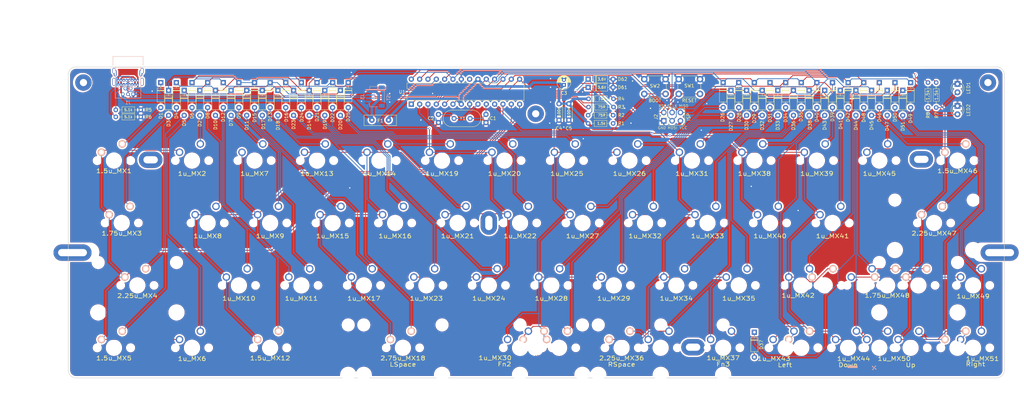
<source format=kicad_pcb>
(kicad_pcb (version 20171130) (host pcbnew "(5.1.9-0-10_14)")
  (title_block (title "Juliet PCB") (date 2021-01-23) (rev 1))
  (layers (0 F.Cu signal) (31 B.Cu signal) (34 B.Paste user) (35 F.Paste user) (36 B.SilkS user) (37 F.SilkS user) (38 B.Mask user) (39 F.Mask user) (44 Edge.Cuts user))
  (net 0 "")
  (net 1 +5V)
  (net 2 GND)
  (net 3 /ROW0)
  (net 4 /ROW1)
  (net 5 /ROW2)
  (net 6 /ROW3)
  (net 7 /ROW4)
  (net 8 /ROW5)
  (net 9 /RESET)
  (net 10 "Net-(LED1-Pad2)")
  (net 11 /USB_D+)
  (net 12 /USB_D-)
  (net 13 /COL3)
  (net 14 /COL0)
  (net 15 /COL1)
  (net 16 /COL2)
  (net 17 /COL4)
  (net 18 /COL5)
  (net 19 /COL6)
  (net 20 /COL7)
  (net 21 "Net-(C1-Pad1)")
  (net 22 "Net-(C2-Pad1)")
  (net 23 "Net-(F1-Pad1)")
  (net 24 "Net-(LED2-Pad2)")
  (net 25 /LED1)
  (net 26 /LED2)
  (net 27 "Net-(J1-PadCC2)")
  (net 28 "Net-(J1-PadCC1)")
  (net 29 "Net-(1.5u_MX1-Pad1)")
  (net 30 "Net-(1.5u_MX5-Pad1)")
  (net 31 "Net-(1.5u_MX12-Pad1)")
  (net 32 "Net-(1.5u_MX43-Pad2)")
  (net 33 "Net-(1.5u_MX46-Pad1)")
  (net 34 "Net-(1.75u_MX3-Pad1)")
  (net 35 "Net-(1.75u_MX42-Pad2)")
  (net 36 "Net-(1.75u_MX48-Pad1)")
  (net 37 "Net-(1u2_MX44-Pad2)")
  (net 38 "Net-(1u_MX2-Pad1)")
  (net 39 "Net-(1u_MX6-Pad1)")
  (net 40 "Net-(1u_MX7-Pad1)")
  (net 41 "Net-(1u_MX8-Pad1)")
  (net 42 "Net-(1u_MX9-Pad1)")
  (net 43 "Net-(1u_MX10-Pad1)")
  (net 44 "Net-(1u_MX11-Pad1)")
  (net 45 "Net-(1u_MX13-Pad1)")
  (net 46 "Net-(1u_MX14-Pad1)")
  (net 47 "Net-(1u_MX15-Pad1)")
  (net 48 "Net-(1u_MX16-Pad1)")
  (net 49 "Net-(1u_MX17-Pad1)")
  (net 50 "Net-(1u_MX19-Pad1)")
  (net 51 "Net-(1u_MX20-Pad1)")
  (net 52 "Net-(1u_MX21-Pad1)")
  (net 53 "Net-(1u_MX22-Pad1)")
  (net 54 "Net-(1u_MX23-Pad1)")
  (net 55 "Net-(1u_MX24-Pad1)")
  (net 56 "Net-(1u_MX25-Pad1)")
  (net 57 "Net-(1u_MX26-Pad1)")
  (net 58 "Net-(1u_MX27-Pad1)")
  (net 59 "Net-(1u_MX28-Pad1)")
  (net 60 "Net-(1u_MX29-Pad1)")
  (net 61 "Net-(1u_MX31-Pad1)")
  (net 62 "Net-(1u_MX32-Pad1)")
  (net 63 "Net-(1u_MX33-Pad1)")
  (net 64 "Net-(1u_MX34-Pad1)")
  (net 65 "Net-(1u_MX35-Pad1)")
  (net 66 "Net-(1u_MX36-Pad1)")
  (net 67 "Net-(1u_MX37-Pad1)")
  (net 68 "Net-(1u_MX38-Pad1)")
  (net 69 "Net-(1u_MX39-Pad1)")
  (net 70 "Net-(1u_MX40-Pad1)")
  (net 71 "Net-(1u_MX41-Pad1)")
  (net 72 "Net-(1u_MX45-Pad1)")
  (net 73 "Net-(1u_MX49-Pad1)")
  (net 74 "Net-(1u_MX51-Pad1)")
  (net 75 "Net-(2.25u_MX4-Pad1)")
  (net 76 "Net-(2.25u_MX47-Pad1)")
  (net 77 "Net-(2.75u_MX18-Pad1)")
  (net 78 /ROW6)
  (net 79 "Net-(D61-Pad1)")
  (net 80 "Net-(D62-Pad1)")
  (net 81 "Net-(1.5u_MX50-Pad2)")
  (net 82 "Net-(SW2-Pad1)")
  (net 83 "Net-(1u_MX30-Pad1)")
  (module juliet:MX (layer F.Cu) (at 209.55 140.49375)
    (fp_text reference 1u_MX37 (at 0 3.095625) (layer F.SilkS) (effects (font (size 1.27 1.524) (thickness 0.2032))))
    (fp_text value Fn3 (at 0 5.000625) (layer F.SilkS) (effects (font (size 1.27 1.524) (thickness 0.2032))))
    (pad "" np_thru_hole circle (at 5.08 0) (size 1.7018 1.7018) (drill 1.7018) (layers *.Cu *.Mask))
    (pad "" np_thru_hole circle (at -5.08 0) (size 1.7018 1.7018) (drill 1.7018) (layers *.Cu *.Mask))
    (pad "" np_thru_hole circle (at 0 0) (size 3.9878 3.9878) (drill 3.9878) (layers *.Cu *.Mask))
    (pad 2 thru_hole circle (at -3.81 -2.54) (size 2.286 2.286) (drill 1.4986) (layers *.Cu *.Mask) (net 18 /COL5))
    (pad 1 thru_hole circle (at 2.54 -5.08) (size 2.286 2.286) (drill 1.4986) (layers *.Cu *.Mask) (net 67 "Net-(1u_MX37-Pad1)"))
  )
  (module juliet:MX (layer F.Cu) (at 190.5 140.49375)
    (fp_text reference 1u_MX36)
    (fp_text value Fn2)
    (pad "" np_thru_hole circle (at 5.08 0) (size 1.7018 1.7018) (drill 1.7018) (layers *.Cu *.Mask))
    (pad "" np_thru_hole circle (at -5.08 0) (size 1.7018 1.7018) (drill 1.7018) (layers *.Cu *.Mask))
    (pad "" np_thru_hole circle (at 0 0) (size 3.9878 3.9878) (drill 3.9878) (layers *.Cu *.Mask))
    (pad 2 thru_hole circle (at -3.81 -2.54) (size 2.286 2.286) (drill 1.4986) (layers *.Cu *.Mask) (net 18 /COL5))
    (pad 1 thru_hole circle (at 2.54 -5.08) (size 2.286 2.286) (drill 1.4986) (layers *.Cu *.Mask) (net 66 "Net-(1u_MX36-Pad1)"))
  )
  (module juliet:MX (layer F.Cu) (at 147.6375 140.49375)
    (fp_text reference 1u_MX30 (at -7.62 3.095625) (layer F.SilkS) (effects (font (size 1.27 1.524) (thickness 0.2032))))
    (fp_text value Fn2 (at -4.7625 5.000625) (layer F.SilkS) (effects (font (size 1.27 1.524) (thickness 0.2032))))
    (pad "" np_thru_hole circle (at 5.08 0) (size 1.7018 1.7018) (drill 1.7018) (layers *.Cu *.Mask))
    (pad "" np_thru_hole circle (at -5.08 0) (size 1.7018 1.7018) (drill 1.7018) (layers *.Cu *.Mask))
    (pad "" np_thru_hole circle (at 0 0) (size 3.9878 3.9878) (drill 3.9878) (layers *.Cu *.Mask))
    (pad 2 thru_hole circle (at -3.81 -2.54) (size 2.286 2.286) (drill 1.4986) (layers *.Cu *.Mask) (net 17 /COL4))
    (pad 1 thru_hole circle (at 2.54 -5.08) (size 2.286 2.286) (drill 1.4986) (layers *.Cu *.Mask) (net 83 "Net-(1u_MX30-Pad1)"))
  )
  (module Diode_THT:D_DO-35_SOD27_P7.62mm_Horizontal (layer F.Cu) (at 219.075 135.73125 270)
    (fp_text reference D37 (at 3.81 -2.12 90) (layer F.SilkS))
    (fp_text value 1N4148)
    (pad 2 thru_hole oval (at 7.62 0 270) (size 1.6 1.6) (drill 0.8) (layers *.Cu *.Mask) (net 67 "Net-(1u_MX37-Pad1)"))
    (pad 1 thru_hole rect (at 0 0 270) (size 1.6 1.6) (drill 0.8) (layers *.Cu *.Mask) (net 78 /ROW6))
  )
  (module juliet:MX_PCB_225H (layer F.Cu) (at 178.59375 140.49375)
    (fp_text reference 2.25u_MX36 (at 0 3.175) (layer F.SilkS) (effects (font (size 1.27 1.524) (thickness 0.2032))))
    (fp_text value RSpace (at 0 5.08) (layer F.SilkS) (effects (font (size 1.27 1.524) (thickness 0.2032))))
    (pad "" np_thru_hole circle (at 11.938 8.255) (size 3.9878 3.9878) (drill 3.9878) (layers *.Cu *.Mask))
    (pad "" np_thru_hole circle (at -11.938 8.255) (size 3.9878 3.9878) (drill 3.9878) (layers *.Cu *.Mask))
    (pad "" np_thru_hole circle (at 11.938 -6.985) (size 3.048 3.048) (drill 3.048) (layers *.Cu *.Mask))
    (pad "" np_thru_hole circle (at -11.938 -6.985) (size 3.048 3.048) (drill 3.048) (layers *.Cu *.Mask))
    (pad "" np_thru_hole circle (at 5.08 0) (size 1.7018 1.7018) (drill 1.7018) (layers *.Cu *.Mask))
    (pad "" np_thru_hole circle (at -5.08 0) (size 1.7018 1.7018) (drill 1.7018) (layers *.Cu *.Mask))
    (pad "" np_thru_hole circle (at 0 0) (size 3.9878 3.9878) (drill 3.9878) (layers *.Cu *.Mask))
    (pad 2 thru_hole circle (at -3.81 -2.54) (size 2.286 2.286) (drill 1.4986) (layers *.Cu *.SilkS *.Mask) (net 66 "Net-(1u_MX36-Pad1)"))
    (pad 1 thru_hole circle (at 2.54 -5.08) (size 2.286 2.286) (drill 1.4986) (layers *.Cu *.SilkS *.Mask) (net 18 /COL5))
  )
  (module juliet:USB_Hybrid_THT (layer B.Cu) (at 25.136968 60.295127)
    (fp_text reference J1 (at 2.975 5.334) (layer B.SilkS) (effects (justify mirror)))
    (fp_text value USB)
    (pad GND thru_hole oval (at 0 0) (size 0.7 1) (drill 0.4 (offset 0 -0.15)) (layers *.Cu *.Mask) (net 2 GND))
    (pad V+ thru_hole oval (at 0.85 0) (size 0.7 1) (drill 0.4 (offset 0 -0.15)) (layers *.Cu *.Mask) (net 23 "Net-(F1-Pad1)"))
    (pad CC1 thru_hole oval (at 1.7 0) (size 0.7 1) (drill 0.4 (offset 0 -0.15)) (layers *.Cu *.Mask) (net 28 "Net-(J1-PadCC1)"))
    (pad D+ thru_hole oval (at 2.55 0) (size 0.7 1) (drill 0.4 (offset 0 -0.15)) (layers *.Cu *.Mask) (net 79 "Net-(D61-Pad1)"))
    (pad D- thru_hole oval (at 3.4 0) (size 0.7 1) (drill 0.4 (offset 0 -0.15)) (layers *.Cu *.Mask) (net 80 "Net-(D62-Pad1)"))
    (pad "" thru_hole oval (at 4.25 0) (size 0.7 1) (drill 0.4 (offset 0 -0.15)) (layers *.Cu *.Mask))
    (pad V+ thru_hole oval (at 5.1 0) (size 0.7 1) (drill 0.4 (offset 0 -0.15)) (layers *.Cu *.Mask) (net 23 "Net-(F1-Pad1)"))
    (pad GND thru_hole oval (at 5.95 0) (size 0.7 1) (drill 0.4 (offset 0 -0.15)) (layers *.Cu *.Mask) (net 2 GND))
    (pad V+ thru_hole oval (at 0.85 -1.35) (size 0.7 1) (drill 0.4 (offset 0 -0.15)) (layers *.Cu *.Mask) (net 23 "Net-(F1-Pad1)"))
    (pad D- thru_hole oval (at 2.55 -1.35) (size 0.7 1) (drill 0.4 (offset 0 -0.15)) (layers *.Cu *.Mask) (net 80 "Net-(D62-Pad1)"))
    (pad "" thru_hole oval (at 1.7 -1.35) (size 0.7 1) (drill 0.4 (offset 0 -0.15)) (layers *.Cu *.Mask))
    (pad GND thru_hole oval (at 0 -1.35) (size 0.7 1) (drill 0.4 (offset 0 -0.15)) (layers *.Cu *.Mask) (net 2 GND))
    (pad CC2 thru_hole oval (at 4.25 -1.35) (size 0.7 1) (drill 0.4 (offset 0 -0.15)) (layers *.Cu *.Mask) (net 27 "Net-(J1-PadCC2)"))
    (pad V+ thru_hole oval (at 5.1 -1.35) (size 0.7 1) (drill 0.4 (offset 0 -0.15)) (layers *.Cu *.Mask) (net 23 "Net-(F1-Pad1)"))
    (pad GND thru_hole oval (at 5.95 -1.35) (size 0.7 1) (drill 0.4 (offset 0 -0.15)) (layers *.Cu *.Mask) (net 2 GND))
    (pad D+ thru_hole oval (at 3.4 -1.35) (size 0.7 1) (drill 0.4 (offset 0 -0.15)) (layers *.Cu *.Mask) (net 79 "Net-(D61-Pad1)"))
    (pad "" thru_hole oval (at -1.35 -0.98) (size 0.9 2.4) (drill oval 0.6 2.1) (layers *.Cu *.Mask))
    (pad "" thru_hole oval (at 7.3 -0.98) (size 0.9 2.4) (drill oval 0.6 2.1) (layers *.Cu *.Mask))
    (pad "" thru_hole oval (at -1.35 -4.36) (size 0.9 1.7) (drill oval 0.6 1.4) (layers *.Cu *.Mask))
    (pad "" thru_hole oval (at 7.3 -4.36) (size 0.9 1.7) (drill oval 0.6 1.4) (layers *.Cu *.Mask))
    (pad D- thru_hole circle (at 2.172 1.044 180) (size 1.1 1.1) (drill 0.7) (layers *.Cu *.Mask) (net 80 "Net-(D62-Pad1)"))
    (pad V+ thru_hole circle (at 1.372 2.794 180) (size 1.1 1.1) (drill 0.7) (layers *.Cu *.Mask) (net 23 "Net-(F1-Pad1)"))
    (pad D+ thru_hole circle (at 2.972 2.794 180) (size 1.1 1.1) (drill 0.7) (layers *.Cu *.Mask) (net 79 "Net-(D61-Pad1)"))
    (pad "" thru_hole circle (at 3.772 1.044 180) (size 1.1 1.1) (drill 0.7) (layers *.Cu *.Mask))
    (pad GND thru_hole rect (at 4.572 2.794 180) (size 1.1 1.1) (drill 0.7) (layers *.Cu *.Mask) (net 2 GND))
    (pad "" thru_hole oval (at -0.928 -3.656 180) (size 0.85 2) (drill oval 0.35 1.5) (layers *.Cu *.Mask))
    (pad "" thru_hole oval (at 6.872 -3.656 180) (size 0.85 2) (drill oval 0.35 1.5) (layers *.Cu *.Mask))
  )
  (module Symbol:OSHW-Logo_7.5x8mm_Copper (layer F.Cu) (at 85.725 140.49375)
    (fp_text reference OSHW hide)
    (fp_text value OSHW-Logo_7.5x8mm_Copper hide)
  )
  (module juliet:MX_PCB_700H (layer F.Cu) (at 152.4 140.49375)
    (fp_text reference 7u_MX30 (at -1.905 3.095625) (layer F.Cu) (effects (font (size 1.27 1.524) (thickness 0.2032))))
    (fp_text value Space (at -0.238125 5.000625) (layer F.Cu) (effects (font (size 1.27 1.524) (thickness 0.2032))))
    (pad "" np_thru_hole circle (at 57.15 8.255) (size 3.9878 3.9878) (drill 3.9878) (layers *.Cu *.Mask))
    (pad "" np_thru_hole circle (at -57.15 8.255) (size 3.9878 3.9878) (drill 3.9878) (layers *.Cu *.Mask))
    (pad "" np_thru_hole circle (at 57.15 -6.985) (size 3.048 3.048) (drill 3.048) (layers *.Cu *.Mask))
    (pad "" np_thru_hole circle (at -57.15 -6.985) (size 3.048 3.048) (drill 3.048) (layers *.Cu *.Mask))
    (pad "" np_thru_hole circle (at 5.08 0) (size 1.8 1.8) (drill 1.8) (layers *.Cu *.Mask))
    (pad "" np_thru_hole circle (at -5.08 0) (size 1.8 1.8) (drill 1.8) (layers *.Cu *.Mask))
    (pad "" np_thru_hole circle (at 0 0) (size 3.9878 3.9878) (drill 3.9878) (layers *.Cu *.Mask))
    (pad 2 thru_hole circle (at -3.81 -2.54) (size 2.286 2.286) (drill 1.4986) (layers *.Cu *.SilkS *.Mask) (net 83 "Net-(1u_MX30-Pad1)"))
    (pad 1 thru_hole circle (at 2.54 -5.08) (size 2.286 2.286) (drill 1.4986) (layers *.Cu *.SilkS *.Mask) (net 17 /COL4))
  )
  (module Diode_THT:D_DO-35_SOD27_P7.62mm_Horizontal (layer F.Cu) (at 219.075 59.53125 270)
    (fp_text reference D29 (at 10.96875 0 90) (layer F.SilkS))
    (fp_text value 1N4148)
    (pad 2 thru_hole oval (at 7.62 0 270) (size 1.6 1.6) (drill 0.8) (layers *.Cu *.Mask) (net 60 "Net-(1u_MX29-Pad1)"))
    (pad 1 thru_hole rect (at 0 0 270) (size 1.6 1.6) (drill 0.8) (layers *.Cu *.Mask) (net 7 /ROW4))
  )
  (module Diode_THT:D_DO-35_SOD27_P7.62mm_Horizontal (layer F.Cu) (at 245.26875 61.9125 270)
    (fp_text reference D41 (at 10.46875 -0.1125 90) (layer F.SilkS))
    (fp_text value 1N4148)
    (pad 2 thru_hole oval (at 7.62 0 270) (size 1.6 1.6) (drill 0.8) (layers *.Cu *.Mask) (net 71 "Net-(1u_MX41-Pad1)"))
    (pad 1 thru_hole rect (at 0 0 270) (size 1.6 1.6) (drill 0.8) (layers *.Cu *.Mask) (net 6 /ROW3))
  )
  (module juliet:MountingFlex_M2 (layer F.Cu) (at 138.112616 102.393836 90)
    (fp_text reference H6 hide)
    (fp_text value M2)
    (pad "" np_thru_hole oval (at 0 0 90) (size 7.2 5) (drill oval 4.4 2.2) (layers *.Cu *.Mask))
  )
  (module juliet:MountingSlot_M2 (layer F.Cu) (at 293.84625 111.4425)
    (fp_text reference H9 hide)
    (fp_text value M2)
    (pad "" np_thru_hole oval (at 0 0) (size 11.6 5) (drill oval 8.8 2.2) (layers *.Cu *.Mask))
  )
  (module juliet:MountingFlex_M2 (layer F.Cu) (at 35.004375 83.105625)
    (fp_text reference H5 hide)
    (fp_text value M2)
    (pad "" np_thru_hole oval (at 0 0) (size 7.2 5) (drill oval 4.4 2.2) (layers *.Cu *.Mask))
  )
  (module juliet:MX_PCB_275H (layer F.Cu) (at 269.08125 121.44375)
    (fp_text reference 2.75u_MX48 hide)
    (fp_text value RShift hide)
    (pad "" np_thru_hole circle (at 11.938 8.255) (size 3.9878 3.9878) (drill 3.9878) (layers *.Cu *.Mask))
    (pad "" np_thru_hole circle (at -11.938 8.255) (size 3.9878 3.9878) (drill 3.9878) (layers *.Cu *.Mask))
    (pad "" np_thru_hole circle (at 11.938 -6.985) (size 3.048 3.048) (drill 3.048) (layers *.Cu *.Mask))
    (pad "" np_thru_hole circle (at -11.938 -6.985) (size 3.048 3.048) (drill 3.048) (layers *.Cu *.Mask))
    (pad "" np_thru_hole circle (at 5.08 0) (size 1.7018 1.7018) (drill 1.7018) (layers *.Cu *.Mask))
    (pad "" np_thru_hole circle (at -5.08 0) (size 1.7018 1.7018) (drill 1.7018) (layers *.Cu *.Mask))
    (pad "" np_thru_hole circle (at 0 0) (size 3.9878 3.9878) (drill 3.9878) (layers *.Cu *.Mask))
    (pad 2 thru_hole circle (at -3.81 -2.54) (size 2.286 2.286) (drill 1.4986) (layers *.Cu *.SilkS *.Mask) (net 20 /COL7))
    (pad 1 thru_hole circle (at 2.54 -5.08) (size 2.286 2.286) (drill 1.4986) (layers *.Cu *.SilkS *.Mask) (net 36 "Net-(1.75u_MX48-Pad1)"))
  )
  (module juliet:MX_PCB_275H (layer F.Cu) (at 111.91875 140.49375)
    (fp_text reference 2.75u_MX18 (at 0 3.175) (layer F.SilkS) (effects (font (size 1.27 1.524) (thickness 0.2032))))
    (fp_text value LSpace (at 0 5.08) (layer F.SilkS) (effects (font (size 1.27 1.524) (thickness 0.2032))))
    (pad "" np_thru_hole circle (at 11.938 8.255) (size 3.9878 3.9878) (drill 3.9878) (layers *.Cu *.Mask))
    (pad "" np_thru_hole circle (at -11.938 8.255) (size 3.9878 3.9878) (drill 3.9878) (layers *.Cu *.Mask))
    (pad "" np_thru_hole circle (at 11.938 -6.985) (size 3.048 3.048) (drill 3.048) (layers *.Cu *.Mask))
    (pad "" np_thru_hole circle (at -11.938 -6.985) (size 3.048 3.048) (drill 3.048) (layers *.Cu *.Mask))
    (pad "" np_thru_hole circle (at 5.08 0) (size 1.7018 1.7018) (drill 1.7018) (layers *.Cu *.Mask))
    (pad "" np_thru_hole circle (at -5.08 0) (size 1.7018 1.7018) (drill 1.7018) (layers *.Cu *.Mask))
    (pad "" np_thru_hole circle (at 0 0) (size 3.9878 3.9878) (drill 3.9878) (layers *.Cu *.Mask))
    (pad 2 thru_hole circle (at -3.81 -2.54) (size 2.286 2.286) (drill 1.4986) (layers *.Cu *.SilkS *.Mask) (net 16 /COL2))
    (pad 1 thru_hole circle (at 2.54 -5.08) (size 2.286 2.286) (drill 1.4986) (layers *.Cu *.SilkS *.Mask) (net 77 "Net-(2.75u_MX18-Pad1)"))
  )
  (module juliet:MX_PCB_225H (layer F.Cu) (at 273.84375 102.39375)
    (fp_text reference 2.25u_MX47 (at 0 3.175) (layer F.SilkS) (effects (font (size 1.27 1.524) (thickness 0.2032))))
    (fp_text value Enter)
    (pad "" np_thru_hole circle (at 11.938 8.255) (size 3.9878 3.9878) (drill 3.9878) (layers *.Cu *.Mask))
    (pad "" np_thru_hole circle (at -11.938 8.255) (size 3.9878 3.9878) (drill 3.9878) (layers *.Cu *.Mask))
    (pad "" np_thru_hole circle (at 11.938 -6.985) (size 3.048 3.048) (drill 3.048) (layers *.Cu *.Mask))
    (pad "" np_thru_hole circle (at -11.938 -6.985) (size 3.048 3.048) (drill 3.048) (layers *.Cu *.Mask))
    (pad "" np_thru_hole circle (at 5.08 0) (size 1.7018 1.7018) (drill 1.7018) (layers *.Cu *.Mask))
    (pad "" np_thru_hole circle (at -5.08 0) (size 1.7018 1.7018) (drill 1.7018) (layers *.Cu *.Mask))
    (pad "" np_thru_hole circle (at 0 0) (size 3.9878 3.9878) (drill 3.9878) (layers *.Cu *.Mask))
    (pad 2 thru_hole circle (at -3.81 -2.54) (size 2.286 2.286) (drill 1.4986) (layers *.Cu *.SilkS *.Mask) (net 20 /COL7))
    (pad 1 thru_hole circle (at 2.54 -5.08) (size 2.286 2.286) (drill 1.4986) (layers *.Cu *.SilkS *.Mask) (net 76 "Net-(2.25u_MX47-Pad1)"))
  )
  (module juliet:MX_PCB_225H (layer F.Cu) (at 159.54375 140.49375)
    (fp_text reference 2.25u_MX30)
    (fp_text value RSpace)
    (pad "" np_thru_hole circle (at 11.938 8.255) (size 3.9878 3.9878) (drill 3.9878) (layers *.Cu *.Mask))
    (pad "" np_thru_hole circle (at -11.938 8.255) (size 3.9878 3.9878) (drill 3.9878) (layers *.Cu *.Mask))
    (pad "" np_thru_hole circle (at 11.938 -6.985) (size 3.048 3.048) (drill 3.048) (layers *.Cu *.Mask))
    (pad "" np_thru_hole circle (at -11.938 -6.985) (size 3.048 3.048) (drill 3.048) (layers *.Cu *.Mask))
    (pad "" np_thru_hole circle (at 5.08 0) (size 1.7018 1.7018) (drill 1.7018) (layers *.Cu *.Mask))
    (pad "" np_thru_hole circle (at -5.08 0) (size 1.7018 1.7018) (drill 1.7018) (layers *.Cu *.Mask))
    (pad "" np_thru_hole circle (at 0 0) (size 3.9878 3.9878) (drill 3.9878) (layers *.Cu *.Mask))
    (pad 2 thru_hole circle (at -3.81 -2.54) (size 2.286 2.286) (drill 1.4986) (layers *.Cu *.SilkS *.Mask) (net 17 /COL4))
    (pad 1 thru_hole circle (at 2.54 -5.08) (size 2.286 2.286) (drill 1.4986) (layers *.Cu *.SilkS *.Mask) (net 83 "Net-(1u_MX30-Pad1)"))
  )
  (module juliet:MX_PCB_225H (layer F.Cu) (at 30.95625 121.44375)
    (fp_text reference 2.25u_MX4 (at 0 3.175) (layer F.SilkS) (effects (font (size 1.27 1.524) (thickness 0.2032))))
    (fp_text value LShift)
    (pad "" np_thru_hole circle (at 11.938 8.255) (size 3.9878 3.9878) (drill 3.9878) (layers *.Cu *.Mask))
    (pad "" np_thru_hole circle (at -11.938 8.255) (size 3.9878 3.9878) (drill 3.9878) (layers *.Cu *.Mask))
    (pad "" np_thru_hole circle (at 11.938 -6.985) (size 3.048 3.048) (drill 3.048) (layers *.Cu *.Mask))
    (pad "" np_thru_hole circle (at -11.938 -6.985) (size 3.048 3.048) (drill 3.048) (layers *.Cu *.Mask))
    (pad "" np_thru_hole circle (at 5.08 0) (size 1.7018 1.7018) (drill 1.7018) (layers *.Cu *.Mask))
    (pad "" np_thru_hole circle (at -5.08 0) (size 1.7018 1.7018) (drill 1.7018) (layers *.Cu *.Mask))
    (pad "" np_thru_hole circle (at 0 0) (size 3.9878 3.9878) (drill 3.9878) (layers *.Cu *.Mask))
    (pad 2 thru_hole circle (at -3.81 -2.54) (size 2.286 2.286) (drill 1.4986) (layers *.Cu *.SilkS *.Mask) (net 14 /COL0))
    (pad 1 thru_hole circle (at 2.54 -5.08) (size 2.286 2.286) (drill 1.4986) (layers *.Cu *.SilkS *.Mask) (net 75 "Net-(2.25u_MX4-Pad1)"))
  )
  (module juliet:MX_PCB_175H (layer F.Cu) (at 259.55625 121.44375)
    (fp_text reference 1.75u_MX48 (at 0 3.095625) (layer F.SilkS) (effects (font (size 1.27 1.524) (thickness 0.2032))))
    (fp_text value RShift)
    (pad "" np_thru_hole circle (at 5.08 0) (size 1.7018 1.7018) (drill 1.7018) (layers *.Cu *.Mask))
    (pad "" np_thru_hole circle (at -5.08 0) (size 1.7018 1.7018) (drill 1.7018) (layers *.Cu *.Mask))
    (pad "" np_thru_hole circle (at 0 0) (size 3.9878 3.9878) (drill 3.9878) (layers *.Cu *.Mask))
    (pad 2 thru_hole circle (at -3.81 -2.54) (size 2.286 2.286) (drill 1.4986) (layers *.Cu *.SilkS *.Mask) (net 20 /COL7))
    (pad 1 thru_hole circle (at 2.54 -5.08) (size 2.286 2.286) (drill 1.4986) (layers *.Cu *.SilkS *.Mask) (net 36 "Net-(1.75u_MX48-Pad1)"))
  )
  (module juliet:MX_PCB_175H (layer F.Cu) (at 240.50625 121.44375)
    (fp_text reference 1.75u_MX42 hide)
    (fp_text value RShift hide)
    (pad "" np_thru_hole circle (at 5.08 0) (size 1.7018 1.7018) (drill 1.7018) (layers *.Cu *.Mask))
    (pad "" np_thru_hole circle (at -5.08 0) (size 1.7018 1.7018) (drill 1.7018) (layers *.Cu *.Mask))
    (pad "" np_thru_hole circle (at 0 0) (size 3.9878 3.9878) (drill 3.9878) (layers *.Cu *.Mask))
    (pad 2 thru_hole circle (at -3.81 -2.54) (size 2.286 2.286) (drill 1.4986) (layers *.Cu *.SilkS *.Mask) (net 35 "Net-(1.75u_MX42-Pad2)"))
    (pad 1 thru_hole circle (at 2.54 -5.08) (size 2.286 2.286) (drill 1.4986) (layers *.Cu *.SilkS *.Mask) (net 19 /COL6))
  )
  (module juliet:MX_PCB_175H (layer F.Cu) (at 26.19375 102.393836)
    (fp_text reference 1.75u_MX3 (at 0 3.175) (layer F.SilkS) (effects (font (size 1.27 1.524) (thickness 0.2032))))
    (fp_text value Caps)
    (pad "" np_thru_hole circle (at 5.08 0) (size 1.7018 1.7018) (drill 1.7018) (layers *.Cu *.Mask))
    (pad "" np_thru_hole circle (at -5.08 0) (size 1.7018 1.7018) (drill 1.7018) (layers *.Cu *.Mask))
    (pad "" np_thru_hole circle (at 0 0) (size 3.9878 3.9878) (drill 3.9878) (layers *.Cu *.Mask))
    (pad 2 thru_hole circle (at -3.81 -2.54) (size 2.286 2.286) (drill 1.4986) (layers *.Cu *.SilkS *.Mask) (net 14 /COL0))
    (pad 1 thru_hole circle (at 2.54 -5.08) (size 2.286 2.286) (drill 1.4986) (layers *.Cu *.SilkS *.Mask) (net 34 "Net-(1.75u_MX3-Pad1)"))
  )
  (module juliet:MX_PCB_150H (layer F.Cu) (at 71.4375 140.49375)
    (fp_text reference 1.5u_MX12 (at 0 3.175) (layer F.SilkS) (effects (font (size 1.27 1.524) (thickness 0.2032))))
    (fp_text value LAlt)
    (pad "" np_thru_hole circle (at 5.08 0) (size 1.8 1.8) (drill 1.8) (layers *.Cu *.Mask))
    (pad "" np_thru_hole circle (at -5.08 0) (size 1.8 1.8) (drill 1.8) (layers *.Cu *.Mask))
    (pad "" np_thru_hole circle (at 0 0) (size 3.9878 3.9878) (drill 3.9878) (layers *.Cu *.Mask))
    (pad 2 thru_hole circle (at -3.81 -2.54) (size 2.286 2.286) (drill 1.4986) (layers *.Cu *.SilkS *.Mask) (net 15 /COL1))
    (pad 1 thru_hole circle (at 2.54 -5.08) (size 2.286 2.286) (drill 1.4986) (layers *.Cu *.SilkS *.Mask) (net 31 "Net-(1.5u_MX12-Pad1)"))
  )
  (module juliet:MX_PCB_150H (layer F.Cu) (at 23.8125 140.49375)
    (fp_text reference 1.5u_MX5 (at 0 3.175) (layer F.SilkS) (effects (font (size 1.27 1.524) (thickness 0.2032))))
    (fp_text value LCtrl)
    (pad "" np_thru_hole circle (at 5.08 0) (size 1.8 1.8) (drill 1.8) (layers *.Cu *.Mask))
    (pad "" np_thru_hole circle (at -5.08 0) (size 1.8 1.8) (drill 1.8) (layers *.Cu *.Mask))
    (pad "" np_thru_hole circle (at 0 0) (size 3.9878 3.9878) (drill 3.9878) (layers *.Cu *.Mask))
    (pad 2 thru_hole circle (at -3.81 -2.54) (size 2.286 2.286) (drill 1.4986) (layers *.Cu *.SilkS *.Mask) (net 14 /COL0))
    (pad 1 thru_hole circle (at 2.54 -5.08) (size 2.286 2.286) (drill 1.4986) (layers *.Cu *.SilkS *.Mask) (net 30 "Net-(1.5u_MX5-Pad1)"))
  )
  (module juliet:MX_PCB_150H (layer F.Cu) (at 280.9875 140.49375)
    (fp_text reference 1.5u_MX50)
    (fp_text value RCtrl)
    (pad "" np_thru_hole circle (at 5.08 0) (size 1.8 1.8) (drill 1.8) (layers *.Cu *.Mask))
    (pad "" np_thru_hole circle (at -5.08 0) (size 1.8 1.8) (drill 1.8) (layers *.Cu *.Mask))
    (pad "" np_thru_hole circle (at 0 0) (size 3.9878 3.9878) (drill 3.9878) (layers *.Cu *.Mask))
    (pad 2 thru_hole circle (at -3.81 -2.54) (size 2.286 2.286) (drill 1.4986) (layers *.Cu *.SilkS *.Mask) (net 81 "Net-(1.5u_MX50-Pad2)"))
    (pad 1 thru_hole circle (at 2.54 -5.08) (size 2.286 2.286) (drill 1.4986) (layers *.Cu *.SilkS *.Mask) (net 20 /COL7))
  )
  (module juliet:MX_PCB_150H (layer F.Cu) (at 280.9875 83.34375)
    (fp_text reference 1.5u_MX46 (at 0 3.175) (layer F.SilkS) (effects (font (size 1.27 1.524) (thickness 0.2032))))
    (fp_text value Backspace)
    (pad "" np_thru_hole circle (at 5.08 0) (size 1.8 1.8) (drill 1.8) (layers *.Cu *.Mask))
    (pad "" np_thru_hole circle (at -5.08 0) (size 1.8 1.8) (drill 1.8) (layers *.Cu *.Mask))
    (pad "" np_thru_hole circle (at 0 0) (size 3.9878 3.9878) (drill 3.9878) (layers *.Cu *.Mask))
    (pad 2 thru_hole circle (at -3.81 -2.54) (size 2.286 2.286) (drill 1.4986) (layers *.Cu *.SilkS *.Mask) (net 20 /COL7))
    (pad 1 thru_hole circle (at 2.54 -5.08) (size 2.286 2.286) (drill 1.4986) (layers *.Cu *.SilkS *.Mask) (net 33 "Net-(1.5u_MX46-Pad1)"))
  )
  (module juliet:MX_PCB_150H (layer F.Cu) (at 233.3625 140.49375)
    (fp_text reference 1.5u_MX43)
    (fp_text value RAlt)
    (pad "" np_thru_hole circle (at 5.08 0) (size 1.8 1.8) (drill 1.8) (layers *.Cu *.Mask))
    (pad "" np_thru_hole circle (at -5.08 0) (size 1.8 1.8) (drill 1.8) (layers *.Cu *.Mask))
    (pad "" np_thru_hole circle (at 0 0) (size 3.9878 3.9878) (drill 3.9878) (layers *.Cu *.Mask))
    (pad 2 thru_hole circle (at -3.81 -2.54) (size 2.286 2.286) (drill 1.4986) (layers *.Cu *.SilkS *.Mask) (net 32 "Net-(1.5u_MX43-Pad2)"))
    (pad 1 thru_hole circle (at 2.54 -5.08) (size 2.286 2.286) (drill 1.4986) (layers *.Cu *.SilkS *.Mask) (net 19 /COL6))
  )
  (module juliet:MX_PCB_150H (layer F.Cu) (at 23.8125 83.34375)
    (fp_text reference 1.5u_MX1 (at 0 3.175) (layer F.SilkS) (effects (font (size 1.27 1.524) (thickness 0.2032))))
    (fp_text value Tab)
    (pad "" np_thru_hole circle (at 5.08 0) (size 1.8 1.8) (drill 1.8) (layers *.Cu *.Mask))
    (pad "" np_thru_hole circle (at -5.08 0) (size 1.8 1.8) (drill 1.8) (layers *.Cu *.Mask))
    (pad "" np_thru_hole circle (at 0 0) (size 3.9878 3.9878) (drill 3.9878) (layers *.Cu *.Mask))
    (pad 2 thru_hole circle (at -3.81 -2.54) (size 2.286 2.286) (drill 1.4986) (layers *.Cu *.SilkS *.Mask) (net 14 /COL0))
    (pad 1 thru_hole circle (at 2.54 -5.08) (size 2.286 2.286) (drill 1.4986) (layers *.Cu *.SilkS *.Mask) (net 29 "Net-(1.5u_MX1-Pad1)"))
  )
  (module juliet:Flags (layer B.Cu) (at 249.07875 146.685 180)
    (fp_text reference Flags hide)
    (fp_text value flags)
  )
  (module juliet:MountingSlot_M2 (layer F.Cu) (at 11.191875 111.4425)
    (fp_text reference H4 hide)
    (fp_text value M2)
    (pad "" np_thru_hole oval (at 0 0) (size 11.6 5) (drill oval 8.8 2.2) (layers *.Cu *.Mask))
  )
  (module juliet:MountingHole_M2 (layer F.Cu) (at 290.274375 59.53125)
    (fp_text reference H3 hide)
    (fp_text value M2)
    (pad "" np_thru_hole circle (at 0 0) (size 5 5) (drill 2.2) (layers *.Cu *.Mask))
  )
  (module juliet:MountingFlex_M2 (layer F.Cu) (at 269.96 82.97)
    (fp_text reference H8 hide)
    (fp_text value M2)
    (pad "" np_thru_hole oval (at 0 0) (size 7.2 5) (drill oval 4.4 2.2) (layers *.Cu *.Mask))
  )
  (module juliet:MountingFlex_M2 (layer F.Cu) (at 200.38 140.31)
    (fp_text reference H7 hide)
    (fp_text value M2)
    (pad "" np_thru_hole oval (at 0 0) (size 7.2 5) (drill oval 4.4 2.2) (layers *.Cu *.Mask))
  )
  (module juliet:MountingHole_M2 (layer F.Cu) (at 152.4 69.05625)
    (fp_text reference H2 hide)
    (fp_text value M2)
    (pad "" np_thru_hole circle (at 0 0) (size 5 5) (drill 2.2) (layers *.Cu *.Mask))
  )
  (module juliet:MountingHole_M2 (layer F.Cu) (at 14.525625 59.53125)
    (fp_text reference H1 hide)
    (fp_text value M2)
    (pad "" np_thru_hole circle (at 0 0) (size 5 5) (drill 2.2) (layers *.Cu *.Mask))
  )
  (module Diode_THT:D_DO-35_SOD27_P7.62mm_Horizontal (layer F.Cu) (at 226.21875 61.9125 270)
    (fp_text reference D33 (at 10.715634 0 90) (layer F.SilkS))
    (fp_text value 1N4148)
    (pad 1 thru_hole rect (at 0 0 270) (size 1.6 1.6) (drill 0.8) (layers *.Cu *.Mask) (net 5 /ROW2))
    (pad 2 thru_hole oval (at 7.62 0 270) (size 1.6 1.6) (drill 0.8) (layers *.Cu *.Mask) (net 63 "Net-(1u_MX33-Pad1)"))
  )
  (module Diode_THT:D_DO-35_SOD27_P7.62mm_Horizontal (layer F.Cu) (at 54.76875 61.9125 270)
    (fp_text reference D10 (at 10.5875 0 90) (layer F.SilkS))
    (fp_text value 1N4148)
    (pad 2 thru_hole oval (at 7.62 0 270) (size 1.6 1.6) (drill 0.8) (layers *.Cu *.Mask) (net 43 "Net-(1u_MX10-Pad1)"))
    (pad 1 thru_hole rect (at 0 0 270) (size 1.6 1.6) (drill 0.8) (layers *.Cu *.Mask) (net 6 /ROW3))
  )
  (module juliet:MX (layer F.Cu) (at 66.675 83.34375)
    (fp_text reference 1u_MX7 (at 0 4) (layer F.SilkS) (effects (font (size 1.27 1.524) (thickness 0.2032))))
    (fp_text value W)
    (pad "" np_thru_hole circle (at 5.08 0) (size 1.7018 1.7018) (drill 1.7018) (layers *.Cu *.Mask))
    (pad "" np_thru_hole circle (at -5.08 0) (size 1.7018 1.7018) (drill 1.7018) (layers *.Cu *.Mask))
    (pad "" np_thru_hole circle (at 0 0) (size 3.9878 3.9878) (drill 3.9878) (layers *.Cu *.Mask))
    (pad 2 thru_hole circle (at -3.81 -2.54) (size 2.286 2.286) (drill 1.4986) (layers *.Cu *.Mask) (net 15 /COL1))
    (pad 1 thru_hole circle (at 2.54 -5.08) (size 2.286 2.286) (drill 1.4986) (layers *.Cu *.Mask) (net 40 "Net-(1u_MX7-Pad1)"))
  )
  (module Diode_THT:D_DO-35_SOD27_P7.62mm_Horizontal (layer F.Cu) (at 264.31875 61.9125 270)
    (fp_text reference D51 (at 10.96875 0 90) (layer F.SilkS))
    (fp_text value 1N4148)
    (pad 2 thru_hole oval (at 7.62 0 270) (size 1.6 1.6) (drill 0.8) (layers *.Cu *.Mask) (net 74 "Net-(1u_MX51-Pad1)"))
    (pad 1 thru_hole rect (at 0 0 270) (size 1.6 1.6) (drill 0.8) (layers *.Cu *.Mask) (net 78 /ROW6))
  )
  (module Diode_THT:D_DO-35_SOD27_P7.62mm_Horizontal (layer F.Cu) (at 261.9375 59.53125 270)
    (fp_text reference D50 (at 10.5875 0 90) (layer F.SilkS))
    (fp_text value 1N4148)
    (pad 2 thru_hole oval (at 7.62 0 270) (size 1.6 1.6) (drill 0.8) (layers *.Cu *.Mask) (net 81 "Net-(1.5u_MX50-Pad2)"))
    (pad 1 thru_hole rect (at 0 0 270) (size 1.6 1.6) (drill 0.8) (layers *.Cu *.Mask) (net 8 /ROW5))
  )
  (module juliet:MX (layer F.Cu) (at 285.75 140.49375)
    (fp_text reference 1u_MX51 (at 2.8575 3.33375) (layer F.SilkS) (effects (font (size 1.27 1.524) (thickness 0.2032))))
    (fp_text value Right (at 0.714375 5.000625) (layer F.SilkS) (effects (font (size 1.27 1.524) (thickness 0.2032))))
    (pad "" np_thru_hole circle (at 5.08 0) (size 1.7018 1.7018) (drill 1.7018) (layers *.Cu *.Mask))
    (pad "" np_thru_hole circle (at -5.08 0) (size 1.7018 1.7018) (drill 1.7018) (layers *.Cu *.Mask))
    (pad "" np_thru_hole circle (at 0 0) (size 3.9878 3.9878) (drill 3.9878) (layers *.Cu *.Mask))
    (pad 2 thru_hole circle (at -3.81 -2.54) (size 2.286 2.286) (drill 1.4986) (layers *.Cu *.Mask) (net 20 /COL7))
    (pad 1 thru_hole circle (at 2.54 -5.08) (size 2.286 2.286) (drill 1.4986) (layers *.Cu *.Mask) (net 74 "Net-(1u_MX51-Pad1)"))
  )
  (module juliet:MX (layer F.Cu) (at 266.7 140.49375)
    (fp_text reference 1u_MX50 (at -5.000625 3.33375) (layer F.SilkS) (effects (font (size 1.27 1.524) (thickness 0.2032))))
    (fp_text value Up (at 0 5.23875) (layer F.SilkS) (effects (font (size 1.27 1.524) (thickness 0.2032))))
    (pad "" np_thru_hole circle (at 5.08 0) (size 1.7018 1.7018) (drill 1.7018) (layers *.Cu *.Mask))
    (pad "" np_thru_hole circle (at -5.08 0) (size 1.7018 1.7018) (drill 1.7018) (layers *.Cu *.Mask))
    (pad "" np_thru_hole circle (at 0 0) (size 3.9878 3.9878) (drill 3.9878) (layers *.Cu *.Mask))
    (pad 2 thru_hole circle (at -3.81 -2.54) (size 2.286 2.286) (drill 1.4986) (layers *.Cu *.Mask) (net 20 /COL7))
    (pad 1 thru_hole circle (at 2.54 -5.08) (size 2.286 2.286) (drill 1.4986) (layers *.Cu *.Mask) (net 81 "Net-(1.5u_MX50-Pad2)"))
  )
  (module juliet:MX (layer F.Cu) (at 285.75 121.44375)
    (fp_text reference 1u_MX49 (at 0 3.33375) (layer F.SilkS) (effects (font (size 1.27 1.524) (thickness 0.2032))))
    (fp_text value Fn)
    (pad "" np_thru_hole circle (at 5.08 0) (size 1.7018 1.7018) (drill 1.7018) (layers *.Cu *.Mask))
    (pad "" np_thru_hole circle (at -5.08 0) (size 1.7018 1.7018) (drill 1.7018) (layers *.Cu *.Mask))
    (pad "" np_thru_hole circle (at 0 0) (size 3.9878 3.9878) (drill 3.9878) (layers *.Cu *.Mask))
    (pad 2 thru_hole circle (at -3.81 -2.54) (size 2.286 2.286) (drill 1.4986) (layers *.Cu *.Mask) (net 20 /COL7))
    (pad 1 thru_hole circle (at 2.54 -5.08) (size 2.286 2.286) (drill 1.4986) (layers *.Cu *.Mask) (net 73 "Net-(1u_MX49-Pad1)"))
  )
  (module juliet:MX (layer F.Cu) (at 252.4125 121.44375)
    (fp_text reference 1u_MX48 hide)
    (fp_text value Up hide)
    (pad "" np_thru_hole circle (at 5.08 0) (size 1.7018 1.7018) (drill 1.7018) (layers *.Cu *.Mask))
    (pad "" np_thru_hole circle (at -5.08 0) (size 1.7018 1.7018) (drill 1.7018) (layers *.Cu *.Mask))
    (pad "" np_thru_hole circle (at 0 0) (size 3.9878 3.9878) (drill 3.9878) (layers *.Cu *.Mask))
    (pad 2 thru_hole circle (at -3.81 -2.54) (size 2.286 2.286) (drill 1.4986) (layers *.Cu *.Mask) (net 20 /COL7))
    (pad 1 thru_hole circle (at 2.54 -5.08) (size 2.286 2.286) (drill 1.4986) (layers *.Cu *.Mask) (net 36 "Net-(1.75u_MX48-Pad1)"))
  )
  (module juliet:MX (layer F.Cu) (at 257.175 83.34375)
    (fp_text reference 1u_MX45 (at 0 4) (layer F.SilkS) (effects (font (size 1.27 1.524) (thickness 0.2032))))
    (fp_text value ])
    (pad "" np_thru_hole circle (at 5.08 0) (size 1.7018 1.7018) (drill 1.7018) (layers *.Cu *.Mask))
    (pad "" np_thru_hole circle (at -5.08 0) (size 1.7018 1.7018) (drill 1.7018) (layers *.Cu *.Mask))
    (pad "" np_thru_hole circle (at 0 0) (size 3.9878 3.9878) (drill 3.9878) (layers *.Cu *.Mask))
    (pad 2 thru_hole circle (at -3.81 -2.54) (size 2.286 2.286) (drill 1.4986) (layers *.Cu *.Mask) (net 20 /COL7))
    (pad 1 thru_hole circle (at 2.54 -5.08) (size 2.286 2.286) (drill 1.4986) (layers *.Cu *.Mask) (net 72 "Net-(1u_MX45-Pad1)"))
  )
  (module juliet:MX (layer F.Cu) (at 247.65 140.49375)
    (fp_text reference 1u_MX44 (at 1.666875 3.33375) (layer F.SilkS) (effects (font (size 1.27 1.524) (thickness 0.2032))))
    (fp_text value Down (at 0 5.23875) (layer F.SilkS) (effects (font (size 1.27 1.524) (thickness 0.2032))))
    (pad "" np_thru_hole circle (at 5.08 0) (size 1.7018 1.7018) (drill 1.7018) (layers *.Cu *.Mask))
    (pad "" np_thru_hole circle (at -5.08 0) (size 1.7018 1.7018) (drill 1.7018) (layers *.Cu *.Mask))
    (pad "" np_thru_hole circle (at 0 0) (size 3.9878 3.9878) (drill 3.9878) (layers *.Cu *.Mask))
    (pad 2 thru_hole circle (at -3.81 -2.54) (size 2.286 2.286) (drill 1.4986) (layers *.Cu *.Mask) (net 19 /COL6))
    (pad 1 thru_hole circle (at 2.54 -5.08) (size 2.286 2.286) (drill 1.4986) (layers *.Cu *.Mask) (net 37 "Net-(1u2_MX44-Pad2)"))
  )
  (module juliet:MX (layer F.Cu) (at 228.6 140.49375)
    (fp_text reference 1u_MX43 (at -3.571875 3.33375) (layer F.SilkS) (effects (font (size 1.27 1.524) (thickness 0.2032))))
    (fp_text value Left (at -0.238125 5.23875) (layer F.SilkS) (effects (font (size 1.27 1.524) (thickness 0.2032))))
    (pad "" np_thru_hole circle (at 5.08 0) (size 1.7018 1.7018) (drill 1.7018) (layers *.Cu *.Mask))
    (pad "" np_thru_hole circle (at -5.08 0) (size 1.7018 1.7018) (drill 1.7018) (layers *.Cu *.Mask))
    (pad "" np_thru_hole circle (at 0 0) (size 3.9878 3.9878) (drill 3.9878) (layers *.Cu *.Mask))
    (pad 2 thru_hole circle (at -3.81 -2.54) (size 2.286 2.286) (drill 1.4986) (layers *.Cu *.Mask) (net 19 /COL6))
    (pad 1 thru_hole circle (at 2.54 -5.08) (size 2.286 2.286) (drill 1.4986) (layers *.Cu *.Mask) (net 32 "Net-(1.5u_MX43-Pad2)"))
  )
  (module juliet:MX (layer F.Cu) (at 233.3625 121.44375)
    (fp_text reference 1u_MX42 (at -0.9525 3.095625) (layer F.SilkS) (effects (font (size 1.27 1.524) (thickness 0.2032))))
    (fp_text value /)
    (pad "" np_thru_hole circle (at 5.08 0) (size 1.7018 1.7018) (drill 1.7018) (layers *.Cu *.Mask))
    (pad "" np_thru_hole circle (at -5.08 0) (size 1.7018 1.7018) (drill 1.7018) (layers *.Cu *.Mask))
    (pad "" np_thru_hole circle (at 0 0) (size 3.9878 3.9878) (drill 3.9878) (layers *.Cu *.Mask))
    (pad 2 thru_hole circle (at -3.81 -2.54) (size 2.286 2.286) (drill 1.4986) (layers *.Cu *.Mask) (net 19 /COL6))
    (pad 1 thru_hole circle (at 2.54 -5.08) (size 2.286 2.286) (drill 1.4986) (layers *.Cu *.Mask) (net 35 "Net-(1.75u_MX42-Pad2)"))
  )
  (module juliet:MX (layer F.Cu) (at 242.8875 102.39375)
    (fp_text reference 1u_MX41 (at 0 4) (layer F.SilkS) (effects (font (size 1.27 1.524) (thickness 0.2032))))
    (fp_text value ')
    (pad "" np_thru_hole circle (at 5.08 0) (size 1.7018 1.7018) (drill 1.7018) (layers *.Cu *.Mask))
    (pad "" np_thru_hole circle (at -5.08 0) (size 1.7018 1.7018) (drill 1.7018) (layers *.Cu *.Mask))
    (pad "" np_thru_hole circle (at 0 0) (size 3.9878 3.9878) (drill 3.9878) (layers *.Cu *.Mask))
    (pad 2 thru_hole circle (at -3.81 -2.54) (size 2.286 2.286) (drill 1.4986) (layers *.Cu *.Mask) (net 19 /COL6))
    (pad 1 thru_hole circle (at 2.54 -5.08) (size 2.286 2.286) (drill 1.4986) (layers *.Cu *.Mask) (net 71 "Net-(1u_MX41-Pad1)"))
  )
  (module juliet:MX (layer F.Cu) (at 223.8375 102.39375)
    (fp_text reference 1u_MX40 (at 0 4) (layer F.SilkS) (effects (font (size 1.27 1.524) (thickness 0.2032))))
    (fp_text value ;)
    (pad "" np_thru_hole circle (at 5.08 0) (size 1.7018 1.7018) (drill 1.7018) (layers *.Cu *.Mask))
    (pad "" np_thru_hole circle (at -5.08 0) (size 1.7018 1.7018) (drill 1.7018) (layers *.Cu *.Mask))
    (pad "" np_thru_hole circle (at 0 0) (size 3.9878 3.9878) (drill 3.9878) (layers *.Cu *.Mask))
    (pad 2 thru_hole circle (at -3.81 -2.54) (size 2.286 2.286) (drill 1.4986) (layers *.Cu *.Mask) (net 19 /COL6))
    (pad 1 thru_hole circle (at 2.54 -5.08) (size 2.286 2.286) (drill 1.4986) (layers *.Cu *.Mask) (net 70 "Net-(1u_MX40-Pad1)"))
  )
  (module juliet:MX (layer F.Cu) (at 238.125 83.34375)
    (fp_text reference 1u_MX39 (at 0 4) (layer F.SilkS) (effects (font (size 1.27 1.524) (thickness 0.2032))))
    (fp_text value [)
    (pad "" np_thru_hole circle (at 5.08 0) (size 1.7018 1.7018) (drill 1.7018) (layers *.Cu *.Mask))
    (pad "" np_thru_hole circle (at -5.08 0) (size 1.7018 1.7018) (drill 1.7018) (layers *.Cu *.Mask))
    (pad "" np_thru_hole circle (at 0 0) (size 3.9878 3.9878) (drill 3.9878) (layers *.Cu *.Mask))
    (pad 2 thru_hole circle (at -3.81 -2.54) (size 2.286 2.286) (drill 1.4986) (layers *.Cu *.Mask) (net 19 /COL6))
    (pad 1 thru_hole circle (at 2.54 -5.08) (size 2.286 2.286) (drill 1.4986) (layers *.Cu *.Mask) (net 69 "Net-(1u_MX39-Pad1)"))
  )
  (module juliet:MX (layer F.Cu) (at 219.075 83.34375)
    (fp_text reference 1u_MX38 (at 0 4) (layer F.SilkS) (effects (font (size 1.27 1.524) (thickness 0.2032))))
    (fp_text value P)
    (pad "" np_thru_hole circle (at 5.08 0) (size 1.7018 1.7018) (drill 1.7018) (layers *.Cu *.Mask))
    (pad "" np_thru_hole circle (at -5.08 0) (size 1.7018 1.7018) (drill 1.7018) (layers *.Cu *.Mask))
    (pad "" np_thru_hole circle (at 0 0) (size 3.9878 3.9878) (drill 3.9878) (layers *.Cu *.Mask))
    (pad 2 thru_hole circle (at -3.81 -2.54) (size 2.286 2.286) (drill 1.4986) (layers *.Cu *.Mask) (net 19 /COL6))
    (pad 1 thru_hole circle (at 2.54 -5.08) (size 2.286 2.286) (drill 1.4986) (layers *.Cu *.Mask) (net 68 "Net-(1u_MX38-Pad1)"))
  )
  (module juliet:MX (layer F.Cu) (at 214.3125 121.44375)
    (fp_text reference 1u_MX35 (at 0 4) (layer F.SilkS) (effects (font (size 1.27 1.524) (thickness 0.2032))))
    (fp_text value .)
    (pad "" np_thru_hole circle (at 5.08 0) (size 1.7018 1.7018) (drill 1.7018) (layers *.Cu *.Mask))
    (pad "" np_thru_hole circle (at -5.08 0) (size 1.7018 1.7018) (drill 1.7018) (layers *.Cu *.Mask))
    (pad "" np_thru_hole circle (at 0 0) (size 3.9878 3.9878) (drill 3.9878) (layers *.Cu *.Mask))
    (pad 2 thru_hole circle (at -3.81 -2.54) (size 2.286 2.286) (drill 1.4986) (layers *.Cu *.Mask) (net 18 /COL5))
    (pad 1 thru_hole circle (at 2.54 -5.08) (size 2.286 2.286) (drill 1.4986) (layers *.Cu *.Mask) (net 65 "Net-(1u_MX35-Pad1)"))
  )
  (module juliet:MX (layer F.Cu) (at 195.2625 121.44375)
    (fp_text reference 1u_MX34 (at 0 4) (layer F.SilkS) (effects (font (size 1.27 1.524) (thickness 0.2032))))
    (fp_text value ,)
    (pad "" np_thru_hole circle (at 5.08 0) (size 1.7018 1.7018) (drill 1.7018) (layers *.Cu *.Mask))
    (pad "" np_thru_hole circle (at -5.08 0) (size 1.7018 1.7018) (drill 1.7018) (layers *.Cu *.Mask))
    (pad "" np_thru_hole circle (at 0 0) (size 3.9878 3.9878) (drill 3.9878) (layers *.Cu *.Mask))
    (pad 2 thru_hole circle (at -3.81 -2.54) (size 2.286 2.286) (drill 1.4986) (layers *.Cu *.Mask) (net 18 /COL5))
    (pad 1 thru_hole circle (at 2.54 -5.08) (size 2.286 2.286) (drill 1.4986) (layers *.Cu *.Mask) (net 64 "Net-(1u_MX34-Pad1)"))
  )
  (module juliet:MX (layer F.Cu) (at 204.7875 102.39375)
    (fp_text reference 1u_MX33 (at 0 4) (layer F.SilkS) (effects (font (size 1.27 1.524) (thickness 0.2032))))
    (fp_text value L)
    (pad "" np_thru_hole circle (at 5.08 0) (size 1.7018 1.7018) (drill 1.7018) (layers *.Cu *.Mask))
    (pad "" np_thru_hole circle (at -5.08 0) (size 1.7018 1.7018) (drill 1.7018) (layers *.Cu *.Mask))
    (pad "" np_thru_hole circle (at 0 0) (size 3.9878 3.9878) (drill 3.9878) (layers *.Cu *.Mask))
    (pad 2 thru_hole circle (at -3.81 -2.54) (size 2.286 2.286) (drill 1.4986) (layers *.Cu *.Mask) (net 18 /COL5))
    (pad 1 thru_hole circle (at 2.54 -5.08) (size 2.286 2.286) (drill 1.4986) (layers *.Cu *.Mask) (net 63 "Net-(1u_MX33-Pad1)"))
  )
  (module juliet:MX (layer F.Cu) (at 185.7375 102.39375)
    (fp_text reference 1u_MX32 (at 0 4) (layer F.SilkS) (effects (font (size 1.27 1.524) (thickness 0.2032))))
    (fp_text value K)
    (pad "" np_thru_hole circle (at 5.08 0) (size 1.7018 1.7018) (drill 1.7018) (layers *.Cu *.Mask))
    (pad "" np_thru_hole circle (at -5.08 0) (size 1.7018 1.7018) (drill 1.7018) (layers *.Cu *.Mask))
    (pad "" np_thru_hole circle (at 0 0) (size 3.9878 3.9878) (drill 3.9878) (layers *.Cu *.Mask))
    (pad 2 thru_hole circle (at -3.81 -2.54) (size 2.286 2.286) (drill 1.4986) (layers *.Cu *.Mask) (net 18 /COL5))
    (pad 1 thru_hole circle (at 2.54 -5.08) (size 2.286 2.286) (drill 1.4986) (layers *.Cu *.Mask) (net 62 "Net-(1u_MX32-Pad1)"))
  )
  (module juliet:MX (layer F.Cu) (at 200.025 83.34375)
    (fp_text reference 1u_MX31 (at 0 4) (layer F.SilkS) (effects (font (size 1.27 1.524) (thickness 0.2032))))
    (fp_text value O)
    (pad "" np_thru_hole circle (at 5.08 0) (size 1.7018 1.7018) (drill 1.7018) (layers *.Cu *.Mask))
    (pad "" np_thru_hole circle (at -5.08 0) (size 1.7018 1.7018) (drill 1.7018) (layers *.Cu *.Mask))
    (pad "" np_thru_hole circle (at 0 0) (size 3.9878 3.9878) (drill 3.9878) (layers *.Cu *.Mask))
    (pad 2 thru_hole circle (at -3.81 -2.54) (size 2.286 2.286) (drill 1.4986) (layers *.Cu *.Mask) (net 18 /COL5))
    (pad 1 thru_hole circle (at 2.54 -5.08) (size 2.286 2.286) (drill 1.4986) (layers *.Cu *.Mask) (net 61 "Net-(1u_MX31-Pad1)"))
  )
  (module juliet:MX (layer F.Cu) (at 176.2125 121.44375)
    (fp_text reference 1u_MX29 (at 0 4) (layer F.SilkS) (effects (font (size 1.27 1.524) (thickness 0.2032))))
    (fp_text value M)
    (pad "" np_thru_hole circle (at 5.08 0) (size 1.7018 1.7018) (drill 1.7018) (layers *.Cu *.Mask))
    (pad "" np_thru_hole circle (at -5.08 0) (size 1.7018 1.7018) (drill 1.7018) (layers *.Cu *.Mask))
    (pad "" np_thru_hole circle (at 0 0) (size 3.9878 3.9878) (drill 3.9878) (layers *.Cu *.Mask))
    (pad 2 thru_hole circle (at -3.81 -2.54) (size 2.286 2.286) (drill 1.4986) (layers *.Cu *.Mask) (net 17 /COL4))
    (pad 1 thru_hole circle (at 2.54 -5.08) (size 2.286 2.286) (drill 1.4986) (layers *.Cu *.Mask) (net 60 "Net-(1u_MX29-Pad1)"))
  )
  (module juliet:MX (layer F.Cu) (at 157.1625 121.44375)
    (fp_text reference 1u_MX28 (at 0 4) (layer F.SilkS) (effects (font (size 1.27 1.524) (thickness 0.2032))))
    (fp_text value N)
    (pad "" np_thru_hole circle (at 5.08 0) (size 1.7018 1.7018) (drill 1.7018) (layers *.Cu *.Mask))
    (pad "" np_thru_hole circle (at -5.08 0) (size 1.7018 1.7018) (drill 1.7018) (layers *.Cu *.Mask))
    (pad "" np_thru_hole circle (at 0 0) (size 3.9878 3.9878) (drill 3.9878) (layers *.Cu *.Mask))
    (pad 2 thru_hole circle (at -3.81 -2.54) (size 2.286 2.286) (drill 1.4986) (layers *.Cu *.Mask) (net 17 /COL4))
    (pad 1 thru_hole circle (at 2.54 -5.08) (size 2.286 2.286) (drill 1.4986) (layers *.Cu *.Mask) (net 59 "Net-(1u_MX28-Pad1)"))
  )
  (module juliet:MX (layer F.Cu) (at 166.6875 102.39375)
    (fp_text reference 1u_MX27 (at 0 4) (layer F.SilkS) (effects (font (size 1.27 1.524) (thickness 0.2032))))
    (fp_text value J)
    (pad "" np_thru_hole circle (at 5.08 0) (size 1.7018 1.7018) (drill 1.7018) (layers *.Cu *.Mask))
    (pad "" np_thru_hole circle (at -5.08 0) (size 1.7018 1.7018) (drill 1.7018) (layers *.Cu *.Mask))
    (pad "" np_thru_hole circle (at 0 0) (size 3.9878 3.9878) (drill 3.9878) (layers *.Cu *.Mask))
    (pad 2 thru_hole circle (at -3.81 -2.54) (size 2.286 2.286) (drill 1.4986) (layers *.Cu *.Mask) (net 17 /COL4))
    (pad 1 thru_hole circle (at 2.54 -5.08) (size 2.286 2.286) (drill 1.4986) (layers *.Cu *.Mask) (net 58 "Net-(1u_MX27-Pad1)"))
  )
  (module juliet:MX (layer F.Cu) (at 180.975 83.34375)
    (fp_text reference 1u_MX26 (at 0 4) (layer F.SilkS) (effects (font (size 1.27 1.524) (thickness 0.2032))))
    (fp_text value I)
    (pad "" np_thru_hole circle (at 5.08 0) (size 1.7018 1.7018) (drill 1.7018) (layers *.Cu *.Mask))
    (pad "" np_thru_hole circle (at -5.08 0) (size 1.7018 1.7018) (drill 1.7018) (layers *.Cu *.Mask))
    (pad "" np_thru_hole circle (at 0 0) (size 3.9878 3.9878) (drill 3.9878) (layers *.Cu *.Mask))
    (pad 2 thru_hole circle (at -3.81 -2.54) (size 2.286 2.286) (drill 1.4986) (layers *.Cu *.Mask) (net 17 /COL4))
    (pad 1 thru_hole circle (at 2.54 -5.08) (size 2.286 2.286) (drill 1.4986) (layers *.Cu *.Mask) (net 57 "Net-(1u_MX26-Pad1)"))
  )
  (module juliet:MX (layer F.Cu) (at 161.925 83.34375)
    (fp_text reference 1u_MX25 (at 0 4) (layer F.SilkS) (effects (font (size 1.27 1.524) (thickness 0.2032))))
    (fp_text value U)
    (pad "" np_thru_hole circle (at 5.08 0) (size 1.7018 1.7018) (drill 1.7018) (layers *.Cu *.Mask))
    (pad "" np_thru_hole circle (at -5.08 0) (size 1.7018 1.7018) (drill 1.7018) (layers *.Cu *.Mask))
    (pad "" np_thru_hole circle (at 0 0) (size 3.9878 3.9878) (drill 3.9878) (layers *.Cu *.Mask))
    (pad 2 thru_hole circle (at -3.81 -2.54) (size 2.286 2.286) (drill 1.4986) (layers *.Cu *.Mask) (net 17 /COL4))
    (pad 1 thru_hole circle (at 2.54 -5.08) (size 2.286 2.286) (drill 1.4986) (layers *.Cu *.Mask) (net 56 "Net-(1u_MX25-Pad1)"))
  )
  (module juliet:MX (layer F.Cu) (at 138.1125 121.44375)
    (fp_text reference 1u_MX24 (at 0 4) (layer F.SilkS) (effects (font (size 1.27 1.524) (thickness 0.2032))))
    (fp_text value B)
    (pad "" np_thru_hole circle (at 5.08 0) (size 1.7018 1.7018) (drill 1.7018) (layers *.Cu *.Mask))
    (pad "" np_thru_hole circle (at -5.08 0) (size 1.7018 1.7018) (drill 1.7018) (layers *.Cu *.Mask))
    (pad "" np_thru_hole circle (at 0 0) (size 3.9878 3.9878) (drill 3.9878) (layers *.Cu *.Mask))
    (pad 2 thru_hole circle (at -3.81 -2.54) (size 2.286 2.286) (drill 1.4986) (layers *.Cu *.Mask) (net 13 /COL3))
    (pad 1 thru_hole circle (at 2.54 -5.08) (size 2.286 2.286) (drill 1.4986) (layers *.Cu *.Mask) (net 55 "Net-(1u_MX24-Pad1)"))
  )
  (module juliet:MX (layer F.Cu) (at 119.0625 121.44375)
    (fp_text reference 1u_MX23 (at 0 4) (layer F.SilkS) (effects (font (size 1.27 1.524) (thickness 0.2032))))
    (fp_text value V)
    (pad "" np_thru_hole circle (at 5.08 0) (size 1.7018 1.7018) (drill 1.7018) (layers *.Cu *.Mask))
    (pad "" np_thru_hole circle (at -5.08 0) (size 1.7018 1.7018) (drill 1.7018) (layers *.Cu *.Mask))
    (pad "" np_thru_hole circle (at 0 0) (size 3.9878 3.9878) (drill 3.9878) (layers *.Cu *.Mask))
    (pad 2 thru_hole circle (at -3.81 -2.54) (size 2.286 2.286) (drill 1.4986) (layers *.Cu *.Mask) (net 13 /COL3))
    (pad 1 thru_hole circle (at 2.54 -5.08) (size 2.286 2.286) (drill 1.4986) (layers *.Cu *.Mask) (net 54 "Net-(1u_MX23-Pad1)"))
  )
  (module juliet:MX (layer F.Cu) (at 147.6375 102.39375)
    (fp_text reference 1u_MX22 (at 0 4) (layer F.SilkS) (effects (font (size 1.27 1.524) (thickness 0.2032))))
    (fp_text value G)
    (pad "" np_thru_hole circle (at 5.08 0) (size 1.7018 1.7018) (drill 1.7018) (layers *.Cu *.Mask))
    (pad "" np_thru_hole circle (at -5.08 0) (size 1.7018 1.7018) (drill 1.7018) (layers *.Cu *.Mask))
    (pad "" np_thru_hole circle (at 0 0) (size 3.9878 3.9878) (drill 3.9878) (layers *.Cu *.Mask))
    (pad 2 thru_hole circle (at -3.81 -2.54) (size 2.286 2.286) (drill 1.4986) (layers *.Cu *.Mask) (net 13 /COL3))
    (pad 1 thru_hole circle (at 2.54 -5.08) (size 2.286 2.286) (drill 1.4986) (layers *.Cu *.Mask) (net 53 "Net-(1u_MX22-Pad1)"))
  )
  (module juliet:MX (layer F.Cu) (at 128.5875 102.39375)
    (fp_text reference 1u_MX21 (at 0 4) (layer F.SilkS) (effects (font (size 1.27 1.524) (thickness 0.2032))))
    (fp_text value F)
    (pad "" np_thru_hole circle (at 5.08 0) (size 1.7018 1.7018) (drill 1.7018) (layers *.Cu *.Mask))
    (pad "" np_thru_hole circle (at -5.08 0) (size 1.7018 1.7018) (drill 1.7018) (layers *.Cu *.Mask))
    (pad "" np_thru_hole circle (at 0 0) (size 3.9878 3.9878) (drill 3.9878) (layers *.Cu *.Mask))
    (pad 2 thru_hole circle (at -3.81 -2.54) (size 2.286 2.286) (drill 1.4986) (layers *.Cu *.Mask) (net 13 /COL3))
    (pad 1 thru_hole circle (at 2.54 -5.08) (size 2.286 2.286) (drill 1.4986) (layers *.Cu *.Mask) (net 52 "Net-(1u_MX21-Pad1)"))
  )
  (module juliet:MX (layer F.Cu) (at 142.875 83.34375)
    (fp_text reference 1u_MX20 (at 0 4) (layer F.SilkS) (effects (font (size 1.27 1.524) (thickness 0.2032))))
    (fp_text value Y)
    (pad "" np_thru_hole circle (at 5.08 0) (size 1.7018 1.7018) (drill 1.7018) (layers *.Cu *.Mask))
    (pad "" np_thru_hole circle (at -5.08 0) (size 1.7018 1.7018) (drill 1.7018) (layers *.Cu *.Mask))
    (pad "" np_thru_hole circle (at 0 0) (size 3.9878 3.9878) (drill 3.9878) (layers *.Cu *.Mask))
    (pad 2 thru_hole circle (at -3.81 -2.54) (size 2.286 2.286) (drill 1.4986) (layers *.Cu *.Mask) (net 13 /COL3))
    (pad 1 thru_hole circle (at 2.54 -5.08) (size 2.286 2.286) (drill 1.4986) (layers *.Cu *.Mask) (net 51 "Net-(1u_MX20-Pad1)"))
  )
  (module juliet:MX (layer F.Cu) (at 123.825 83.34375)
    (fp_text reference 1u_MX19 (at 0 4) (layer F.SilkS) (effects (font (size 1.27 1.524) (thickness 0.2032))))
    (fp_text value T)
    (pad "" np_thru_hole circle (at 5.08 0) (size 1.7018 1.7018) (drill 1.7018) (layers *.Cu *.Mask))
    (pad "" np_thru_hole circle (at -5.08 0) (size 1.7018 1.7018) (drill 1.7018) (layers *.Cu *.Mask))
    (pad "" np_thru_hole circle (at 0 0) (size 3.9878 3.9878) (drill 3.9878) (layers *.Cu *.Mask))
    (pad 2 thru_hole circle (at -3.81 -2.54) (size 2.286 2.286) (drill 1.4986) (layers *.Cu *.Mask) (net 13 /COL3))
    (pad 1 thru_hole circle (at 2.54 -5.08) (size 2.286 2.286) (drill 1.4986) (layers *.Cu *.Mask) (net 50 "Net-(1u_MX19-Pad1)"))
  )
  (module juliet:MX (layer F.Cu) (at 100.0125 121.44375)
    (fp_text reference 1u_MX17 (at 0 4) (layer F.SilkS) (effects (font (size 1.27 1.524) (thickness 0.2032))))
    (fp_text value C)
    (pad "" np_thru_hole circle (at 5.08 0) (size 1.7018 1.7018) (drill 1.7018) (layers *.Cu *.Mask))
    (pad "" np_thru_hole circle (at -5.08 0) (size 1.7018 1.7018) (drill 1.7018) (layers *.Cu *.Mask))
    (pad "" np_thru_hole circle (at 0 0) (size 3.9878 3.9878) (drill 3.9878) (layers *.Cu *.Mask))
    (pad 2 thru_hole circle (at -3.81 -2.54) (size 2.286 2.286) (drill 1.4986) (layers *.Cu *.Mask) (net 16 /COL2))
    (pad 1 thru_hole circle (at 2.54 -5.08) (size 2.286 2.286) (drill 1.4986) (layers *.Cu *.Mask) (net 49 "Net-(1u_MX17-Pad1)"))
  )
  (module juliet:MX (layer F.Cu) (at 109.5375 102.39375)
    (fp_text reference 1u_MX16 (at 0 4) (layer F.SilkS) (effects (font (size 1.27 1.524) (thickness 0.2032))))
    (fp_text value F)
    (pad "" np_thru_hole circle (at 5.08 0) (size 1.7018 1.7018) (drill 1.7018) (layers *.Cu *.Mask))
    (pad "" np_thru_hole circle (at -5.08 0) (size 1.7018 1.7018) (drill 1.7018) (layers *.Cu *.Mask))
    (pad "" np_thru_hole circle (at 0 0) (size 3.9878 3.9878) (drill 3.9878) (layers *.Cu *.Mask))
    (pad 2 thru_hole circle (at -3.81 -2.54) (size 2.286 2.286) (drill 1.4986) (layers *.Cu *.Mask) (net 16 /COL2))
    (pad 1 thru_hole circle (at 2.54 -5.08) (size 2.286 2.286) (drill 1.4986) (layers *.Cu *.Mask) (net 48 "Net-(1u_MX16-Pad1)"))
  )
  (module juliet:MX (layer F.Cu) (at 90.4875 102.39375)
    (fp_text reference 1u_MX15 (at 0 4) (layer F.SilkS) (effects (font (size 1.27 1.524) (thickness 0.2032))))
    (fp_text value D)
    (pad "" np_thru_hole circle (at 5.08 0) (size 1.7018 1.7018) (drill 1.7018) (layers *.Cu *.Mask))
    (pad "" np_thru_hole circle (at -5.08 0) (size 1.7018 1.7018) (drill 1.7018) (layers *.Cu *.Mask))
    (pad "" np_thru_hole circle (at 0 0) (size 3.9878 3.9878) (drill 3.9878) (layers *.Cu *.Mask))
    (pad 2 thru_hole circle (at -3.81 -2.54) (size 2.286 2.286) (drill 1.4986) (layers *.Cu *.Mask) (net 16 /COL2))
    (pad 1 thru_hole circle (at 2.54 -5.08) (size 2.286 2.286) (drill 1.4986) (layers *.Cu *.Mask) (net 47 "Net-(1u_MX15-Pad1)"))
  )
  (module juliet:MX (layer F.Cu) (at 104.775 83.34375)
    (fp_text reference 1u_MX14 (at 0 4) (layer F.SilkS) (effects (font (size 1.27 1.524) (thickness 0.2032))))
    (fp_text value R)
    (pad "" np_thru_hole circle (at 5.08 0) (size 1.7018 1.7018) (drill 1.7018) (layers *.Cu *.Mask))
    (pad "" np_thru_hole circle (at -5.08 0) (size 1.7018 1.7018) (drill 1.7018) (layers *.Cu *.Mask))
    (pad "" np_thru_hole circle (at 0 0) (size 3.9878 3.9878) (drill 3.9878) (layers *.Cu *.Mask))
    (pad 2 thru_hole circle (at -3.81 -2.54) (size 2.286 2.286) (drill 1.4986) (layers *.Cu *.Mask) (net 16 /COL2))
    (pad 1 thru_hole circle (at 2.54 -5.08) (size 2.286 2.286) (drill 1.4986) (layers *.Cu *.Mask) (net 46 "Net-(1u_MX14-Pad1)"))
  )
  (module juliet:MX (layer F.Cu) (at 85.725 83.34375)
    (fp_text reference 1u_MX13 (at 0 4) (layer F.SilkS) (effects (font (size 1.27 1.524) (thickness 0.2032))))
    (fp_text value E)
    (pad "" np_thru_hole circle (at 5.08 0) (size 1.7018 1.7018) (drill 1.7018) (layers *.Cu *.Mask))
    (pad "" np_thru_hole circle (at -5.08 0) (size 1.7018 1.7018) (drill 1.7018) (layers *.Cu *.Mask))
    (pad "" np_thru_hole circle (at 0 0) (size 3.9878 3.9878) (drill 3.9878) (layers *.Cu *.Mask))
    (pad 2 thru_hole circle (at -3.81 -2.54) (size 2.286 2.286) (drill 1.4986) (layers *.Cu *.Mask) (net 16 /COL2))
    (pad 1 thru_hole circle (at 2.54 -5.08) (size 2.286 2.286) (drill 1.4986) (layers *.Cu *.Mask) (net 45 "Net-(1u_MX13-Pad1)"))
  )
  (module juliet:MX (layer F.Cu) (at 80.9625 121.44375)
    (fp_text reference 1u_MX11 (at 0 4) (layer F.SilkS) (effects (font (size 1.27 1.524) (thickness 0.2032))))
    (fp_text value X)
    (pad "" np_thru_hole circle (at 5.08 0) (size 1.7018 1.7018) (drill 1.7018) (layers *.Cu *.Mask))
    (pad "" np_thru_hole circle (at -5.08 0) (size 1.7018 1.7018) (drill 1.7018) (layers *.Cu *.Mask))
    (pad "" np_thru_hole circle (at 0 0) (size 3.9878 3.9878) (drill 3.9878) (layers *.Cu *.Mask))
    (pad 2 thru_hole circle (at -3.81 -2.54) (size 2.286 2.286) (drill 1.4986) (layers *.Cu *.Mask) (net 15 /COL1))
    (pad 1 thru_hole circle (at 2.54 -5.08) (size 2.286 2.286) (drill 1.4986) (layers *.Cu *.Mask) (net 44 "Net-(1u_MX11-Pad1)"))
  )
  (module juliet:MX (layer F.Cu) (at 61.9125 121.44375)
    (fp_text reference 1u_MX10 (at 0 4) (layer F.SilkS) (effects (font (size 1.27 1.524) (thickness 0.2032))))
    (fp_text value Z)
    (pad "" np_thru_hole circle (at 5.08 0) (size 1.7018 1.7018) (drill 1.7018) (layers *.Cu *.Mask))
    (pad "" np_thru_hole circle (at -5.08 0) (size 1.7018 1.7018) (drill 1.7018) (layers *.Cu *.Mask))
    (pad "" np_thru_hole circle (at 0 0) (size 3.9878 3.9878) (drill 3.9878) (layers *.Cu *.Mask))
    (pad 2 thru_hole circle (at -3.81 -2.54) (size 2.286 2.286) (drill 1.4986) (layers *.Cu *.Mask) (net 15 /COL1))
    (pad 1 thru_hole circle (at 2.54 -5.08) (size 2.286 2.286) (drill 1.4986) (layers *.Cu *.Mask) (net 43 "Net-(1u_MX10-Pad1)"))
  )
  (module juliet:MX (layer F.Cu) (at 71.4375 102.39375)
    (fp_text reference 1u_MX9 (at 0 4) (layer F.SilkS) (effects (font (size 1.27 1.524) (thickness 0.2032))))
    (fp_text value S)
    (pad "" np_thru_hole circle (at 5.08 0) (size 1.7018 1.7018) (drill 1.7018) (layers *.Cu *.Mask))
    (pad "" np_thru_hole circle (at -5.08 0) (size 1.7018 1.7018) (drill 1.7018) (layers *.Cu *.Mask))
    (pad "" np_thru_hole circle (at 0 0) (size 3.9878 3.9878) (drill 3.9878) (layers *.Cu *.Mask))
    (pad 2 thru_hole circle (at -3.81 -2.54) (size 2.286 2.286) (drill 1.4986) (layers *.Cu *.Mask) (net 15 /COL1))
    (pad 1 thru_hole circle (at 2.54 -5.08) (size 2.286 2.286) (drill 1.4986) (layers *.Cu *.Mask) (net 42 "Net-(1u_MX9-Pad1)"))
  )
  (module juliet:MX (layer F.Cu) (at 52.3875 102.39375)
    (fp_text reference 1u_MX8 (at 0 4) (layer F.SilkS) (effects (font (size 1.27 1.524) (thickness 0.2032))))
    (fp_text value A)
    (pad "" np_thru_hole circle (at 5.08 0) (size 1.7018 1.7018) (drill 1.7018) (layers *.Cu *.Mask))
    (pad "" np_thru_hole circle (at -5.08 0) (size 1.7018 1.7018) (drill 1.7018) (layers *.Cu *.Mask))
    (pad "" np_thru_hole circle (at 0 0) (size 3.9878 3.9878) (drill 3.9878) (layers *.Cu *.Mask))
    (pad 2 thru_hole circle (at -3.81 -2.54) (size 2.286 2.286) (drill 1.4986) (layers *.Cu *.Mask) (net 15 /COL1))
    (pad 1 thru_hole circle (at 2.54 -5.08) (size 2.286 2.286) (drill 1.4986) (layers *.Cu *.Mask) (net 41 "Net-(1u_MX8-Pad1)"))
  )
  (module juliet:MX (layer F.Cu) (at 47.625 140.49375)
    (fp_text reference 1u_MX6 (at 0 3.33375) (layer F.SilkS) (effects (font (size 1.27 1.524) (thickness 0.2032))))
    (fp_text value LGui)
    (pad "" np_thru_hole circle (at 5.08 0) (size 1.7018 1.7018) (drill 1.7018) (layers *.Cu *.Mask))
    (pad "" np_thru_hole circle (at -5.08 0) (size 1.7018 1.7018) (drill 1.7018) (layers *.Cu *.Mask))
    (pad "" np_thru_hole circle (at 0 0) (size 3.9878 3.9878) (drill 3.9878) (layers *.Cu *.Mask))
    (pad 2 thru_hole circle (at -3.81 -2.54) (size 2.286 2.286) (drill 1.4986) (layers *.Cu *.Mask) (net 14 /COL0))
    (pad 1 thru_hole circle (at 2.54 -5.08) (size 2.286 2.286) (drill 1.4986) (layers *.Cu *.Mask) (net 39 "Net-(1u_MX6-Pad1)"))
  )
  (module juliet:MX (layer F.Cu) (at 47.625 83.34382)
    (fp_text reference 1u_MX2 (at 0 4) (layer F.SilkS) (effects (font (size 1.27 1.524) (thickness 0.2032))))
    (fp_text value Q)
    (pad "" np_thru_hole circle (at 5.08 0) (size 1.7018 1.7018) (drill 1.7018) (layers *.Cu *.Mask))
    (pad "" np_thru_hole circle (at -5.08 0) (size 1.7018 1.7018) (drill 1.7018) (layers *.Cu *.Mask))
    (pad "" np_thru_hole circle (at 0 0) (size 3.9878 3.9878) (drill 3.9878) (layers *.Cu *.Mask))
    (pad 2 thru_hole circle (at -3.81 -2.54) (size 2.286 2.286) (drill 1.4986) (layers *.Cu *.Mask) (net 14 /COL0))
    (pad 1 thru_hole circle (at 2.54 -5.08) (size 2.286 2.286) (drill 1.4986) (layers *.Cu *.Mask) (net 38 "Net-(1u_MX2-Pad1)"))
  )
  (module juliet:MX (layer F.Cu) (at 257.175 140.49375)
    (fp_text reference 1u2_MX44 hide)
    (fp_text value RGui)
    (pad "" np_thru_hole circle (at 5.08 0) (size 1.7018 1.7018) (drill 1.7018) (layers *.Cu *.Mask))
    (pad "" np_thru_hole circle (at -5.08 0) (size 1.7018 1.7018) (drill 1.7018) (layers *.Cu *.Mask))
    (pad "" np_thru_hole circle (at 0 0) (size 3.9878 3.9878) (drill 3.9878) (layers *.Cu *.Mask))
    (pad 2 thru_hole circle (at -3.81 -2.54) (size 2.286 2.286) (drill 1.4986) (layers *.Cu *.Mask) (net 37 "Net-(1u2_MX44-Pad2)"))
    (pad 1 thru_hole circle (at 2.54 -5.08) (size 2.286 2.286) (drill 1.4986) (layers *.Cu *.Mask) (net 19 /COL6))
  )
  (module Resistor_THT:R_Axial_DIN0204_L3.6mm_D1.6mm_P7.62mm_Horizontal (layer F.Cu) (at 168.5 64.5)
    (fp_text reference R4 (at 10 0 180) (layer F.SilkS))
    (fp_text value 10k (at 4.048122 0) (layer F.SilkS) (effects (font (size 0.8 0.8))))
    (pad 2 thru_hole oval (at 7.62 0) (size 1.4 1.4) (drill 0.7) (layers *.Cu *.Mask) (net 9 /RESET))
    (pad 1 thru_hole circle (at 0 0) (size 1.4 1.4) (drill 0.7) (layers *.Cu *.Mask) (net 1 +5V))
  )
  (module Resistor_THT:R_Axial_DIN0204_L3.6mm_D1.6mm_P7.62mm_Horizontal (layer F.Cu) (at 176.12 67 180)
    (fp_text reference R3 (at -2.38 0 180) (layer F.SilkS))
    (fp_text value 75R (at 3.62 0) (layer F.SilkS) (effects (font (size 0.8 0.8))))
    (pad 2 thru_hole oval (at 7.62 0 180) (size 1.4 1.4) (drill 0.7) (layers *.Cu *.Mask) (net 12 /USB_D-))
    (pad 1 thru_hole circle (at 0 0 180) (size 1.4 1.4) (drill 0.7) (layers *.Cu *.Mask) (net 80 "Net-(D62-Pad1)"))
  )
  (module Fuse:Fuse_Bourns_MF-RHT100 (layer F.Cu) (at 105 70.96125)
    (fp_text reference F1 (at 0.013125 0.238125 -180) (layer F.SilkS))
    (fp_text value 100mA)
    (pad 2 thru_hole circle (at 2.54 0) (size 1.71 1.71) (drill 0.71) (layers *.Cu *.Mask) (net 1 +5V))
    (pad 1 thru_hole circle (at -2.54 0) (size 1.71 1.71) (drill 0.71) (layers *.Cu *.Mask) (net 23 "Net-(F1-Pad1)"))
  )
  (module Diode_THT:D_DO-35_SOD27_P7.62mm_Horizontal (layer F.Cu) (at 57.15 59.53125 270)
    (fp_text reference D12 (at 10.5875 0 90) (layer F.SilkS))
    (fp_text value 1N4148)
    (pad 1 thru_hole rect (at 0 0 270) (size 1.6 1.6) (drill 0.8) (layers *.Cu *.Mask) (net 8 /ROW5))
    (pad 2 thru_hole oval (at 7.62 0 270) (size 1.6 1.6) (drill 0.8) (layers *.Cu *.Mask) (net 31 "Net-(1.5u_MX12-Pad1)"))
  )
  (module Diode_THT:D_DO-35_SOD27_P7.62mm_Horizontal (layer F.Cu) (at 42.8625 59.53125 270)
    (fp_text reference D4 (at 10.0875 0 90) (layer F.SilkS))
    (fp_text value 1N4148)
    (pad 1 thru_hole rect (at 0 0 270) (size 1.6 1.6) (drill 0.8) (layers *.Cu *.Mask) (net 6 /ROW3))
    (pad 2 thru_hole oval (at 7.62 0 270) (size 1.6 1.6) (drill 0.8) (layers *.Cu *.Mask) (net 75 "Net-(2.25u_MX4-Pad1)"))
  )
  (module Diode_THT:D_DO-35_SOD27_P7.62mm_Horizontal (layer F.Cu) (at 228.6 59.53125 270)
    (fp_text reference D34 (at 10.715634 0 90) (layer F.SilkS))
    (fp_text value 1N4148)
    (pad 1 thru_hole rect (at 0 0 270) (size 1.6 1.6) (drill 0.8) (layers *.Cu *.Mask) (net 6 /ROW3))
    (pad 2 thru_hole oval (at 7.62 0 270) (size 1.6 1.6) (drill 0.8) (layers *.Cu *.Mask) (net 64 "Net-(1u_MX34-Pad1)"))
  )
  (module Diode_THT:D_DO-35_SOD27_P7.62mm_Horizontal (layer F.Cu) (at 266.7 59.53125 270)
    (fp_text reference D49 (at 10.96875 0 90) (layer F.SilkS))
    (fp_text value 1N4148)
    (pad 1 thru_hole rect (at 0 0 270) (size 1.6 1.6) (drill 0.8) (layers *.Cu *.Mask) (net 7 /ROW4))
    (pad 2 thru_hole oval (at 7.62 0 270) (size 1.6 1.6) (drill 0.8) (layers *.Cu *.Mask) (net 73 "Net-(1u_MX49-Pad1)"))
  )
  (module Diode_THT:D_DO-35_SOD27_P7.62mm_Horizontal (layer F.Cu) (at 88.10625 61.9125 270)
    (fp_text reference D19 (at 10.46875 -0.0375 90) (layer F.SilkS))
    (fp_text value 1N4148)
    (pad 2 thru_hole oval (at 7.62 0 270) (size 1.6 1.6) (drill 0.8) (layers *.Cu *.Mask) (net 50 "Net-(1u_MX19-Pad1)"))
    (pad 1 thru_hole rect (at 0 0 270) (size 1.6 1.6) (drill 0.8) (layers *.Cu *.Mask) (net 3 /ROW0))
  )
  (module Capacitor_THT:CP_Radial_D4.0mm_P1.50mm (layer F.Cu) (at 161 60.245625 90)
    (fp_text reference C3 (at -2.5 0) (layer F.SilkS))
    (fp_text value 4.7u)
    (pad 1 thru_hole rect (at 0 0 90) (size 1.2 1.2) (drill 0.6) (layers *.Cu *.Mask) (net 1 +5V))
    (pad 2 thru_hole circle (at 1.5 0 90) (size 1.2 1.2) (drill 0.6) (layers *.Cu *.Mask) (net 2 GND))
  )
  (module Capacitor_THT:C_Disc_D4.3mm_W1.9mm_P5.00mm (layer F.Cu) (at 159.5 66 270)
    (fp_text reference C4 (at 7.5 0) (layer F.SilkS))
    (fp_text value 100n (at 2.5 0 90) (layer F.SilkS) (effects (font (size 0.8 0.8))))
    (pad 1 thru_hole circle (at 0 0 270) (size 1.6 1.6) (drill 0.8) (layers *.Cu *.Mask) (net 1 +5V))
    (pad 2 thru_hole circle (at 5 0 270) (size 1.6 1.6) (drill 0.8) (layers *.Cu *.Mask) (net 2 GND))
  )
  (module Capacitor_THT:C_Disc_D4.3mm_W1.9mm_P5.00mm (layer F.Cu) (at 162.5 66 270)
    (fp_text reference C5 (at 7.5 0) (layer F.SilkS))
    (fp_text value 100n (at 2.618748 0 90) (layer F.SilkS) (effects (font (size 0.8 0.8))))
    (pad 2 thru_hole circle (at 5 0 270) (size 1.6 1.6) (drill 0.8) (layers *.Cu *.Mask) (net 2 GND))
    (pad 1 thru_hole circle (at 0 0 270) (size 1.6 1.6) (drill 0.8) (layers *.Cu *.Mask) (net 1 +5V))
  )
  (module Capacitor_THT:C_Disc_D3.0mm_W1.6mm_P2.50mm (layer F.Cu) (at 137.25 69.25 270)
    (fp_text reference C1 (at 1.190625 -2.143125 180) (layer F.SilkS))
    (fp_text value 22p)
    (pad 2 thru_hole circle (at 2.5 0 270) (size 1.6 1.6) (drill 0.8) (layers *.Cu *.Mask) (net 2 GND))
    (pad 1 thru_hole circle (at 0 0 270) (size 1.6 1.6) (drill 0.8) (layers *.Cu *.Mask) (net 21 "Net-(C1-Pad1)"))
  )
  (module Capacitor_THT:C_Disc_D3.0mm_W1.6mm_P2.50mm (layer F.Cu) (at 122.75 69.25 270)
    (fp_text reference C2 (at 1.190625 2.270625 180) (layer F.SilkS))
    (fp_text value 22p)
    (pad 1 thru_hole circle (at 0 0 270) (size 1.6 1.6) (drill 0.8) (layers *.Cu *.Mask) (net 22 "Net-(C2-Pad1)"))
    (pad 2 thru_hole circle (at 2.5 0 270) (size 1.6 1.6) (drill 0.8) (layers *.Cu *.Mask) (net 2 GND))
  )
  (module Connector_PinHeader_2.54mm:PinHeader_2x03_P2.54mm_Vertical (layer F.Cu) (at 191.4525 71.199375 90)
    (fp_text reference J2 (at 1.178507 -2.381252 90) (layer F.SilkS))
    (fp_text value AVR_ISP_6)
    (pad 1 thru_hole rect (at 0 0 90) (size 1.7 1.7) (drill 1) (layers *.Cu *.Mask) (net 2 GND))
    (pad 2 thru_hole oval (at 2.54 0 90) (size 1.7 1.7) (drill 1) (layers *.Cu *.Mask) (net 9 /RESET))
    (pad 3 thru_hole oval (at 0 2.54 90) (size 1.7 1.7) (drill 1) (layers *.Cu *.Mask) (net 6 /ROW3))
    (pad 4 thru_hole oval (at 2.54 2.54 90) (size 1.7 1.7) (drill 1) (layers *.Cu *.Mask) (net 4 /ROW1))
    (pad 5 thru_hole oval (at 0 5.08 90) (size 1.7 1.7) (drill 1) (layers *.Cu *.Mask) (net 1 +5V))
    (pad 6 thru_hole oval (at 2.54 5.08 90) (size 1.7 1.7) (drill 1) (layers *.Cu *.Mask) (net 5 /ROW2))
  )
  (module LED_THT:LED_D3.0mm (layer F.Cu) (at 280.9875 66.675 270)
    (fp_text reference LED2 (at 1.310625 -3.33375 90) (layer F.SilkS))
    (fp_text value GREEN)
    (pad 1 thru_hole rect (at 0 0 270) (size 1.8 1.8) (drill 0.9) (layers *.Cu *.Mask) (net 2 GND))
    (pad 2 thru_hole circle (at 2.54 0 270) (size 1.8 1.8) (drill 0.9) (layers *.Cu *.Mask) (net 24 "Net-(LED2-Pad2)"))
  )
  (module Button_Switch_THT:SW_PUSH_6mm (layer F.Cu) (at 202.5 63 180)
    (fp_text reference SW1 (at 3.2625 2.5) (layer F.SilkS))
    (fp_text value RESET (at 3.2625 -2) (layer F.SilkS))
    (pad 2 thru_hole circle (at 0 4.5 270) (size 2 2) (drill 1.1) (layers *.Cu *.Mask) (net 2 GND))
    (pad 1 thru_hole circle (at 0 0 270) (size 2 2) (drill 1.1) (layers *.Cu *.Mask) (net 9 /RESET))
    (pad 2 thru_hole circle (at 6.5 4.5 270) (size 2 2) (drill 1.1) (layers *.Cu *.Mask) (net 2 GND))
    (pad 1 thru_hole circle (at 6.5 0 270) (size 2 2) (drill 1.1) (layers *.Cu *.Mask) (net 9 /RESET))
  )
  (module Button_Switch_THT:SW_PUSH_6mm (layer F.Cu) (at 192 63 180)
    (fp_text reference SW2 (at 3.2625 2.4375) (layer F.SilkS))
    (fp_text value BOOT (at 3.2625 -2) (layer F.SilkS))
    (pad 1 thru_hole circle (at 6.5 0 270) (size 2 2) (drill 1.1) (layers *.Cu *.Mask) (net 82 "Net-(SW2-Pad1)"))
    (pad 2 thru_hole circle (at 6.5 4.5 270) (size 2 2) (drill 1.1) (layers *.Cu *.Mask) (net 2 GND))
    (pad 1 thru_hole circle (at 0 0 270) (size 2 2) (drill 1.1) (layers *.Cu *.Mask) (net 82 "Net-(SW2-Pad1)"))
    (pad 2 thru_hole circle (at 0 4.5 270) (size 2 2) (drill 1.1) (layers *.Cu *.Mask) (net 2 GND))
  )
  (module Crystal:Crystal_HC49-4H_Vertical (layer F.Cu) (at 127.5175 70.485)
    (fp_text reference Y1 (at 2.604375 -0.04375 180) (layer F.SilkS))
    (fp_text value 16MHz)
    (pad 1 thru_hole circle (at 0 0) (size 1.5 1.5) (drill 0.8) (layers *.Cu *.Mask) (net 22 "Net-(C2-Pad1)"))
    (pad 2 thru_hole circle (at 4.88 0) (size 1.5 1.5) (drill 0.8) (layers *.Cu *.Mask) (net 21 "Net-(C1-Pad1)"))
  )
  (module Package_DIP:DIP-28_W7.62mm (layer F.Cu) (at 114.48 66.12 90)
    (fp_text reference U1 (at 3.73125 -2.799375) (layer F.SilkS))
    (fp_text value ATMEGA328-PU)
    (pad 1 thru_hole rect (at 0 0 90) (size 1.6 1.6) (drill 0.8) (layers *.Cu *.Mask) (net 9 /RESET))
    (pad 15 thru_hole oval (at 7.62 33.02 90) (size 1.6 1.6) (drill 0.8) (layers *.Cu *.Mask) (net 8 /ROW5))
    (pad 2 thru_hole oval (at 0 2.54 90) (size 1.6 1.6) (drill 0.8) (layers *.Cu *.Mask) (net 19 /COL6))
    (pad 16 thru_hole oval (at 7.62 30.48 90) (size 1.6 1.6) (drill 0.8) (layers *.Cu *.Mask) (net 7 /ROW4))
    (pad 3 thru_hole oval (at 0 5.08 90) (size 1.6 1.6) (drill 0.8) (layers *.Cu *.Mask) (net 18 /COL5))
    (pad 17 thru_hole oval (at 7.62 27.94 90) (size 1.6 1.6) (drill 0.8) (layers *.Cu *.Mask) (net 6 /ROW3))
    (pad 4 thru_hole oval (at 0 7.62 90) (size 1.6 1.6) (drill 0.8) (layers *.Cu *.Mask) (net 11 /USB_D+))
    (pad 18 thru_hole oval (at 7.62 25.4 90) (size 1.6 1.6) (drill 0.8) (layers *.Cu *.Mask) (net 5 /ROW2))
    (pad 5 thru_hole oval (at 0 10.16 90) (size 1.6 1.6) (drill 0.8) (layers *.Cu *.Mask) (net 12 /USB_D-))
    (pad 19 thru_hole oval (at 7.62 22.86 90) (size 1.6 1.6) (drill 0.8) (layers *.Cu *.Mask) (net 4 /ROW1))
    (pad 6 thru_hole oval (at 0 12.7 90) (size 1.6 1.6) (drill 0.8) (layers *.Cu *.Mask) (net 17 /COL4))
    (pad 20 thru_hole oval (at 7.62 20.32 90) (size 1.6 1.6) (drill 0.8) (layers *.Cu *.Mask) (net 1 +5V))
    (pad 7 thru_hole oval (at 0 15.24 90) (size 1.6 1.6) (drill 0.8) (layers *.Cu *.Mask) (net 1 +5V))
    (pad 21 thru_hole oval (at 7.62 17.78 90) (size 1.6 1.6) (drill 0.8) (layers *.Cu *.Mask))
    (pad 8 thru_hole oval (at 0 17.78 90) (size 1.6 1.6) (drill 0.8) (layers *.Cu *.Mask) (net 2 GND))
    (pad 22 thru_hole oval (at 7.62 15.24 90) (size 1.6 1.6) (drill 0.8) (layers *.Cu *.Mask) (net 2 GND))
    (pad 9 thru_hole oval (at 0 20.32 90) (size 1.6 1.6) (drill 0.8) (layers *.Cu *.Mask) (net 22 "Net-(C2-Pad1)"))
    (pad 23 thru_hole oval (at 7.62 12.7 90) (size 1.6 1.6) (drill 0.8) (layers *.Cu *.Mask) (net 3 /ROW0))
    (pad 10 thru_hole oval (at 0 22.86 90) (size 1.6 1.6) (drill 0.8) (layers *.Cu *.Mask) (net 21 "Net-(C1-Pad1)"))
    (pad 24 thru_hole oval (at 7.62 10.16 90) (size 1.6 1.6) (drill 0.8) (layers *.Cu *.Mask) (net 20 /COL7))
    (pad 11 thru_hole oval (at 0 25.4 90) (size 1.6 1.6) (drill 0.8) (layers *.Cu *.Mask) (net 82 "Net-(SW2-Pad1)"))
    (pad 25 thru_hole oval (at 7.62 7.62 90) (size 1.6 1.6) (drill 0.8) (layers *.Cu *.Mask) (net 13 /COL3))
    (pad 12 thru_hole oval (at 0 27.94 90) (size 1.6 1.6) (drill 0.8) (layers *.Cu *.Mask) (net 16 /COL2))
    (pad 26 thru_hole oval (at 7.62 5.08 90) (size 1.6 1.6) (drill 0.8) (layers *.Cu *.Mask) (net 78 /ROW6))
    (pad 13 thru_hole oval (at 0 30.48 90) (size 1.6 1.6) (drill 0.8) (layers *.Cu *.Mask) (net 15 /COL1))
    (pad 27 thru_hole oval (at 7.62 2.54 90) (size 1.6 1.6) (drill 0.8) (layers *.Cu *.Mask) (net 26 /LED2))
    (pad 14 thru_hole oval (at 0 33.02 90) (size 1.6 1.6) (drill 0.8) (layers *.Cu *.Mask) (net 14 /COL0))
    (pad 28 thru_hole oval (at 7.62 0 90) (size 1.6 1.6) (drill 0.8) (layers *.Cu *.Mask) (net 25 /LED1))
  )
  (module Diode_THT:D_DO-35_SOD27_P7.62mm_Horizontal (layer F.Cu) (at 168.38 61)
    (fp_text reference D61 (at 10.5 0 180) (layer F.SilkS))
    (fp_text value 3.6V (at 4.167191 0) (layer F.SilkS) (effects (font (size 0.8 0.8))))
    (pad 1 thru_hole rect (at 0 0) (size 1.6 1.6) (drill 0.8) (layers *.Cu *.Mask) (net 79 "Net-(D61-Pad1)"))
    (pad 2 thru_hole oval (at 7.62 0) (size 1.6 1.6) (drill 0.8) (layers *.Cu *.Mask) (net 2 GND))
  )
  (module Diode_THT:D_DO-35_SOD27_P7.62mm_Horizontal (layer F.Cu) (at 168.38 58.5)
    (fp_text reference D62 (at 10.5 0 180) (layer F.SilkS))
    (fp_text value 3.6V (at 4.167191 0) (layer F.SilkS) (effects (font (size 0.8 0.8))))
    (pad 2 thru_hole oval (at 7.62 0) (size 1.6 1.6) (drill 0.8) (layers *.Cu *.Mask) (net 2 GND))
    (pad 1 thru_hole rect (at 0 0) (size 1.6 1.6) (drill 0.8) (layers *.Cu *.Mask) (net 80 "Net-(D62-Pad1)"))
  )
  (module Diode_THT:D_DO-35_SOD27_P7.62mm_Horizontal (layer F.Cu) (at 38.1 59.53125 270)
    (fp_text reference D1 (at 10.120321 0 90) (layer F.SilkS))
    (fp_text value 1N4148)
    (pad 1 thru_hole rect (at 0 0 270) (size 1.6 1.6) (drill 0.8) (layers *.Cu *.Mask) (net 3 /ROW0))
    (pad 2 thru_hole oval (at 7.62 0 270) (size 1.6 1.6) (drill 0.8) (layers *.Cu *.Mask) (net 29 "Net-(1.5u_MX1-Pad1)"))
  )
  (module Diode_THT:D_DO-35_SOD27_P7.62mm_Horizontal (layer F.Cu) (at 59.53125 61.9125 270)
    (fp_text reference D7 (at 9.96875 0 90) (layer F.SilkS))
    (fp_text value 1N4148)
    (pad 1 thru_hole rect (at 0 0 270) (size 1.6 1.6) (drill 0.8) (layers *.Cu *.Mask) (net 3 /ROW0))
    (pad 2 thru_hole oval (at 7.62 0 270) (size 1.6 1.6) (drill 0.8) (layers *.Cu *.Mask) (net 40 "Net-(1u_MX7-Pad1)"))
  )
  (module Diode_THT:D_DO-35_SOD27_P7.62mm_Horizontal (layer F.Cu) (at 71.4375 59.53125 270)
    (fp_text reference D13 (at 10.46875 0 90) (layer F.SilkS))
    (fp_text value 1N4148)
    (pad 2 thru_hole oval (at 7.62 0 270) (size 1.6 1.6) (drill 0.8) (layers *.Cu *.Mask) (net 45 "Net-(1u_MX13-Pad1)"))
    (pad 1 thru_hole rect (at 0 0 270) (size 1.6 1.6) (drill 0.8) (layers *.Cu *.Mask) (net 3 /ROW0))
  )
  (module Diode_THT:D_DO-35_SOD27_P7.62mm_Horizontal (layer F.Cu) (at 95.25 59.53125 270)
    (fp_text reference D25 (at 10.46875 0 90) (layer F.SilkS))
    (fp_text value 1N4148)
    (pad 1 thru_hole rect (at 0 0 270) (size 1.6 1.6) (drill 0.8) (layers *.Cu *.Mask) (net 3 /ROW0))
    (pad 2 thru_hole oval (at 7.62 0 270) (size 1.6 1.6) (drill 0.8) (layers *.Cu *.Mask) (net 56 "Net-(1u_MX25-Pad1)"))
  )
  (module Diode_THT:D_DO-35_SOD27_P7.62mm_Horizontal (layer F.Cu) (at 223.8375 59.53125 270)
    (fp_text reference D31 (at 10.715634 0 90) (layer F.SilkS))
    (fp_text value 1N4148)
    (pad 1 thru_hole rect (at 0 0 270) (size 1.6 1.6) (drill 0.8) (layers *.Cu *.Mask) (net 3 /ROW0))
    (pad 2 thru_hole oval (at 7.62 0 270) (size 1.6 1.6) (drill 0.8) (layers *.Cu *.Mask) (net 61 "Net-(1u_MX31-Pad1)"))
  )
  (module Diode_THT:D_DO-35_SOD27_P7.62mm_Horizontal (layer F.Cu) (at 240.50625 61.9125 270)
    (fp_text reference D43 (at 10.715634 0 90) (layer F.SilkS))
    (fp_text value 1N4148)
    (pad 2 thru_hole oval (at 7.62 0 270) (size 1.6 1.6) (drill 0.8) (layers *.Cu *.Mask) (net 32 "Net-(1.5u_MX43-Pad2)"))
    (pad 1 thru_hole rect (at 0 0 270) (size 1.6 1.6) (drill 0.8) (layers *.Cu *.Mask) (net 8 /ROW5))
  )
  (module Diode_THT:D_DO-35_SOD27_P7.62mm_Horizontal (layer F.Cu) (at 50.00625 61.9125 270)
    (fp_text reference D2 (at 10.120321 0 90) (layer F.SilkS))
    (fp_text value 1N4148)
    (pad 1 thru_hole rect (at 0 0 270) (size 1.6 1.6) (drill 0.8) (layers *.Cu *.Mask) (net 4 /ROW1))
    (pad 2 thru_hole oval (at 7.62 0 270) (size 1.6 1.6) (drill 0.8) (layers *.Cu *.Mask) (net 38 "Net-(1u_MX2-Pad1)"))
  )
  (module Diode_THT:D_DO-35_SOD27_P7.62mm_Horizontal (layer F.Cu) (at 52.3875 59.53125 270)
    (fp_text reference D8 (at 10.0875 0 90) (layer F.SilkS))
    (fp_text value 1N4148)
    (pad 1 thru_hole rect (at 0 0 270) (size 1.6 1.6) (drill 0.8) (layers *.Cu *.Mask) (net 4 /ROW1))
    (pad 2 thru_hole oval (at 7.62 0 270) (size 1.6 1.6) (drill 0.8) (layers *.Cu *.Mask) (net 41 "Net-(1u_MX8-Pad1)"))
  )
  (module Diode_THT:D_DO-35_SOD27_P7.62mm_Horizontal (layer F.Cu) (at 83.34375 61.9125 270)
    (fp_text reference D14 (at 10.5875 0 90) (layer F.SilkS))
    (fp_text value 1N4148)
    (pad 2 thru_hole oval (at 7.62 0 270) (size 1.6 1.6) (drill 0.8) (layers *.Cu *.Mask) (net 46 "Net-(1u_MX14-Pad1)"))
    (pad 1 thru_hole rect (at 0 0 270) (size 1.6 1.6) (drill 0.8) (layers *.Cu *.Mask) (net 4 /ROW1))
  )
  (module Diode_THT:D_DO-35_SOD27_P7.62mm_Horizontal (layer F.Cu) (at 92.86875 61.9125 270)
    (fp_text reference D20 (at 10.5875 0 90) (layer F.SilkS))
    (fp_text value 1N4148)
    (pad 2 thru_hole oval (at 7.62 0 270) (size 1.6 1.6) (drill 0.8) (layers *.Cu *.Mask) (net 51 "Net-(1u_MX20-Pad1)"))
    (pad 1 thru_hole rect (at 0 0 270) (size 1.6 1.6) (drill 0.8) (layers *.Cu *.Mask) (net 4 /ROW1))
  )
  (module Diode_THT:D_DO-35_SOD27_P7.62mm_Horizontal (layer F.Cu) (at 209.55 59.53125 270)
    (fp_text reference D26 (at 10.5875 0.16875 90) (layer F.SilkS))
    (fp_text value 1N4148)
    (pad 1 thru_hole rect (at 0 0 270) (size 1.6 1.6) (drill 0.8) (layers *.Cu *.Mask) (net 4 /ROW1))
    (pad 2 thru_hole oval (at 7.62 0 270) (size 1.6 1.6) (drill 0.8) (layers *.Cu *.Mask) (net 57 "Net-(1u_MX26-Pad1)"))
  )
  (module Diode_THT:D_DO-35_SOD27_P7.62mm_Horizontal (layer F.Cu) (at 221.45625 61.9125 270)
    (fp_text reference D32 (at 10.715634 0 90) (layer F.SilkS))
    (fp_text value 1N4148)
    (pad 2 thru_hole oval (at 7.62 0 270) (size 1.6 1.6) (drill 0.8) (layers *.Cu *.Mask) (net 62 "Net-(1u_MX32-Pad1)"))
    (pad 1 thru_hole rect (at 0 0 270) (size 1.6 1.6) (drill 0.8) (layers *.Cu *.Mask) (net 4 /ROW1))
  )
  (module Diode_THT:D_DO-35_SOD27_P7.62mm_Horizontal (layer F.Cu) (at 235.74375 61.9125 270)
    (fp_text reference D38 (at 10.5875 -0.25625 90) (layer F.SilkS))
    (fp_text value 1N4148)
    (pad 1 thru_hole rect (at 0 0 270) (size 1.6 1.6) (drill 0.8) (layers *.Cu *.Mask) (net 3 /ROW0))
    (pad 2 thru_hole oval (at 7.62 0 270) (size 1.6 1.6) (drill 0.8) (layers *.Cu *.Mask) (net 68 "Net-(1u_MX38-Pad1)"))
  )
  (module Diode_THT:D_DO-35_SOD27_P7.62mm_Horizontal (layer F.Cu) (at 250.03125 61.9125 270)
    (fp_text reference D44 (at 10.715634 0 90) (layer F.SilkS))
    (fp_text value 1N4148)
    (pad 1 thru_hole rect (at 0 0 270) (size 1.6 1.6) (drill 0.8) (layers *.Cu *.Mask) (net 78 /ROW6))
    (pad 2 thru_hole oval (at 7.62 0 270) (size 1.6 1.6) (drill 0.8) (layers *.Cu *.Mask) (net 37 "Net-(1u2_MX44-Pad2)"))
  )
  (module Diode_THT:D_DO-35_SOD27_P7.62mm_Horizontal (layer F.Cu) (at 40.48125 61.9125 270)
    (fp_text reference D3 (at 10.120321 0 90) (layer F.SilkS))
    (fp_text value 1N4148)
    (pad 2 thru_hole oval (at 7.62 0 270) (size 1.6 1.6) (drill 0.8) (layers *.Cu *.Mask) (net 34 "Net-(1.75u_MX3-Pad1)"))
    (pad 1 thru_hole rect (at 0 0 270) (size 1.6 1.6) (drill 0.8) (layers *.Cu *.Mask) (net 5 /ROW2))
  )
  (module Diode_THT:D_DO-35_SOD27_P7.62mm_Horizontal (layer F.Cu) (at 61.9125 59.53125 270)
    (fp_text reference D9 (at 10.120321 0 90) (layer F.SilkS))
    (fp_text value 1N4148)
    (pad 2 thru_hole oval (at 7.62 0 270) (size 1.6 1.6) (drill 0.8) (layers *.Cu *.Mask) (net 42 "Net-(1u_MX9-Pad1)"))
    (pad 1 thru_hole rect (at 0 0 270) (size 1.6 1.6) (drill 0.8) (layers *.Cu *.Mask) (net 5 /ROW2))
  )
  (module Diode_THT:D_DO-35_SOD27_P7.62mm_Horizontal (layer F.Cu) (at 66.675 59.53125 270)
    (fp_text reference D15 (at 10.715634 0 90) (layer F.SilkS))
    (fp_text value 1N4148)
    (pad 2 thru_hole oval (at 7.62 0 270) (size 1.6 1.6) (drill 0.8) (layers *.Cu *.Mask) (net 47 "Net-(1u_MX15-Pad1)"))
    (pad 1 thru_hole rect (at 0 0 270) (size 1.6 1.6) (drill 0.8) (layers *.Cu *.Mask) (net 5 /ROW2))
  )
  (module Diode_THT:D_DO-35_SOD27_P7.62mm_Horizontal (layer F.Cu) (at 85.725 59.53125 270)
    (fp_text reference D21 (at 10.46875 0 90) (layer F.SilkS))
    (fp_text value 1N4148)
    (pad 1 thru_hole rect (at 0 0 270) (size 1.6 1.6) (drill 0.8) (layers *.Cu *.Mask) (net 5 /ROW2))
    (pad 2 thru_hole oval (at 7.62 0 270) (size 1.6 1.6) (drill 0.8) (layers *.Cu *.Mask) (net 52 "Net-(1u_MX21-Pad1)"))
  )
  (module Diode_THT:D_DO-35_SOD27_P7.62mm_Horizontal (layer F.Cu) (at 211.93125 61.9125 270)
    (fp_text reference D27 (at 10.96875 0 90) (layer F.SilkS))
    (fp_text value 1N4148)
    (pad 1 thru_hole rect (at 0 0 270) (size 1.6 1.6) (drill 0.8) (layers *.Cu *.Mask) (net 5 /ROW2))
    (pad 2 thru_hole oval (at 7.62 0 270) (size 1.6 1.6) (drill 0.8) (layers *.Cu *.Mask) (net 58 "Net-(1u_MX27-Pad1)"))
  )
  (module Diode_THT:D_DO-35_SOD27_P7.62mm_Horizontal (layer F.Cu) (at 242.8875 59.53125 270)
    (fp_text reference D39 (at 10.46875 0 90) (layer F.SilkS))
    (fp_text value 1N4148)
    (pad 1 thru_hole rect (at 0 0 270) (size 1.6 1.6) (drill 0.8) (layers *.Cu *.Mask) (net 4 /ROW1))
    (pad 2 thru_hole oval (at 7.62 0 270) (size 1.6 1.6) (drill 0.8) (layers *.Cu *.Mask) (net 69 "Net-(1u_MX39-Pad1)"))
  )
  (module Diode_THT:D_DO-35_SOD27_P7.62mm_Horizontal (layer F.Cu) (at 254.79375 61.9125 270)
    (fp_text reference D45 (at 10.715634 0 90) (layer F.SilkS))
    (fp_text value 1N4148)
    (pad 1 thru_hole rect (at 0 0 270) (size 1.6 1.6) (drill 0.8) (layers *.Cu *.Mask) (net 3 /ROW0))
    (pad 2 thru_hole oval (at 7.62 0 270) (size 1.6 1.6) (drill 0.8) (layers *.Cu *.Mask) (net 72 "Net-(1u_MX45-Pad1)"))
  )
  (module Diode_THT:D_DO-35_SOD27_P7.62mm_Horizontal (layer F.Cu) (at 76.2 59.53125 270)
    (fp_text reference D16 (at 10.5875 -0.18125 90) (layer F.SilkS))
    (fp_text value 1N4148)
    (pad 2 thru_hole oval (at 7.62 0 270) (size 1.6 1.6) (drill 0.8) (layers *.Cu *.Mask) (net 48 "Net-(1u_MX16-Pad1)"))
    (pad 1 thru_hole rect (at 0 0 270) (size 1.6 1.6) (drill 0.8) (layers *.Cu *.Mask) (net 6 /ROW3))
  )
  (module Diode_THT:D_DO-35_SOD27_P7.62mm_Horizontal (layer F.Cu) (at 90.4875 59.53125 270)
    (fp_text reference D22 (at 10.715634 0 90) (layer F.SilkS))
    (fp_text value 1N4148)
    (pad 1 thru_hole rect (at 0 0 270) (size 1.6 1.6) (drill 0.8) (layers *.Cu *.Mask) (net 6 /ROW3))
    (pad 2 thru_hole oval (at 7.62 0 270) (size 1.6 1.6) (drill 0.8) (layers *.Cu *.Mask) (net 53 "Net-(1u_MX22-Pad1)"))
  )
  (module Diode_THT:D_DO-35_SOD27_P7.62mm_Horizontal (layer F.Cu) (at 214.3125 59.53125 270)
    (fp_text reference D28 (at 10.5875 -0.06875 90) (layer F.SilkS))
    (fp_text value 1N4148)
    (pad 1 thru_hole rect (at 0 0 270) (size 1.6 1.6) (drill 0.8) (layers *.Cu *.Mask) (net 6 /ROW3))
    (pad 2 thru_hole oval (at 7.62 0 270) (size 1.6 1.6) (drill 0.8) (layers *.Cu *.Mask) (net 59 "Net-(1u_MX28-Pad1)"))
  )
  (module Diode_THT:D_DO-35_SOD27_P7.62mm_Horizontal (layer F.Cu) (at 238.125 59.53125 270)
    (fp_text reference D40 (at 10.5875 0.00625 90) (layer F.SilkS))
    (fp_text value 1N4148)
    (pad 1 thru_hole rect (at 0 0 270) (size 1.6 1.6) (drill 0.8) (layers *.Cu *.Mask) (net 5 /ROW2))
    (pad 2 thru_hole oval (at 7.62 0 270) (size 1.6 1.6) (drill 0.8) (layers *.Cu *.Mask) (net 70 "Net-(1u_MX40-Pad1)"))
  )
  (module Diode_THT:D_DO-35_SOD27_P7.62mm_Horizontal (layer F.Cu) (at 257.175 59.53125 270)
    (fp_text reference D46 (at 10.5875 0 90) (layer F.SilkS))
    (fp_text value 1N4148)
    (pad 1 thru_hole rect (at 0 0 270) (size 1.6 1.6) (drill 0.8) (layers *.Cu *.Mask) (net 4 /ROW1))
    (pad 2 thru_hole oval (at 7.62 0 270) (size 1.6 1.6) (drill 0.8) (layers *.Cu *.Mask) (net 33 "Net-(1.5u_MX46-Pad1)"))
  )
  (module Diode_THT:D_DO-35_SOD27_P7.62mm_Horizontal (layer F.Cu) (at 45.24375 61.9125 270)
    (fp_text reference D5 (at 9.96875 0 90) (layer F.SilkS))
    (fp_text value 1N4148)
    (pad 2 thru_hole oval (at 7.62 0 270) (size 1.6 1.6) (drill 0.8) (layers *.Cu *.Mask) (net 30 "Net-(1.5u_MX5-Pad1)"))
    (pad 1 thru_hole rect (at 0 0 270) (size 1.6 1.6) (drill 0.8) (layers *.Cu *.Mask) (net 7 /ROW4))
  )
  (module Diode_THT:D_DO-35_SOD27_P7.62mm_Horizontal (layer F.Cu) (at 64.29375 61.9125 270)
    (fp_text reference D11 (at 10.715634 0 90) (layer F.SilkS))
    (fp_text value 1N4148)
    (pad 2 thru_hole oval (at 7.62 0 270) (size 1.6 1.6) (drill 0.8) (layers *.Cu *.Mask) (net 44 "Net-(1u_MX11-Pad1)"))
    (pad 1 thru_hole rect (at 0 0 270) (size 1.6 1.6) (drill 0.8) (layers *.Cu *.Mask) (net 7 /ROW4))
  )
  (module Diode_THT:D_DO-35_SOD27_P7.62mm_Horizontal (layer F.Cu) (at 69.05625 61.9125 270)
    (fp_text reference D17 (at 10.46875 -0.3 90) (layer F.SilkS))
    (fp_text value 1N4148)
    (pad 2 thru_hole oval (at 7.62 0 270) (size 1.6 1.6) (drill 0.8) (layers *.Cu *.Mask) (net 49 "Net-(1u_MX17-Pad1)"))
    (pad 1 thru_hole rect (at 0 0 270) (size 1.6 1.6) (drill 0.8) (layers *.Cu *.Mask) (net 7 /ROW4))
  )
  (module Diode_THT:D_DO-35_SOD27_P7.62mm_Horizontal (layer F.Cu) (at 78.58125 61.9125 270)
    (fp_text reference D23 (at 10.46875 0 90) (layer F.SilkS))
    (fp_text value 1N4148)
    (pad 2 thru_hole oval (at 7.62 0 270) (size 1.6 1.6) (drill 0.8) (layers *.Cu *.Mask) (net 54 "Net-(1u_MX23-Pad1)"))
    (pad 1 thru_hole rect (at 0 0 270) (size 1.6 1.6) (drill 0.8) (layers *.Cu *.Mask) (net 7 /ROW4))
  )
  (module Diode_THT:D_DO-35_SOD27_P7.62mm_Horizontal (layer F.Cu) (at 233.3625 59.53125 270)
    (fp_text reference D35 (at 10.46875 0.1 90) (layer F.SilkS))
    (fp_text value 1N4148)
    (pad 2 thru_hole oval (at 7.62 0 270) (size 1.6 1.6) (drill 0.8) (layers *.Cu *.Mask) (net 65 "Net-(1u_MX35-Pad1)"))
    (pad 1 thru_hole rect (at 0 0 270) (size 1.6 1.6) (drill 0.8) (layers *.Cu *.Mask) (net 7 /ROW4))
  )
  (module Diode_THT:D_DO-35_SOD27_P7.62mm_Horizontal (layer F.Cu) (at 259.55625 61.9125 270)
    (fp_text reference D47 (at 10.96875 0 90) (layer F.SilkS))
    (fp_text value 1N4148)
    (pad 2 thru_hole oval (at 7.62 0 270) (size 1.6 1.6) (drill 0.8) (layers *.Cu *.Mask) (net 76 "Net-(2.25u_MX47-Pad1)"))
    (pad 1 thru_hole rect (at 0 0 270) (size 1.6 1.6) (drill 0.8) (layers *.Cu *.Mask) (net 5 /ROW2))
  )
  (module Diode_THT:D_DO-35_SOD27_P7.62mm_Horizontal (layer F.Cu) (at 47.625 59.53125 270)
    (fp_text reference D6 (at 10.120321 0 90) (layer F.SilkS))
    (fp_text value 1N4148)
    (pad 1 thru_hole rect (at 0 0 270) (size 1.6 1.6) (drill 0.8) (layers *.Cu *.Mask) (net 8 /ROW5))
    (pad 2 thru_hole oval (at 7.62 0 270) (size 1.6 1.6) (drill 0.8) (layers *.Cu *.Mask) (net 39 "Net-(1u_MX6-Pad1)"))
  )
  (module Diode_THT:D_DO-35_SOD27_P7.62mm_Horizontal (layer F.Cu) (at 73.81875 61.9125 270)
    (fp_text reference D18 (at 10.715634 0 90) (layer F.SilkS))
    (fp_text value 1N4148)
    (pad 1 thru_hole rect (at 0 0 270) (size 1.6 1.6) (drill 0.8) (layers *.Cu *.Mask) (net 8 /ROW5))
    (pad 2 thru_hole oval (at 7.62 0 270) (size 1.6 1.6) (drill 0.8) (layers *.Cu *.Mask) (net 77 "Net-(2.75u_MX18-Pad1)"))
  )
  (module Diode_THT:D_DO-35_SOD27_P7.62mm_Horizontal (layer F.Cu) (at 80.9625 59.53125 270)
    (fp_text reference D24 (at 10.5875 -0.13125 90) (layer F.SilkS))
    (fp_text value 1N4148)
    (pad 1 thru_hole rect (at 0 0 270) (size 1.6 1.6) (drill 0.8) (layers *.Cu *.Mask) (net 8 /ROW5))
    (pad 2 thru_hole oval (at 7.62 0 270) (size 1.6 1.6) (drill 0.8) (layers *.Cu *.Mask) (net 55 "Net-(1u_MX24-Pad1)"))
  )
  (module Diode_THT:D_DO-35_SOD27_P7.62mm_Horizontal (layer F.Cu) (at 230.98125 61.9125 270)
    (fp_text reference D36 (at 10.715634 0 90) (layer F.SilkS))
    (fp_text value 1N4148)
    (pad 1 thru_hole rect (at 0 0 270) (size 1.6 1.6) (drill 0.8) (layers *.Cu *.Mask) (net 8 /ROW5))
    (pad 2 thru_hole oval (at 7.62 0 270) (size 1.6 1.6) (drill 0.8) (layers *.Cu *.Mask) (net 66 "Net-(1u_MX36-Pad1)"))
  )
  (module Diode_THT:D_DO-35_SOD27_P7.62mm_Horizontal (layer F.Cu) (at 247.65 59.53125 270)
    (fp_text reference D42 (at 10.5875 0 90) (layer F.SilkS))
    (fp_text value 1N4148)
    (pad 1 thru_hole rect (at 0 0 270) (size 1.6 1.6) (drill 0.8) (layers *.Cu *.Mask) (net 7 /ROW4))
    (pad 2 thru_hole oval (at 7.62 0 270) (size 1.6 1.6) (drill 0.8) (layers *.Cu *.Mask) (net 35 "Net-(1.75u_MX42-Pad2)"))
  )
  (module Diode_THT:D_DO-35_SOD27_P7.62mm_Horizontal (layer F.Cu) (at 252.4125 59.53125 270)
    (fp_text reference D48 (at 10.715634 0 90) (layer F.SilkS))
    (fp_text value 1N4148)
    (pad 1 thru_hole rect (at 0 0 270) (size 1.6 1.6) (drill 0.8) (layers *.Cu *.Mask) (net 6 /ROW3))
    (pad 2 thru_hole oval (at 7.62 0 270) (size 1.6 1.6) (drill 0.8) (layers *.Cu *.Mask) (net 36 "Net-(1.75u_MX48-Pad1)"))
  )
  (module LED_THT:LED_D3.0mm (layer F.Cu) (at 280.9875 59.96 270)
    (fp_text reference LED1 (at 1.238125 -3.33375 90) (layer F.SilkS))
    (fp_text value RED)
    (pad 1 thru_hole rect (at 0 0 270) (size 1.8 1.8) (drill 0.9) (layers *.Cu *.Mask) (net 2 GND))
    (pad 2 thru_hole circle (at 2.54 0 270) (size 1.8 1.8) (drill 0.9) (layers *.Cu *.Mask) (net 10 "Net-(LED1-Pad2)"))
  )
  (module Diode_THT:D_DO-35_SOD27_P7.62mm_Horizontal (layer F.Cu) (at 216.69375 61.9125 270)
    (fp_text reference D30 (at 10.715634 0 90) (layer F.SilkS))
    (fp_text value 1N4148)
    (pad 1 thru_hole rect (at 0 0 270) (size 1.6 1.6) (drill 0.8) (layers *.Cu *.Mask) (net 8 /ROW5))
    (pad 2 thru_hole oval (at 7.62 0 270) (size 1.6 1.6) (drill 0.8) (layers *.Cu *.Mask) (net 83 "Net-(1u_MX30-Pad1)"))
  )
  (module Resistor_THT:R_Axial_DIN0204_L3.6mm_D1.6mm_P7.62mm_Horizontal (layer F.Cu) (at 176 72 180)
    (fp_text reference R1 (at -2.5 0 180) (layer F.SilkS))
    (fp_text value 1.5k (at 3.571878 0) (layer F.SilkS) (effects (font (size 0.8 0.8))))
    (pad 2 thru_hole oval (at 7.62 0 180) (size 1.4 1.4) (drill 0.7) (layers *.Cu *.Mask) (net 1 +5V))
    (pad 1 thru_hole circle (at 0 0 180) (size 1.4 1.4) (drill 0.7) (layers *.Cu *.Mask) (net 80 "Net-(D62-Pad1)"))
  )
  (module Resistor_THT:R_Axial_DIN0204_L3.6mm_D1.6mm_P7.62mm_Horizontal (layer F.Cu) (at 168.38 69.5)
    (fp_text reference R2 (at 10.12 0 180) (layer F.SilkS))
    (fp_text value 75R (at 4.12 0) (layer F.SilkS) (effects (font (size 0.8 0.8))))
    (pad 1 thru_hole circle (at 0 0) (size 1.4 1.4) (drill 0.7) (layers *.Cu *.Mask) (net 79 "Net-(D61-Pad1)"))
    (pad 2 thru_hole oval (at 7.62 0) (size 1.4 1.4) (drill 0.7) (layers *.Cu *.Mask) (net 11 /USB_D+))
  )
  (module Resistor_THT:R_Axial_DIN0204_L3.6mm_D1.6mm_P7.62mm_Horizontal (layer F.Cu) (at 274.5 59.53125 270)
    (fp_text reference R7 (at 9.96875 -0.15625 90) (layer F.SilkS))
    (fp_text value 1.5k (at 3.81 -0.058125 90) (layer F.SilkS))
    (pad 2 thru_hole oval (at 7.62 0 270) (size 1.4 1.4) (drill 0.7) (layers *.Cu *.Mask) (net 10 "Net-(LED1-Pad2)"))
    (pad 1 thru_hole circle (at 0 0 270) (size 1.4 1.4) (drill 0.7) (layers *.Cu *.Mask) (net 25 /LED1))
  )
  (module Resistor_THT:R_Axial_DIN0204_L3.6mm_D1.6mm_P7.62mm_Horizontal (layer F.Cu) (at 272 59.53125 270)
    (fp_text reference R8 (at 9.96875 -0.0375 90) (layer F.SilkS))
    (fp_text value 1.5k (at 3.81 0.06125 90) (layer F.SilkS))
    (pad 1 thru_hole circle (at 0 0 270) (size 1.4 1.4) (drill 0.7) (layers *.Cu *.Mask) (net 26 /LED2))
    (pad 2 thru_hole oval (at 7.62 0 270) (size 1.4 1.4) (drill 0.7) (layers *.Cu *.Mask) (net 24 "Net-(LED2-Pad2)"))
  )
  (module Connector_JST:JST_SH_SM04B-SRSS-TB_1x04-1MP_P1.00mm_Horizontal (layer B.Cu) (at 103.584375 63.8175 270)
    (fp_text reference J3 (at 0 3.98 270) (layer B.SilkS) (effects (justify mirror)))
    (fp_text value JST (at 0 -3.98 270) (layer B.SilkS) (effects (justify mirror)))
    (pad 1 smd roundrect (at -1.5 2 270) (size 0.6 1.55) (layers B.Cu B.Paste B.Mask) (net 23 "Net-(F1-Pad1)"))
    (pad 2 smd roundrect (at -0.5 2 270) (size 0.6 1.55) (layers B.Cu B.Paste B.Mask) (net 80 "Net-(D62-Pad1)"))
    (pad 3 smd roundrect (at 0.5 2 270) (size 0.6 1.55) (layers B.Cu B.Paste B.Mask) (net 79 "Net-(D61-Pad1)"))
    (pad 4 smd roundrect (at 1.5 2 270) (size 0.6 1.55) (layers B.Cu B.Paste B.Mask) (net 2 GND))
    (pad MP smd roundrect (at -2.8 -1.875 270) (size 1.2 1.8) (layers B.Cu B.Paste B.Mask) (roundrect_rratio 0.2083325))
    (pad MP smd roundrect (at 2.8 -1.875 270) (size 1.2 1.8) (layers B.Cu B.Paste B.Mask) (roundrect_rratio 0.2083325))
  )
  (module Resistor_THT:R_Axial_DIN0204_L3.6mm_D1.6mm_P7.62mm_Horizontal (layer F.Cu) (at 32.009432 67.865625 180)
    (fp_text reference R5 (at -2.381252 0 180) (layer F.SilkS))
    (fp_text value 5.1k (at 3.81 0) (layer F.SilkS) (effects (font (size 0.8 0.8))))
    (pad 2 thru_hole oval (at 7.62 0 180) (size 1.4 1.4) (drill 0.7) (layers *.Cu *.Mask) (net 28 "Net-(J1-PadCC1)"))
    (pad 1 thru_hole circle (at 0 0 180) (size 1.4 1.4) (drill 0.7) (layers *.Cu *.Mask) (net 2 GND))
  )
  (module Resistor_THT:R_Axial_DIN0204_L3.6mm_D1.6mm_P7.62mm_Horizontal (layer F.Cu) (at 32.009432 70.00875 180)
    (fp_text reference R6 (at -2.381252 0 180) (layer F.SilkS))
    (fp_text value 5.1k (at 3.81 0) (layer F.SilkS) (effects (font (size 0.8 0.8))))
    (pad 1 thru_hole circle (at 0 0 180) (size 1.4 1.4) (drill 0.7) (layers *.Cu *.Mask) (net 2 GND))
    (pad 2 thru_hole oval (at 7.62 0 180) (size 1.4 1.4) (drill 0.7) (layers *.Cu *.Mask) (net 27 "Net-(J1-PadCC2)"))
  )
  (gr_text MISO (at 195.976875 66.675) (layer F.SilkS) (effects (font (size 0.8 0.8) (thickness 0.1)) (justify left)))
  (gr_text SCLK (at 194.071875 66.675) (layer F.SilkS) (effects (font (size 0.8 0.8) (thickness 0.1))))
  (gr_text MOSI (at 194.071875 73.3425) (layer F.SilkS) (effects (font (size 0.8 0.8) (thickness 0.1))))
  (gr_text VCC (at 196.215 73.3425) (layer F.SilkS) (effects (font (size 0.8 0.8) (thickness 0.1)) (justify left)))
  (gr_text GND (at 192.166875 73.3425) (layer F.SilkS) (effects (font (size 0.8 0.8) (thickness 0.1)) (justify right)))
  (gr_text RST (at 192.127309 66.675) (layer F.SilkS) (effects (font (size 0.8 0.8) (thickness 0.1)) (justify right)))
  (gr_text ISP (at 199.003337 70.00875 90) (layer F.SilkS) (effects (font (size 1 1))))
  (gr_line (start 9.9 147.3) (end 9.9 57.15) (layer Edge.Cuts) (width 0.15))
  (gr_line (start 292.89375 149.68125) (end 12.28125 149.68125) (layer Edge.Cuts) (width 0.15))
  (gr_line (start 295.275 57.15) (end 295.275 147.3) (layer Edge.Cuts) (width 0.15))
  (gr_line (start 12.28125 54.76875) (end 292.89375 54.76875) (layer Edge.Cuts) (width 0.15))
  (gr_arc (start 292.89375 57.15) (end 295.275 57.15) (angle -90) (layer Edge.Cuts) (width 0.15))
  (gr_arc (start 292.89375 147.3) (end 292.89375 149.68125) (angle -90) (layer Edge.Cuts) (width 0.15))
  (gr_arc (start 12.28125 147.3) (end 9.9 147.3) (angle -90) (layer Edge.Cuts) (width 0.15))
  (gr_arc (start 12.28125 57.15) (end 12.28125 54.76875) (angle -90) (layer Edge.Cuts) (width 0.15))
  (segment (start 159.5 66) (end 162.5 66) (width 0.8) (layer B.Cu) (net 1))
  (segment (start 164 64.5) (end 162.5 66) (width 0.8) (layer B.Cu) (net 1))
  (segment (start 168.5 64.5) (end 164 64.5) (width 0.8) (layer B.Cu) (net 1))
  (segment (start 162.5 66.12) (end 162.5 66) (width 0.8) (layer B.Cu) (net 1))
  (segment (start 168.38 72) (end 162.5 66.12) (width 0.8) (layer B.Cu) (net 1))
  (segment (start 129.72 63.58) (end 134.8 58.5) (width 0.8) (layer B.Cu) (net 1))
  (segment (start 129.72 66.12) (end 129.72 63.58) (width 0.8) (layer B.Cu) (net 1))
  (segment (start 168.38 72) (end 169.960625 73.580625) (width 0.8) (layer F.Cu) (net 1))
  (segment (start 194.802378 73.580625) (end 196.611996 71.771007) (width 0.8) (layer F.Cu) (net 1))
  (segment (start 169.960625 73.580625) (end 194.802378 73.580625) (width 0.8) (layer F.Cu) (net 1))
  (segment (start 159.5 61.745625) (end 161 60.245625) (width 0.8) (layer B.Cu) (net 1))
  (segment (start 159.5 66) (end 159.5 61.745625) (width 0.8) (layer B.Cu) (net 1))
  (segment (start 159.54375 59.53125) (end 160.258125 60.245625) (width 0.8) (layer B.Cu) (net 1))
  (segment (start 151.685625 59.53125) (end 159.54375 59.53125) (width 0.8) (layer B.Cu) (net 1))
  (segment (start 160.258125 60.245625) (end 161 60.245625) (width 0.8) (layer B.Cu) (net 1))
  (segment (start 150.495 60.721875) (end 151.685625 59.53125) (width 0.8) (layer B.Cu) (net 1))
  (segment (start 137.021875 60.721875) (end 150.495 60.721875) (width 0.8) (layer B.Cu) (net 1))
  (segment (start 134.8 58.5) (end 137.021875 60.721875) (width 0.8) (layer B.Cu) (net 1))
  (segment (start 128.1 64.5) (end 129.72 66.12) (width 0.8) (layer B.Cu) (net 1))
  (segment (start 113.330848 64.5) (end 128.1 64.5) (width 0.8) (layer B.Cu) (net 1))
  (segment (start 107.54 70.290848) (end 113.330848 64.5) (width 0.8) (layer B.Cu) (net 1))
  (segment (start 107.54 70.96125) (end 107.54 70.290848) (width 0.8) (layer B.Cu) (net 1))
  (segment (start 25.136968 60.295127) (end 25.136968 58.945127) (width 0.5) (layer F.Cu) (net 2))
  (segment (start 31.086968 60.295127) (end 31.086968 58.945127) (width 0.5) (layer F.Cu) (net 2))
  (segment (start 25.136968 58.945127) (end 25.136968 57.863032) (width 0.5) (layer F.Cu) (net 2))
  (segment (start 25.136968 57.863032) (end 26 57) (width 0.5) (layer F.Cu) (net 2))
  (segment (start 26 57) (end 30.2 57) (width 0.5) (layer F.Cu) (net 2))
  (segment (start 31.086968 57.886968) (end 31.086968 58.945127) (width 0.5) (layer F.Cu) (net 2))
  (segment (start 30.2 57) (end 31.086968 57.886968) (width 0.5) (layer F.Cu) (net 2))
  (segment (start 31.086968 61.711127) (end 29.708968 63.089127) (width 0.5) (layer F.Cu) (net 2))
  (segment (start 31.086968 60.295127) (end 31.086968 61.711127) (width 0.5) (layer F.Cu) (net 2))
  (via (at 181.9275 59.055) (size 0.6) (drill 0.4) (layers F.Cu B.Cu) (net 2))
  (via (at 179.54625 67.389375) (size 0.6) (drill 0.4) (layers F.Cu B.Cu) (net 2))
  (via (at 181.45125 71.91375) (size 0.6) (drill 0.4) (layers F.Cu B.Cu) (net 2))
  (via (at 195.73875 65.484375) (size 0.6) (drill 0.4) (layers F.Cu B.Cu) (net 2))
  (via (at 202.8825 74.056875) (size 0.6) (drill 0.4) (layers F.Cu B.Cu) (net 2))
  (via (at 160.9725 73.104375) (size 0.6) (drill 0.4) (layers F.Cu B.Cu) (net 2))
  (via (at 166.925625 76.67625) (size 0.6) (drill 0.4) (layers F.Cu B.Cu) (net 2))
  (via (at 156.68625 71.91375) (size 0.6) (drill 0.4) (layers F.Cu B.Cu) (net 2))
  (via (at 192.405 65.008125) (size 0.6) (drill 0.4) (layers F.Cu B.Cu) (net 2))
  (via (at 187.404375 67.389375) (size 0.6) (drill 0.4) (layers F.Cu B.Cu) (net 2))
  (via (at 193.3575 67.15125) (size 0.6) (drill 0.4) (layers F.Cu B.Cu) (net 2))
  (via (at 120.729375 70.00875) (size 0.6) (drill 0.4) (layers F.Cu B.Cu) (net 2))
  (via (at 99.298125 65.24625) (size 0.6) (drill 0.4) (layers F.Cu B.Cu) (net 2))
  (via (at 120.9675 62.865) (size 0.6) (drill 0.4) (layers F.Cu B.Cu) (net 2))
  (via (at 117.395625 70.96125) (size 0.6) (drill 0.4) (layers F.Cu B.Cu) (net 2))
  (via (at 107.870625 62.865) (size 0.6) (drill 0.4) (layers F.Cu B.Cu) (net 2))
  (via (at 107.870625 65.484375) (size 0.6) (drill 0.4) (layers F.Cu B.Cu) (net 2))
  (via (at 95.72625 91.678125) (size 0.6) (drill 0.4) (layers F.Cu B.Cu) (net 2))
  (via (at 232.41 98.58375) (size 0.6) (drill 0.4) (layers F.Cu B.Cu) (net 2))
  (via (at 218.1225 91.201875) (size 0.6) (drill 0.4) (layers F.Cu B.Cu) (net 2))
  (via (at 156.924375 65.484375) (size 0.6) (drill 0.4) (layers F.Cu B.Cu) (net 2))
  (via (at 156.924375 60.96) (size 0.6) (drill 0.4) (layers F.Cu B.Cu) (net 2))
  (via (at 156.924375 58.340625) (size 0.6) (drill 0.4) (layers F.Cu B.Cu) (net 2))
  (via (at 166.6875 62.38875) (size 0.6) (drill 0.4) (layers F.Cu B.Cu) (net 2))
  (via (at 35.480625 62.150625) (size 0.6) (drill 0.4) (layers F.Cu B.Cu) (net 2))
  (via (at 96.2025 56.435625) (size 0.6) (drill 0.4) (layers F.Cu B.Cu) (net 2))
  (segment (start 99.369375 65.3175) (end 99.298125 65.24625) (width 0.25) (layer B.Cu) (net 2))
  (segment (start 101.584375 65.3175) (end 99.369375 65.3175) (width 0.25) (layer B.Cu) (net 2))
  (via (at 204.549375 65.960625) (size 0.6) (drill 0.4) (layers F.Cu B.Cu) (net 2))
  (segment (start 107.870625 62.865) (end 120.9675 62.865) (width 0.25) (layer F.Cu) (net 2))
  (segment (start 39.421249 63.037501) (end 58.406249 63.037501) (width 0.25) (layer B.Cu) (net 3))
  (segment (start 38.1 61.716252) (end 39.421249 63.037501) (width 0.25) (layer B.Cu) (net 3))
  (segment (start 58.406249 63.037501) (end 59.53125 61.9125) (width 0.25) (layer B.Cu) (net 3))
  (segment (start 38.1 59.53125) (end 38.1 61.716252) (width 0.25) (layer B.Cu) (net 3))
  (segment (start 86.981249 63.037501) (end 88.10625 61.9125) (width 0.25) (layer B.Cu) (net 3))
  (segment (start 77.128753 63.037501) (end 86.981249 63.037501) (width 0.25) (layer B.Cu) (net 3))
  (segment (start 73.622502 59.53125) (end 77.128753 63.037501) (width 0.25) (layer B.Cu) (net 3))
  (segment (start 71.4375 59.53125) (end 73.622502 59.53125) (width 0.25) (layer B.Cu) (net 3))
  (segment (start 93.993751 60.787499) (end 95.25 59.53125) (width 0.25) (layer B.Cu) (net 3))
  (segment (start 89.231251 60.787499) (end 93.993751 60.787499) (width 0.25) (layer B.Cu) (net 3))
  (segment (start 88.10625 61.9125) (end 89.231251 60.787499) (width 0.25) (layer B.Cu) (net 3))
  (segment (start 70.181251 60.787499) (end 71.4375 59.53125) (width 0.25) (layer F.Cu) (net 3))
  (segment (start 60.656251 60.787499) (end 70.181251 60.787499) (width 0.25) (layer F.Cu) (net 3))
  (segment (start 59.53125 61.9125) (end 60.656251 60.787499) (width 0.25) (layer F.Cu) (net 3))
  (segment (start 98.345625 56.435625) (end 95.25 59.53125) (width 0.25) (layer B.Cu) (net 3))
  (segment (start 125.115625 56.435625) (end 98.345625 56.435625) (width 0.25) (layer B.Cu) (net 3))
  (segment (start 127.18 58.5) (end 125.115625 56.435625) (width 0.25) (layer B.Cu) (net 3))
  (segment (start 225.093749 60.787499) (end 223.8375 59.53125) (width 0.25) (layer B.Cu) (net 3))
  (segment (start 234.618749 60.787499) (end 225.093749 60.787499) (width 0.25) (layer B.Cu) (net 3))
  (segment (start 235.74375 61.9125) (end 234.618749 60.787499) (width 0.25) (layer B.Cu) (net 3))
  (segment (start 237.928752 61.9125) (end 235.74375 61.9125) (width 0.25) (layer B.Cu) (net 3))
  (segment (start 241.435003 58.406249) (end 237.928752 61.9125) (width 0.25) (layer B.Cu) (net 3))
  (segment (start 243.947501 58.406249) (end 241.435003 58.406249) (width 0.25) (layer B.Cu) (net 3))
  (segment (start 246.328751 60.787499) (end 243.947501 58.406249) (width 0.25) (layer B.Cu) (net 3))
  (segment (start 253.668749 60.787499) (end 246.328751 60.787499) (width 0.25) (layer B.Cu) (net 3))
  (segment (start 254.79375 61.9125) (end 253.668749 60.787499) (width 0.25) (layer B.Cu) (net 3))
  (segment (start 238.511879 55.483125) (end 241.435003 58.406249) (width 0.25) (layer B.Cu) (net 3))
  (segment (start 130.196875 55.483125) (end 238.511879 55.483125) (width 0.25) (layer B.Cu) (net 3))
  (segment (start 127.18 58.5) (end 130.196875 55.483125) (width 0.25) (layer B.Cu) (net 3))
  (segment (start 50.00625 61.9125) (end 52.3875 59.53125) (width 0.25) (layer F.Cu) (net 4))
  (segment (start 91.743749 63.037501) (end 92.86875 61.9125) (width 0.25) (layer F.Cu) (net 4))
  (segment (start 84.468751 63.037501) (end 91.743749 63.037501) (width 0.25) (layer F.Cu) (net 4))
  (segment (start 83.34375 61.9125) (end 84.468751 63.037501) (width 0.25) (layer F.Cu) (net 4))
  (segment (start 80.9625 61.9125) (end 83.34375 61.9125) (width 0.25) (layer F.Cu) (net 4))
  (segment (start 53.962511 57.956239) (end 77.006239 57.956239) (width 0.25) (layer F.Cu) (net 4))
  (segment (start 77.006239 57.956239) (end 80.9625 61.9125) (width 0.25) (layer F.Cu) (net 4))
  (segment (start 52.3875 59.53125) (end 53.962511 57.956239) (width 0.25) (layer F.Cu) (net 4))
  (segment (start 242.8875 61.781252) (end 242.8875 59.53125) (width 0.25) (layer B.Cu) (net 4))
  (segment (start 241.663751 63.005001) (end 242.8875 61.781252) (width 0.25) (layer B.Cu) (net 4))
  (segment (start 241.696875 63.005001) (end 241.663751 63.005001) (width 0.25) (layer B.Cu) (net 4))
  (segment (start 223.36125 63.8175) (end 240.884376 63.8175) (width 0.25) (layer B.Cu) (net 4))
  (segment (start 240.884376 63.8175) (end 241.696875 63.005001) (width 0.25) (layer B.Cu) (net 4))
  (segment (start 221.45625 61.9125) (end 223.36125 63.8175) (width 0.25) (layer B.Cu) (net 4))
  (segment (start 215.503125 58.340625) (end 219.075 61.9125) (width 0.25) (layer B.Cu) (net 4))
  (segment (start 219.075 61.9125) (end 221.45625 61.9125) (width 0.25) (layer B.Cu) (net 4))
  (segment (start 210.740625 58.340625) (end 215.503125 58.340625) (width 0.25) (layer B.Cu) (net 4))
  (segment (start 209.55 59.53125) (end 210.740625 58.340625) (width 0.25) (layer B.Cu) (net 4))
  (segment (start 255.853751 63.037501) (end 257.175 61.716252) (width 0.25) (layer F.Cu) (net 4))
  (segment (start 243.774376 63.037501) (end 255.853751 63.037501) (width 0.25) (layer F.Cu) (net 4))
  (segment (start 257.175 61.716252) (end 257.175 59.53125) (width 0.25) (layer F.Cu) (net 4))
  (segment (start 242.8875 62.150625) (end 243.774376 63.037501) (width 0.25) (layer F.Cu) (net 4))
  (segment (start 242.8875 59.53125) (end 242.8875 62.150625) (width 0.25) (layer F.Cu) (net 4))
  (segment (start 83.34375 59.727498) (end 83.34375 61.9125) (width 0.25) (layer F.Cu) (net 4))
  (segment (start 85.115009 57.956239) (end 83.34375 59.727498) (width 0.25) (layer F.Cu) (net 4))
  (segment (start 112.87125 60.0075) (end 110.819989 57.956239) (width 0.25) (layer F.Cu) (net 4))
  (segment (start 135.8325 60.0075) (end 112.87125 60.0075) (width 0.25) (layer F.Cu) (net 4))
  (segment (start 110.819989 57.956239) (end 85.115009 57.956239) (width 0.25) (layer F.Cu) (net 4))
  (segment (start 137.34 58.5) (end 135.8325 60.0075) (width 0.25) (layer F.Cu) (net 4))
  (segment (start 142.819373 56.435625) (end 206.454375 56.435625) (width 0.25) (layer B.Cu) (net 4))
  (segment (start 206.454375 56.435625) (end 209.55 59.53125) (width 0.25) (layer B.Cu) (net 4))
  (segment (start 137.34 58.5) (end 138.465001 59.625001) (width 0.25) (layer B.Cu) (net 4))
  (segment (start 140.420001 59.625001) (end 141.208125 58.836877) (width 0.25) (layer B.Cu) (net 4))
  (segment (start 141.208125 58.046873) (end 142.819373 56.435625) (width 0.25) (layer B.Cu) (net 4))
  (segment (start 141.208125 58.836877) (end 141.208125 58.046873) (width 0.25) (layer B.Cu) (net 4))
  (segment (start 138.465001 59.625001) (end 140.420001 59.625001) (width 0.25) (layer B.Cu) (net 4))
  (segment (start 193.9925 56.435625) (end 193.9925 68.659375) (width 0.25) (layer B.Cu) (net 4))
  (segment (start 61.9125 59.53125) (end 66.675 59.53125) (width 0.25) (layer B.Cu) (net 5))
  (segment (start 84.599999 58.406249) (end 85.725 59.53125) (width 0.25) (layer B.Cu) (net 5))
  (segment (start 67.800001 58.406249) (end 84.599999 58.406249) (width 0.25) (layer B.Cu) (net 5))
  (segment (start 66.675 59.53125) (end 67.800001 58.406249) (width 0.25) (layer B.Cu) (net 5))
  (segment (start 42.344373 57.864375) (end 60.245625 57.864375) (width 0.25) (layer B.Cu) (net 5))
  (segment (start 40.48125 59.727498) (end 42.344373 57.864375) (width 0.25) (layer B.Cu) (net 5))
  (segment (start 60.245625 57.864375) (end 61.9125 59.53125) (width 0.25) (layer B.Cu) (net 5))
  (segment (start 40.48125 61.9125) (end 40.48125 59.727498) (width 0.25) (layer B.Cu) (net 5))
  (segment (start 236.868751 60.787499) (end 238.125 59.53125) (width 0.25) (layer F.Cu) (net 5))
  (segment (start 227.343751 60.787499) (end 236.868751 60.787499) (width 0.25) (layer F.Cu) (net 5))
  (segment (start 226.21875 61.9125) (end 227.343751 60.787499) (width 0.25) (layer F.Cu) (net 5))
  (segment (start 238.125 61.716252) (end 238.125 59.53125) (width 0.25) (layer F.Cu) (net 5))
  (segment (start 236.288117 63.553135) (end 238.125 61.716252) (width 0.25) (layer F.Cu) (net 5))
  (segment (start 213.571885 63.553135) (end 236.288117 63.553135) (width 0.25) (layer F.Cu) (net 5))
  (segment (start 211.93125 61.9125) (end 213.571885 63.553135) (width 0.25) (layer F.Cu) (net 5))
  (segment (start 257.889375 63.579375) (end 259.55625 61.9125) (width 0.25) (layer F.Cu) (net 5))
  (segment (start 240.50625 59.53125) (end 242.41125 61.43625) (width 0.25) (layer F.Cu) (net 5))
  (segment (start 242.41125 62.38875) (end 243.601875 63.579375) (width 0.25) (layer F.Cu) (net 5))
  (segment (start 242.41125 61.43625) (end 242.41125 62.38875) (width 0.25) (layer F.Cu) (net 5))
  (segment (start 243.601875 63.579375) (end 257.889375 63.579375) (width 0.25) (layer F.Cu) (net 5))
  (segment (start 238.125 59.53125) (end 240.50625 59.53125) (width 0.25) (layer F.Cu) (net 5))
  (segment (start 234.526886 55.933136) (end 238.125 59.53125) (width 0.25) (layer B.Cu) (net 5))
  (segment (start 142.446864 55.933136) (end 234.526886 55.933136) (width 0.25) (layer B.Cu) (net 5))
  (segment (start 139.88 58.5) (end 142.446864 55.933136) (width 0.25) (layer B.Cu) (net 5))
  (segment (start 86.850001 58.406249) (end 85.725 59.53125) (width 0.25) (layer F.Cu) (net 5))
  (segment (start 112.633125 60.48375) (end 110.555624 58.406249) (width 0.25) (layer F.Cu) (net 5))
  (segment (start 137.89625 60.48375) (end 112.633125 60.48375) (width 0.25) (layer F.Cu) (net 5))
  (segment (start 110.555624 58.406249) (end 86.850001 58.406249) (width 0.25) (layer F.Cu) (net 5))
  (segment (start 139.88 58.5) (end 137.89625 60.48375) (width 0.25) (layer F.Cu) (net 5))
  (segment (start 206.930625 61.9125) (end 211.93125 61.9125) (width 0.25) (layer B.Cu) (net 5))
  (segment (start 200.18375 68.659375) (end 206.930625 61.9125) (width 0.25) (layer B.Cu) (net 5))
  (segment (start 196.5325 68.659375) (end 200.18375 68.659375) (width 0.25) (layer B.Cu) (net 5))
  (segment (start 53.512501 60.656251) (end 54.76875 61.9125) (width 0.25) (layer B.Cu) (net 6))
  (segment (start 43.987501 60.656251) (end 53.512501 60.656251) (width 0.25) (layer B.Cu) (net 6))
  (segment (start 42.8625 59.53125) (end 43.987501 60.656251) (width 0.25) (layer B.Cu) (net 6))
  (segment (start 88.726089 60.656251) (end 89.85109 59.53125) (width 0.25) (layer B.Cu) (net 6))
  (segment (start 89.85109 59.53125) (end 90.4875 59.53125) (width 0.25) (layer B.Cu) (net 6))
  (segment (start 77.325001 60.656251) (end 88.726089 60.656251) (width 0.25) (layer B.Cu) (net 6))
  (segment (start 76.2 59.53125) (end 77.325001 60.656251) (width 0.25) (layer B.Cu) (net 6))
  (segment (start 60.460003 58.406249) (end 75.074999 58.406249) (width 0.25) (layer F.Cu) (net 6))
  (segment (start 56.953752 61.9125) (end 60.460003 58.406249) (width 0.25) (layer F.Cu) (net 6))
  (segment (start 75.074999 58.406249) (end 76.2 59.53125) (width 0.25) (layer F.Cu) (net 6))
  (segment (start 54.76875 61.9125) (end 56.953752 61.9125) (width 0.25) (layer F.Cu) (net 6))
  (segment (start 227.96359 59.53125) (end 228.6 59.53125) (width 0.25) (layer F.Cu) (net 6))
  (segment (start 226.838589 60.656251) (end 227.96359 59.53125) (width 0.25) (layer F.Cu) (net 6))
  (segment (start 215.437501 60.656251) (end 226.838589 60.656251) (width 0.25) (layer F.Cu) (net 6))
  (segment (start 214.3125 59.53125) (end 215.437501 60.656251) (width 0.25) (layer F.Cu) (net 6))
  (segment (start 251.156251 60.787499) (end 252.4125 59.53125) (width 0.25) (layer F.Cu) (net 6))
  (segment (start 246.393751 60.787499) (end 251.156251 60.787499) (width 0.25) (layer F.Cu) (net 6))
  (segment (start 245.26875 61.9125) (end 246.393751 60.787499) (width 0.25) (layer F.Cu) (net 6))
  (segment (start 250.269375 57.388125) (end 252.4125 59.53125) (width 0.25) (layer F.Cu) (net 6))
  (segment (start 230.743125 57.388125) (end 250.269375 57.388125) (width 0.25) (layer F.Cu) (net 6))
  (segment (start 228.6 59.53125) (end 230.743125 57.388125) (width 0.25) (layer F.Cu) (net 6))
  (segment (start 91.612501 60.656251) (end 90.4875 59.53125) (width 0.25) (layer F.Cu) (net 6))
  (segment (start 97.446564 60.656251) (end 91.612501 60.656251) (width 0.25) (layer F.Cu) (net 6))
  (segment (start 139.96 60.96) (end 97.750313 60.96) (width 0.25) (layer F.Cu) (net 6))
  (segment (start 97.750313 60.96) (end 97.446564 60.656251) (width 0.25) (layer F.Cu) (net 6))
  (segment (start 142.42 58.5) (end 139.96 60.96) (width 0.25) (layer F.Cu) (net 6))
  (segment (start 192.643125 67.865625) (end 192.643125 69.85) (width 0.25) (layer B.Cu) (net 6))
  (segment (start 142.42 58.5) (end 144.008125 56.911875) (width 0.25) (layer B.Cu) (net 6))
  (segment (start 181.689375 56.911875) (end 192.643125 67.865625) (width 0.25) (layer B.Cu) (net 6))
  (segment (start 192.643125 69.85) (end 193.9925 71.199375) (width 0.25) (layer B.Cu) (net 6))
  (segment (start 144.008125 56.911875) (end 181.689375 56.911875) (width 0.25) (layer B.Cu) (net 6))
  (segment (start 213.187499 60.656251) (end 214.3125 59.53125) (width 0.25) (layer B.Cu) (net 6))
  (segment (start 207.550464 60.656251) (end 213.187499 60.656251) (width 0.25) (layer B.Cu) (net 6))
  (segment (start 195.968499 67.484374) (end 200.722341 67.484374) (width 0.25) (layer B.Cu) (net 6))
  (segment (start 195.2625 68.190373) (end 195.968499 67.484374) (width 0.25) (layer B.Cu) (net 6))
  (segment (start 200.722341 67.484374) (end 207.550464 60.656251) (width 0.25) (layer B.Cu) (net 6))
  (segment (start 195.2625 69.929375) (end 195.2625 68.190373) (width 0.25) (layer B.Cu) (net 6))
  (segment (start 193.9925 71.199375) (end 195.2625 69.929375) (width 0.25) (layer B.Cu) (net 6))
  (segment (start 64.29375 61.9125) (end 69.05625 61.9125) (width 0.25) (layer B.Cu) (net 7))
  (segment (start 63.168749 63.037501) (end 64.29375 61.9125) (width 0.25) (layer F.Cu) (net 7))
  (segment (start 46.368751 63.037501) (end 63.168749 63.037501) (width 0.25) (layer F.Cu) (net 7))
  (segment (start 45.24375 61.9125) (end 46.368751 63.037501) (width 0.25) (layer F.Cu) (net 7))
  (segment (start 72.758749 60.787499) (end 77.456249 60.787499) (width 0.25) (layer F.Cu) (net 7))
  (segment (start 71.633748 61.9125) (end 72.758749 60.787499) (width 0.25) (layer F.Cu) (net 7))
  (segment (start 77.456249 60.787499) (end 78.58125 61.9125) (width 0.25) (layer F.Cu) (net 7))
  (segment (start 69.05625 61.9125) (end 71.633748 61.9125) (width 0.25) (layer F.Cu) (net 7))
  (segment (start 80.156261 63.487511) (end 78.58125 61.9125) (width 0.25) (layer F.Cu) (net 7))
  (segment (start 95.818114 63.487511) (end 80.156261 63.487511) (width 0.25) (layer F.Cu) (net 7))
  (segment (start 97.869375 61.43625) (end 95.818114 63.487511) (width 0.25) (layer F.Cu) (net 7))
  (segment (start 142.02375 61.43625) (end 97.869375 61.43625) (width 0.25) (layer F.Cu) (net 7))
  (segment (start 144.96 58.5) (end 142.02375 61.43625) (width 0.25) (layer F.Cu) (net 7))
  (segment (start 265.574999 58.406249) (end 266.7 59.53125) (width 0.25) (layer B.Cu) (net 7))
  (segment (start 248.775001 58.406249) (end 265.574999 58.406249) (width 0.25) (layer B.Cu) (net 7))
  (segment (start 247.65 59.53125) (end 248.775001 58.406249) (width 0.25) (layer B.Cu) (net 7))
  (segment (start 220.200001 58.406249) (end 219.075 59.53125) (width 0.25) (layer B.Cu) (net 7))
  (segment (start 233.3625 59.53125) (end 232.237499 58.406249) (width 0.25) (layer B.Cu) (net 7))
  (segment (start 245.983125 57.864375) (end 247.65 59.53125) (width 0.25) (layer F.Cu) (net 7))
  (segment (start 233.3625 59.53125) (end 235.029375 57.864375) (width 0.25) (layer F.Cu) (net 7))
  (segment (start 235.029375 57.864375) (end 245.983125 57.864375) (width 0.25) (layer F.Cu) (net 7))
  (segment (start 217.884375 58.340625) (end 219.075 59.53125) (width 0.25) (layer F.Cu) (net 7))
  (segment (start 205.26375 58.340625) (end 217.884375 58.340625) (width 0.25) (layer F.Cu) (net 7))
  (segment (start 203.35875 60.245625) (end 205.26375 58.340625) (width 0.25) (layer F.Cu) (net 7))
  (segment (start 185.023125 60.245625) (end 203.35875 60.245625) (width 0.25) (layer F.Cu) (net 7))
  (segment (start 182.139386 57.361886) (end 185.023125 60.245625) (width 0.25) (layer F.Cu) (net 7))
  (segment (start 146.098114 57.361886) (end 182.139386 57.361886) (width 0.25) (layer F.Cu) (net 7))
  (segment (start 144.96 58.5) (end 146.098114 57.361886) (width 0.25) (layer F.Cu) (net 7))
  (segment (start 220.265625 58.340625) (end 232.171875 58.340625) (width 0.25) (layer B.Cu) (net 7))
  (segment (start 219.075 59.53125) (end 220.265625 58.340625) (width 0.25) (layer B.Cu) (net 7))
  (segment (start 232.171875 58.340625) (end 233.3625 59.53125) (width 0.25) (layer B.Cu) (net 7))
  (segment (start 56.024999 58.406249) (end 57.15 59.53125) (width 0.25) (layer B.Cu) (net 8))
  (segment (start 48.750001 58.406249) (end 56.024999 58.406249) (width 0.25) (layer B.Cu) (net 8))
  (segment (start 47.625 59.53125) (end 48.750001 58.406249) (width 0.25) (layer B.Cu) (net 8))
  (segment (start 72.562501 60.656251) (end 73.81875 61.9125) (width 0.25) (layer B.Cu) (net 8))
  (segment (start 58.275001 60.656251) (end 72.562501 60.656251) (width 0.25) (layer B.Cu) (net 8))
  (segment (start 57.15 59.53125) (end 58.275001 60.656251) (width 0.25) (layer B.Cu) (net 8))
  (segment (start 78.93748 57.50623) (end 80.9625 59.53125) (width 0.25) (layer F.Cu) (net 8))
  (segment (start 49.65002 57.50623) (end 78.93748 57.50623) (width 0.25) (layer F.Cu) (net 8))
  (segment (start 47.625 59.53125) (end 49.65002 57.50623) (width 0.25) (layer F.Cu) (net 8))
  (segment (start 98.029535 61.9125) (end 95.88641 64.055625) (width 0.25) (layer F.Cu) (net 8))
  (segment (start 75.961875 64.055625) (end 73.81875 61.9125) (width 0.25) (layer F.Cu) (net 8))
  (segment (start 144.0875 61.9125) (end 98.029535 61.9125) (width 0.25) (layer F.Cu) (net 8))
  (segment (start 95.88641 64.055625) (end 75.961875 64.055625) (width 0.25) (layer F.Cu) (net 8))
  (segment (start 147.5 58.5) (end 144.0875 61.9125) (width 0.25) (layer F.Cu) (net 8))
  (segment (start 239.381249 63.037501) (end 240.50625 61.9125) (width 0.25) (layer B.Cu) (net 8))
  (segment (start 232.106251 63.037501) (end 239.381249 63.037501) (width 0.25) (layer B.Cu) (net 8))
  (segment (start 230.98125 61.9125) (end 232.106251 63.037501) (width 0.25) (layer B.Cu) (net 8))
  (segment (start 217.884375 63.103125) (end 216.69375 61.9125) (width 0.25) (layer F.Cu) (net 8))
  (segment (start 229.790625 63.103125) (end 217.884375 63.103125) (width 0.25) (layer F.Cu) (net 8))
  (segment (start 230.98125 61.9125) (end 229.790625 63.103125) (width 0.25) (layer F.Cu) (net 8))
  (segment (start 261.9375 61.9125) (end 261.9375 59.53125) (width 0.25) (layer F.Cu) (net 8))
  (segment (start 259.820614 64.029386) (end 261.9375 61.9125) (width 0.25) (layer F.Cu) (net 8))
  (segment (start 241.573136 64.029386) (end 259.820614 64.029386) (width 0.25) (layer F.Cu) (net 8))
  (segment (start 240.50625 62.9625) (end 241.573136 64.029386) (width 0.25) (layer F.Cu) (net 8))
  (segment (start 240.50625 61.9125) (end 240.50625 62.9625) (width 0.25) (layer F.Cu) (net 8))
  (segment (start 147.5 58.5) (end 150.9125 61.9125) (width 0.25) (layer F.Cu) (net 8))
  (segment (start 164.794374 59.769375) (end 178.1175 59.769375) (width 0.25) (layer F.Cu) (net 8))
  (segment (start 178.1175 59.769375) (end 179.07 60.721875) (width 0.25) (layer F.Cu) (net 8))
  (segment (start 150.9125 61.9125) (end 162.651249 61.9125) (width 0.25) (layer F.Cu) (net 8))
  (segment (start 214.3125 61.9125) (end 213.121875 60.721875) (width 0.25) (layer F.Cu) (net 8))
  (segment (start 162.651249 61.9125) (end 164.794374 59.769375) (width 0.25) (layer F.Cu) (net 8))
  (segment (start 179.07 60.721875) (end 213.121875 60.721875) (width 0.25) (layer F.Cu) (net 8))
  (segment (start 216.69375 61.9125) (end 214.3125 61.9125) (width 0.25) (layer F.Cu) (net 8))
  (segment (start 175.420001 63.800001) (end 176.12 64.5) (width 0.25) (layer F.Cu) (net 9))
  (segment (start 124.063125 63.34125) (end 174.96125 63.34125) (width 0.25) (layer F.Cu) (net 9))
  (segment (start 174.96125 63.34125) (end 175.420001 63.800001) (width 0.25) (layer F.Cu) (net 9))
  (segment (start 114.48 66.12) (end 115.83 64.77) (width 0.25) (layer F.Cu) (net 9))
  (segment (start 122.634375 64.77) (end 124.063125 63.34125) (width 0.25) (layer F.Cu) (net 9))
  (segment (start 115.83 64.77) (end 122.634375 64.77) (width 0.25) (layer F.Cu) (net 9))
  (segment (start 191.4525 67.5475) (end 196 63) (width 0.25) (layer F.Cu) (net 9))
  (segment (start 191.4525 68.659375) (end 191.4525 67.5475) (width 0.25) (layer F.Cu) (net 9))
  (segment (start 182.959375 68.659375) (end 191.4525 68.659375) (width 0.25) (layer F.Cu) (net 9))
  (segment (start 178.8 64.5) (end 182.959375 68.659375) (width 0.25) (layer F.Cu) (net 9))
  (segment (start 176.12 64.5) (end 178.8 64.5) (width 0.25) (layer F.Cu) (net 9))
  (segment (start 196 63) (end 202.5 63) (width 0.25) (layer F.Cu) (net 9))
  (segment (start 276.33625 67.15125) (end 280.9875 62.5) (width 0.25) (layer B.Cu) (net 10))
  (segment (start 274.5 67.15125) (end 276.33625 67.15125) (width 0.25) (layer B.Cu) (net 10))
  (segment (start 172.2225 65.7225) (end 176 69.5) (width 0.25) (layer F.Cu) (net 11))
  (segment (start 166.925625 65.7225) (end 172.2225 65.7225) (width 0.25) (layer F.Cu) (net 11))
  (segment (start 165.020625 63.8175) (end 166.925625 65.7225) (width 0.25) (layer F.Cu) (net 11))
  (segment (start 124.4025 63.8175) (end 165.020625 63.8175) (width 0.25) (layer F.Cu) (net 11))
  (segment (start 122.1 66.12) (end 124.4025 63.8175) (width 0.25) (layer F.Cu) (net 11))
  (segment (start 126.46625 64.29375) (end 164.803801 64.29375) (width 0.25) (layer F.Cu) (net 12))
  (segment (start 164.803801 64.29375) (end 167.510051 67) (width 0.25) (layer F.Cu) (net 12))
  (segment (start 124.64 66.12) (end 126.46625 64.29375) (width 0.25) (layer F.Cu) (net 12))
  (segment (start 167.510051 67) (end 168.5 67) (width 0.25) (layer F.Cu) (net 12))
  (segment (start 139.065 95.09125) (end 143.8275 99.85375) (width 0.25) (layer B.Cu) (net 13))
  (segment (start 139.065 80.80375) (end 139.065 95.09125) (width 0.25) (layer B.Cu) (net 13))
  (segment (start 140.285142 118.90375) (end 134.3025 118.90375) (width 0.25) (layer B.Cu) (net 13))
  (segment (start 143.8275 115.361392) (end 140.285142 118.90375) (width 0.25) (layer B.Cu) (net 13))
  (segment (start 143.8275 99.85375) (end 143.8275 115.361392) (width 0.25) (layer B.Cu) (net 13))
  (segment (start 134.3025 118.90375) (end 115.2525 118.90375) (width 0.25) (layer F.Cu) (net 13))
  (segment (start 143.542585 99.568835) (end 143.8275 99.85375) (width 0.25) (layer F.Cu) (net 13))
  (segment (start 125.062415 99.568835) (end 143.542585 99.568835) (width 0.25) (layer F.Cu) (net 13))
  (segment (start 124.7775 99.85375) (end 125.062415 99.568835) (width 0.25) (layer F.Cu) (net 13))
  (segment (start 120.015 80.80375) (end 139.065 80.80375) (width 0.25) (layer B.Cu) (net 13))
  (via (at 120.015 73.580625) (size 0.6) (drill 0.4) (layers F.Cu B.Cu) (net 13))
  (segment (start 120.015 73.580625) (end 120.015 80.80375) (width 0.25) (layer F.Cu) (net 13))
  (segment (start 107.394375 73.580625) (end 120.015 73.580625) (width 0.25) (layer B.Cu) (net 13))
  (segment (start 122.1 58.5) (end 120.5925 60.0075) (width 0.25) (layer B.Cu) (net 13))
  (segment (start 105.7275 70.246875) (end 105.7275 71.91375) (width 0.25) (layer B.Cu) (net 13))
  (segment (start 105.7275 71.91375) (end 107.394375 73.580625) (width 0.25) (layer B.Cu) (net 13))
  (segment (start 115.966875 60.0075) (end 105.7275 70.246875) (width 0.25) (layer B.Cu) (net 13))
  (segment (start 120.5925 60.0075) (end 115.966875 60.0075) (width 0.25) (layer B.Cu) (net 13))
  (segment (start 22.38375 114.14125) (end 27.14625 118.90375) (width 0.25) (layer B.Cu) (net 14))
  (segment (start 22.38375 99.853836) (end 22.38375 114.14125) (width 0.25) (layer B.Cu) (net 14))
  (segment (start 21.337151 123.096403) (end 21.337151 136.619099) (width 0.25) (layer B.Cu) (net 14))
  (segment (start 21.337151 136.619099) (end 20.0025 137.95375) (width 0.25) (layer B.Cu) (net 14))
  (segment (start 25.529804 118.90375) (end 21.337151 123.096403) (width 0.25) (layer B.Cu) (net 14))
  (segment (start 27.14625 118.90375) (end 25.529804 118.90375) (width 0.25) (layer B.Cu) (net 14))
  (segment (start 20.0025 137.95375) (end 43.815 137.95375) (width 0.25) (layer F.Cu) (net 14))
  (segment (start 20.0025 80.80375) (end 20.0025 97.472586) (width 0.25) (layer B.Cu) (net 14))
  (segment (start 20.0025 97.472586) (end 22.38375 99.853836) (width 0.25) (layer B.Cu) (net 14))
  (segment (start 20.62126 80.18499) (end 43.19617 80.18499) (width 0.25) (layer F.Cu) (net 14))
  (segment (start 43.19617 80.18499) (end 43.815 80.80382) (width 0.25) (layer F.Cu) (net 14))
  (segment (start 20.0025 80.80375) (end 20.62126 80.18499) (width 0.25) (layer F.Cu) (net 14))
  (segment (start 28.289249 117.760751) (end 27.14625 118.90375) (width 0.25) (layer F.Cu) (net 14))
  (segment (start 71.91375 110.728125) (end 35.321875 110.728125) (width 0.25) (layer F.Cu) (net 14))
  (segment (start 35.321875 110.728125) (end 28.289249 117.760751) (width 0.25) (layer F.Cu) (net 14))
  (segment (start 95.488125 87.15375) (end 71.91375 110.728125) (width 0.25) (layer F.Cu) (net 14))
  (segment (start 130.01625 87.15375) (end 95.488125 87.15375) (width 0.25) (layer F.Cu) (net 14))
  (segment (start 147.5 69.67) (end 130.01625 87.15375) (width 0.25) (layer F.Cu) (net 14))
  (segment (start 147.5 66.12) (end 147.5 69.67) (width 0.25) (layer F.Cu) (net 14))
  (segment (start 48.5775 109.37875) (end 58.1025 118.90375) (width 0.25) (layer B.Cu) (net 15))
  (segment (start 48.5775 99.85375) (end 48.5775 109.37875) (width 0.25) (layer B.Cu) (net 15))
  (segment (start 58.1025 128.42875) (end 67.6275 137.95375) (width 0.25) (layer B.Cu) (net 15))
  (segment (start 58.1025 118.90375) (end 58.1025 128.42875) (width 0.25) (layer B.Cu) (net 15))
  (segment (start 62.865 95.09125) (end 62.865 80.80375) (width 0.25) (layer B.Cu) (net 15))
  (segment (start 67.6275 99.85375) (end 62.865 95.09125) (width 0.25) (layer B.Cu) (net 15))
  (segment (start 48.5775 99.85375) (end 67.6275 99.85375) (width 0.25) (layer F.Cu) (net 15))
  (segment (start 67.6275 106.225859) (end 67.6275 99.85375) (width 0.25) (layer B.Cu) (net 15))
  (segment (start 77.1525 115.750858) (end 67.6275 106.225859) (width 0.25) (layer B.Cu) (net 15))
  (segment (start 77.1525 118.90375) (end 77.1525 115.750858) (width 0.25) (layer B.Cu) (net 15))
  (segment (start 129.778125 86.6775) (end 80.80375 86.6775) (width 0.25) (layer F.Cu) (net 15))
  (segment (start 80.80375 86.6775) (end 67.6275 99.85375) (width 0.25) (layer F.Cu) (net 15))
  (segment (start 144.96 71.495625) (end 129.778125 86.6775) (width 0.25) (layer F.Cu) (net 15))
  (segment (start 144.96 66.12) (end 144.96 71.495625) (width 0.25) (layer F.Cu) (net 15))
  (segment (start 86.6775 109.37875) (end 96.2025 118.90375) (width 0.25) (layer B.Cu) (net 16))
  (segment (start 86.6775 99.85375) (end 86.6775 109.37875) (width 0.25) (layer B.Cu) (net 16))
  (segment (start 108.10875 132.971974) (end 108.10875 137.95375) (width 0.25) (layer B.Cu) (net 16))
  (segment (start 96.2025 121.065724) (end 108.10875 132.971974) (width 0.25) (layer B.Cu) (net 16))
  (segment (start 96.2025 118.90375) (end 96.2025 121.065724) (width 0.25) (layer B.Cu) (net 16))
  (segment (start 81.915 80.80375) (end 100.965 80.80375) (width 0.25) (layer F.Cu) (net 16))
  (segment (start 86.6775 99.85375) (end 105.7275 99.85375) (width 0.25) (layer F.Cu) (net 16))
  (segment (start 100.965 95.09125) (end 100.965 80.80375) (width 0.25) (layer B.Cu) (net 16))
  (segment (start 105.7275 99.85375) (end 100.965 95.09125) (width 0.25) (layer B.Cu) (net 16))
  (segment (start 111.363125 80.80375) (end 100.965 80.80375) (width 0.25) (layer F.Cu) (net 16))
  (segment (start 116.760625 86.20125) (end 111.363125 80.80375) (width 0.25) (layer F.Cu) (net 16))
  (segment (start 129.54 86.20125) (end 116.760625 86.20125) (width 0.25) (layer F.Cu) (net 16))
  (segment (start 142.42 73.32125) (end 129.54 86.20125) (width 0.25) (layer F.Cu) (net 16))
  (segment (start 142.42 66.12) (end 142.42 73.32125) (width 0.25) (layer F.Cu) (net 16))
  (segment (start 158.115 95.09125) (end 162.8775 99.85375) (width 0.25) (layer B.Cu) (net 17))
  (segment (start 158.115 80.80375) (end 158.115 95.09125) (width 0.25) (layer B.Cu) (net 17))
  (segment (start 153.3525 107.762304) (end 153.3525 118.90375) (width 0.25) (layer B.Cu) (net 17))
  (segment (start 161.261054 99.85375) (end 153.3525 107.762304) (width 0.25) (layer B.Cu) (net 17))
  (segment (start 162.8775 99.85375) (end 161.261054 99.85375) (width 0.25) (layer B.Cu) (net 17))
  (segment (start 153.3525 133.82625) (end 154.94 135.41375) (width 0.25) (layer B.Cu) (net 17))
  (segment (start 154.94 137.16) (end 155.73375 137.95375) (width 0.25) (layer B.Cu) (net 17))
  (segment (start 154.94 135.41375) (end 154.94 137.16) (width 0.25) (layer B.Cu) (net 17))
  (segment (start 158.115 80.80375) (end 177.165 80.80375) (width 0.25) (layer F.Cu) (net 17))
  (segment (start 172.4025 118.90375) (end 153.3525 118.90375) (width 0.25) (layer F.Cu) (net 17))
  (segment (start 127.18 66.12) (end 128.53 64.77) (width 0.25) (layer F.Cu) (net 17))
  (segment (start 128.53 64.77) (end 154.543125 64.77) (width 0.25) (layer F.Cu) (net 17))
  (segment (start 158.020901 80.709651) (end 158.115 80.80375) (width 0.25) (layer F.Cu) (net 17))
  (segment (start 158.020901 68.247776) (end 158.020901 80.709651) (width 0.25) (layer F.Cu) (net 17))
  (segment (start 154.543125 64.77) (end 158.020901 68.247776) (width 0.25) (layer F.Cu) (net 17))
  (segment (start 143.8275 137.95375) (end 143.8275 134.550478) (width 0.25) (layer B.Cu) (net 17))
  (segment (start 148.361728 130.01625) (end 153.3525 130.01625) (width 0.25) (layer B.Cu) (net 17))
  (segment (start 153.3525 130.01625) (end 153.3525 133.82625) (width 0.25) (layer B.Cu) (net 17))
  (segment (start 143.8275 134.550478) (end 148.361728 130.01625) (width 0.25) (layer B.Cu) (net 17))
  (segment (start 153.3525 118.90375) (end 153.3525 130.01625) (width 0.25) (layer B.Cu) (net 17))
  (segment (start 196.215 95.09125) (end 200.9775 99.85375) (width 0.25) (layer B.Cu) (net 18))
  (segment (start 196.215 80.80375) (end 196.215 95.09125) (width 0.25) (layer B.Cu) (net 18))
  (segment (start 199.361054 99.85375) (end 191.4525 107.762304) (width 0.25) (layer B.Cu) (net 18))
  (segment (start 191.4525 107.762304) (end 191.4525 118.90375) (width 0.25) (layer B.Cu) (net 18))
  (segment (start 200.9775 99.85375) (end 199.361054 99.85375) (width 0.25) (layer B.Cu) (net 18))
  (segment (start 189.836054 118.90375) (end 186.69 122.049804) (width 0.25) (layer B.Cu) (net 18))
  (segment (start 186.69 122.049804) (end 186.69 137.95375) (width 0.25) (layer B.Cu) (net 18))
  (segment (start 191.4525 118.90375) (end 189.836054 118.90375) (width 0.25) (layer B.Cu) (net 18))
  (segment (start 210.5025 118.90375) (end 191.4525 118.90375) (width 0.25) (layer F.Cu) (net 18))
  (segment (start 200.9775 99.85375) (end 181.9275 99.85375) (width 0.25) (layer F.Cu) (net 18))
  (via (at 188.11875 75.009375) (size 0.6) (drill 0.4) (layers F.Cu B.Cu) (net 18))
  (segment (start 190.420625 75.009375) (end 196.215 80.80375) (width 0.25) (layer F.Cu) (net 18))
  (segment (start 188.11875 75.009375) (end 190.420625 75.009375) (width 0.25) (layer F.Cu) (net 18))
  (segment (start 187.880625 74.77125) (end 188.11875 75.009375) (width 0.25) (layer B.Cu) (net 18))
  (segment (start 123.606248 74.77125) (end 187.880625 74.77125) (width 0.25) (layer B.Cu) (net 18))
  (segment (start 119.56 70.725002) (end 123.606248 74.77125) (width 0.25) (layer B.Cu) (net 18))
  (segment (start 119.56 66.12) (end 119.56 70.725002) (width 0.25) (layer B.Cu) (net 18))
  (segment (start 184.15 135.41375) (end 186.69 137.95375) (width 0.25) (layer B.Cu) (net 18))
  (segment (start 181.13375 135.41375) (end 184.15 135.41375) (width 0.25) (layer B.Cu) (net 18))
  (segment (start 205.74 122.049804) (end 205.74 137.95375) (width 0.25) (layer B.Cu) (net 18))
  (segment (start 208.886054 118.90375) (end 205.74 122.049804) (width 0.25) (layer B.Cu) (net 18))
  (segment (start 210.5025 118.90375) (end 208.886054 118.90375) (width 0.25) (layer B.Cu) (net 18))
  (segment (start 215.265 95.09125) (end 220.0275 99.85375) (width 0.25) (layer B.Cu) (net 19))
  (segment (start 215.265 80.80375) (end 215.265 95.09125) (width 0.25) (layer B.Cu) (net 19))
  (segment (start 234.315 95.09125) (end 239.0775 99.85375) (width 0.25) (layer B.Cu) (net 19))
  (segment (start 234.315 80.80375) (end 234.315 95.09125) (width 0.25) (layer B.Cu) (net 19))
  (segment (start 229.5525 107.762304) (end 229.5525 118.90375) (width 0.25) (layer B.Cu) (net 19))
  (segment (start 237.461054 99.85375) (end 229.5525 107.762304) (width 0.25) (layer B.Cu) (net 19))
  (segment (start 239.0775 99.85375) (end 237.461054 99.85375) (width 0.25) (layer B.Cu) (net 19))
  (segment (start 229.5525 129.06375) (end 235.9025 135.41375) (width 0.25) (layer B.Cu) (net 19))
  (segment (start 229.5525 118.90375) (end 229.5525 129.06375) (width 0.25) (layer B.Cu) (net 19))
  (segment (start 215.265 80.80375) (end 234.315 80.80375) (width 0.25) (layer F.Cu) (net 19))
  (segment (start 237.400891 120.371751) (end 241.408892 116.36375) (width 0.25) (layer F.Cu) (net 19))
  (segment (start 235.991609 120.371751) (end 237.400891 120.371751) (width 0.25) (layer F.Cu) (net 19))
  (segment (start 234.523608 118.90375) (end 235.991609 120.371751) (width 0.25) (layer F.Cu) (net 19))
  (segment (start 241.408892 116.36375) (end 243.04625 116.36375) (width 0.25) (layer F.Cu) (net 19))
  (segment (start 229.5525 118.90375) (end 234.523608 118.90375) (width 0.25) (layer F.Cu) (net 19))
  (segment (start 241.3 135.41375) (end 243.84 137.95375) (width 0.25) (layer F.Cu) (net 19))
  (segment (start 235.9025 135.41375) (end 241.3 135.41375) (width 0.25) (layer F.Cu) (net 19))
  (segment (start 253.732358 135.41375) (end 259.715 135.41375) (width 0.25) (layer F.Cu) (net 19))
  (segment (start 251.192358 137.95375) (end 253.732358 135.41375) (width 0.25) (layer F.Cu) (net 19))
  (segment (start 243.84 137.95375) (end 251.192358 137.95375) (width 0.25) (layer F.Cu) (net 19))
  (segment (start 234.434499 133.945749) (end 228.798001 133.945749) (width 0.25) (layer F.Cu) (net 19))
  (segment (start 228.798001 133.945749) (end 224.79 137.95375) (width 0.25) (layer F.Cu) (net 19))
  (segment (start 235.9025 135.41375) (end 234.434499 133.945749) (width 0.25) (layer F.Cu) (net 19))
  (via (at 193.3575 75.72375) (size 0.6) (drill 0.4) (layers F.Cu B.Cu) (net 19))
  (segment (start 187.908123 75.72375) (end 193.3575 75.72375) (width 0.25) (layer B.Cu) (net 19))
  (segment (start 187.405633 75.22126) (end 187.908123 75.72375) (width 0.25) (layer B.Cu) (net 19))
  (segment (start 123.419848 75.22126) (end 187.405633 75.22126) (width 0.25) (layer B.Cu) (net 19))
  (segment (start 117.02 68.821412) (end 123.419848 75.22126) (width 0.25) (layer B.Cu) (net 19))
  (segment (start 117.02 66.12) (end 117.02 68.821412) (width 0.25) (layer B.Cu) (net 19))
  (segment (start 210.185 75.72375) (end 215.265 80.80375) (width 0.25) (layer F.Cu) (net 19))
  (segment (start 193.3575 75.72375) (end 210.185 75.72375) (width 0.25) (layer F.Cu) (net 19))
  (segment (start 277.1775 92.71) (end 270.03375 99.85375) (width 0.25) (layer B.Cu) (net 20))
  (segment (start 277.1775 80.80375) (end 277.1775 92.71) (width 0.25) (layer B.Cu) (net 20))
  (segment (start 270.03375 114.14125) (end 265.27125 118.90375) (width 0.25) (layer B.Cu) (net 20))
  (segment (start 270.03375 99.85375) (end 270.03375 114.14125) (width 0.25) (layer B.Cu) (net 20))
  (segment (start 266.414249 120.046749) (end 266.414249 134.429501) (width 0.25) (layer B.Cu) (net 20))
  (segment (start 266.414249 134.429501) (end 262.89 137.95375) (width 0.25) (layer B.Cu) (net 20))
  (segment (start 265.27125 118.90375) (end 266.414249 120.046749) (width 0.25) (layer B.Cu) (net 20))
  (segment (start 277.544858 135.41375) (end 283.5275 135.41375) (width 0.25) (layer F.Cu) (net 20))
  (segment (start 275.004858 137.95375) (end 277.544858 135.41375) (width 0.25) (layer F.Cu) (net 20))
  (segment (start 262.89 137.95375) (end 275.004858 137.95375) (width 0.25) (layer F.Cu) (net 20))
  (segment (start 283.5275 136.36625) (end 283.5275 135.41375) (width 0.25) (layer B.Cu) (net 20))
  (segment (start 281.94 137.95375) (end 283.5275 136.36625) (width 0.25) (layer B.Cu) (net 20))
  (segment (start 265.27125 118.90375) (end 281.94 118.90375) (width 0.25) (layer F.Cu) (net 20))
  (segment (start 254.436999 79.731751) (end 253.365 80.80375) (width 0.25) (layer F.Cu) (net 20))
  (segment (start 276.105501 79.731751) (end 254.436999 79.731751) (width 0.25) (layer F.Cu) (net 20))
  (segment (start 277.1775 80.80375) (end 276.105501 79.731751) (width 0.25) (layer F.Cu) (net 20))
  (segment (start 265.27125 118.90375) (end 255.74625 118.90375) (width 0.25) (layer F.Cu) (net 20))
  (segment (start 255.74625 118.90375) (end 248.6025 118.90375) (width 0.25) (layer F.Cu) (net 20))
  (segment (start 266.265627 56.911875) (end 277.1775 67.823748) (width 0.25) (layer F.Cu) (net 20))
  (segment (start 126.228125 56.911875) (end 266.265627 56.911875) (width 0.25) (layer F.Cu) (net 20))
  (segment (start 277.1775 67.823748) (end 277.1775 80.80375) (width 0.25) (layer F.Cu) (net 20))
  (segment (start 124.64 58.5) (end 126.228125 56.911875) (width 0.25) (layer F.Cu) (net 20))
  (segment (start 137.25 69.25) (end 137.25 66.21) (width 0.25) (layer B.Cu) (net 21))
  (segment (start 136.015 70.485) (end 137.25 69.25) (width 0.25) (layer B.Cu) (net 21))
  (segment (start 137.25 66.21) (end 137.34 66.12) (width 0.25) (layer B.Cu) (net 21))
  (segment (start 132.3975 70.485) (end 136.015 70.485) (width 0.25) (layer B.Cu) (net 21))
  (segment (start 130.435 70.485) (end 134.8 66.12) (width 0.25) (layer B.Cu) (net 22))
  (segment (start 127.5175 70.485) (end 130.435 70.485) (width 0.25) (layer B.Cu) (net 22))
  (segment (start 122.794375 69.294375) (end 126.326875 69.294375) (width 0.25) (layer B.Cu) (net 22))
  (segment (start 126.326875 69.294375) (end 127.5175 70.485) (width 0.25) (layer B.Cu) (net 22))
  (segment (start 122.75 69.25) (end 122.794375 69.294375) (width 0.25) (layer B.Cu) (net 22))
  (segment (start 25.986968 62.567127) (end 25.986968 60.295127) (width 0.5) (layer F.Cu) (net 23))
  (segment (start 26.508968 63.089127) (end 25.986968 62.567127) (width 0.5) (layer F.Cu) (net 23))
  (segment (start 25.986968 60.295127) (end 25.986968 58.945127) (width 0.5) (layer F.Cu) (net 23))
  (segment (start 30.236968 58.363743) (end 30.236968 58.945127) (width 0.5) (layer F.Cu) (net 23))
  (segment (start 29.718342 57.845117) (end 30.236968 58.363743) (width 0.5) (layer F.Cu) (net 23))
  (segment (start 26.505594 57.845117) (end 29.718342 57.845117) (width 0.5) (layer F.Cu) (net 23))
  (segment (start 25.986968 58.363743) (end 26.505594 57.845117) (width 0.5) (layer F.Cu) (net 23))
  (segment (start 25.986968 58.945127) (end 25.986968 58.363743) (width 0.5) (layer F.Cu) (net 23))
  (segment (start 30.236968 58.945127) (end 30.236968 60.295127) (width 0.5) (layer F.Cu) (net 23))
  (segment (start 103.75125 62.3175) (end 101.584375 62.3175) (width 0.8) (layer B.Cu) (net 23))
  (segment (start 104.536875 63.103125) (end 103.75125 62.3175) (width 0.8) (layer B.Cu) (net 23))
  (segment (start 104.536875 64.77) (end 104.536875 63.103125) (width 0.8) (layer B.Cu) (net 23))
  (segment (start 102.46 70.789375) (end 102.46 66.846875) (width 0.8) (layer B.Cu) (net 23))
  (segment (start 96.67875 65.008125) (end 102.46 70.789375) (width 0.8) (layer B.Cu) (net 23))
  (segment (start 102.46 66.846875) (end 104.536875 64.77) (width 0.8) (layer B.Cu) (net 23))
  (segment (start 27.650149 65.008125) (end 96.67875 65.008125) (width 0.8) (layer B.Cu) (net 23))
  (segment (start 26.508968 63.866944) (end 27.650149 65.008125) (width 0.8) (layer B.Cu) (net 23))
  (segment (start 26.508968 63.089127) (end 26.508968 63.866944) (width 0.8) (layer B.Cu) (net 23))
  (segment (start 274.06375 69.215) (end 280.9875 69.215) (width 0.25) (layer B.Cu) (net 24))
  (segment (start 272 67.15125) (end 274.06375 69.215) (width 0.25) (layer B.Cu) (net 24))
  (segment (start 270.478116 55.509366) (end 274.5 59.53125) (width 0.25) (layer F.Cu) (net 25))
  (segment (start 117.470634 55.509366) (end 270.478116 55.509366) (width 0.25) (layer F.Cu) (net 25))
  (segment (start 114.48 58.5) (end 117.470634 55.509366) (width 0.25) (layer F.Cu) (net 25))
  (segment (start 271.300001 58.831251) (end 272 59.53125) (width 0.25) (layer F.Cu) (net 26))
  (segment (start 119.560625 55.959375) (end 268.428125 55.959375) (width 0.25) (layer F.Cu) (net 26))
  (segment (start 268.428125 55.959375) (end 271.300001 58.831251) (width 0.25) (layer F.Cu) (net 26))
  (segment (start 117.02 58.5) (end 119.560625 55.959375) (width 0.25) (layer F.Cu) (net 26))
  (segment (start 22.86 68.58) (end 24.389432 70.00875) (width 0.25) (layer B.Cu) (net 27))
  (segment (start 22.86 62.626875) (end 22.86 68.58) (width 0.25) (layer B.Cu) (net 27))
  (segment (start 24.526875 60.96) (end 22.86 62.626875) (width 0.25) (layer B.Cu) (net 27))
  (segment (start 24.526875 58.1025) (end 24.526875 60.96) (width 0.25) (layer B.Cu) (net 27))
  (segment (start 25.003125 57.62625) (end 24.526875 58.1025) (width 0.25) (layer B.Cu) (net 27))
  (segment (start 29.386968 58.945127) (end 29.386968 58.540519) (width 0.25) (layer B.Cu) (net 27))
  (segment (start 29.386968 58.540519) (end 28.472699 57.62625) (width 0.25) (layer B.Cu) (net 27))
  (segment (start 28.472699 57.62625) (end 25.003125 57.62625) (width 0.25) (layer B.Cu) (net 27))
  (segment (start 26.836968 60.295127) (end 26.836968 60.399735) (width 0.25) (layer F.Cu) (net 28))
  (segment (start 24.389432 62.847271) (end 24.389432 67.865625) (width 0.25) (layer B.Cu) (net 28))
  (segment (start 26.836968 60.399735) (end 24.389432 62.847271) (width 0.25) (layer B.Cu) (net 28))
  (segment (start 26.9875 78.26375) (end 26.3525 78.26375) (width 0.25) (layer B.Cu) (net 29))
  (segment (start 38.1 67.15125) (end 26.9875 78.26375) (width 0.25) (layer B.Cu) (net 29))
  (segment (start 39.52875 75.2475) (end 45.24375 69.5325) (width 0.25) (layer B.Cu) (net 30))
  (segment (start 39.52875 122.2375) (end 39.52875 75.2475) (width 0.25) (layer B.Cu) (net 30))
  (segment (start 26.3525 135.41375) (end 39.52875 122.2375) (width 0.25) (layer B.Cu) (net 30))
  (segment (start 57.335647 68.468267) (end 57.15 68.28262) (width 0.25) (layer B.Cu) (net 31))
  (segment (start 57.335647 96.570416) (end 57.335647 68.468267) (width 0.25) (layer B.Cu) (net 31))
  (segment (start 73.9775 135.41375) (end 73.81875 135.255) (width 0.25) (layer B.Cu) (net 31))
  (segment (start 57.15 68.28262) (end 57.15 67.15125) (width 0.25) (layer B.Cu) (net 31))
  (segment (start 73.81875 135.255) (end 73.81875 113.053519) (width 0.25) (layer B.Cu) (net 31))
  (segment (start 73.81875 113.053519) (end 57.335647 96.570416) (width 0.25) (layer B.Cu) (net 31))
  (segment (start 231.14 136.36625) (end 231.14 135.41375) (width 0.25) (layer B.Cu) (net 32))
  (segment (start 229.5525 137.95375) (end 231.14 136.36625) (width 0.25) (layer B.Cu) (net 32))
  (segment (start 231.869099 94.600276) (end 231.869099 78.169651) (width 0.25) (layer B.Cu) (net 32))
  (segment (start 227.106599 99.362776) (end 231.869099 94.600276) (width 0.25) (layer B.Cu) (net 32))
  (segment (start 227.106599 131.380349) (end 227.106599 99.362776) (width 0.25) (layer B.Cu) (net 32))
  (segment (start 231.14 135.41375) (end 227.106599 131.380349) (width 0.25) (layer B.Cu) (net 32))
  (segment (start 239.706251 70.332499) (end 240.50625 69.5325) (width 0.25) (layer B.Cu) (net 32))
  (segment (start 231.869099 78.169651) (end 239.706251 70.332499) (width 0.25) (layer B.Cu) (net 32))
  (segment (start 265.746089 78.26375) (end 257.175 69.692661) (width 0.25) (layer B.Cu) (net 33))
  (segment (start 283.5275 78.26375) (end 265.746089 78.26375) (width 0.25) (layer B.Cu) (net 33))
  (segment (start 257.175 69.692661) (end 257.175 67.15125) (width 0.25) (layer B.Cu) (net 33))
  (segment (start 27.590751 82.422999) (end 40.48125 69.5325) (width 0.25) (layer B.Cu) (net 34))
  (segment (start 27.590751 96.170837) (end 27.590751 82.422999) (width 0.25) (layer B.Cu) (net 34))
  (segment (start 28.73375 97.313836) (end 27.590751 96.170837) (width 0.25) (layer B.Cu) (net 34))
  (segment (start 236.69625 117.1575) (end 235.9025 116.36375) (width 0.25) (layer B.Cu) (net 35))
  (segment (start 236.69625 118.90375) (end 236.69625 117.1575) (width 0.25) (layer B.Cu) (net 35))
  (segment (start 249.07875 99.53625) (end 249.07875 71.199375) (width 0.25) (layer B.Cu) (net 35))
  (segment (start 247.65 69.770625) (end 247.65 67.15125) (width 0.25) (layer B.Cu) (net 35))
  (segment (start 235.9025 112.7125) (end 249.07875 99.53625) (width 0.25) (layer B.Cu) (net 35))
  (segment (start 249.07875 71.199375) (end 247.65 69.770625) (width 0.25) (layer B.Cu) (net 35))
  (segment (start 235.9025 116.36375) (end 235.9025 112.7125) (width 0.25) (layer B.Cu) (net 35))
  (segment (start 254.9525 116.36375) (end 262.09625 116.36375) (width 0.25) (layer F.Cu) (net 36))
  (segment (start 262.09625 116.36375) (end 271.62125 116.36375) (width 0.25) (layer F.Cu) (net 36))
  (segment (start 252.4125 69.5325) (end 252.4125 67.15125) (width 0.25) (layer B.Cu) (net 36))
  (segment (start 250.54361 71.40139) (end 252.4125 69.5325) (width 0.25) (layer B.Cu) (net 36))
  (segment (start 250.54361 111.95486) (end 250.54361 71.40139) (width 0.25) (layer B.Cu) (net 36))
  (segment (start 254.9525 116.36375) (end 250.54361 111.95486) (width 0.25) (layer B.Cu) (net 36))
  (segment (start 250.825 135.41375) (end 250.19 135.41375) (width 0.25) (layer B.Cu) (net 37))
  (segment (start 253.365 137.95375) (end 250.825 135.41375) (width 0.25) (layer B.Cu) (net 37))
  (segment (start 250.093599 69.594849) (end 250.03125 69.5325) (width 0.25) (layer B.Cu) (net 37))
  (segment (start 250.093599 135.317349) (end 250.093599 69.594849) (width 0.25) (layer B.Cu) (net 37))
  (segment (start 250.19 135.41375) (end 250.093599 135.317349) (width 0.25) (layer B.Cu) (net 37))
  (segment (start 50.165 69.69125) (end 50.00625 69.5325) (width 0.25) (layer B.Cu) (net 38))
  (segment (start 50.165 78.26382) (end 50.165 69.69125) (width 0.25) (layer B.Cu) (net 38))
  (segment (start 47.625 69.05625) (end 47.625 67.15125) (width 0.25) (layer B.Cu) (net 39))
  (segment (start 40.005 76.67625) (end 47.625 69.05625) (width 0.25) (layer B.Cu) (net 39))
  (segment (start 40.005 105.7275) (end 40.005 76.67625) (width 0.25) (layer B.Cu) (net 39))
  (segment (start 50.165 115.8875) (end 40.005 105.7275) (width 0.25) (layer B.Cu) (net 39))
  (segment (start 50.165 135.41375) (end 50.165 115.8875) (width 0.25) (layer B.Cu) (net 39))
  (segment (start 68.2625 78.26375) (end 69.215 78.26375) (width 0.25) (layer B.Cu) (net 40))
  (segment (start 59.53125 69.5325) (end 68.2625 78.26375) (width 0.25) (layer B.Cu) (net 40))
  (segment (start 52.3875 73.580625) (end 52.3875 67.15125) (width 0.25) (layer B.Cu) (net 41))
  (segment (start 56.435625 77.62875) (end 52.3875 73.580625) (width 0.25) (layer B.Cu) (net 41))
  (segment (start 56.435625 95.805625) (end 56.435625 77.62875) (width 0.25) (layer B.Cu) (net 41))
  (segment (start 54.9275 97.31375) (end 56.435625 95.805625) (width 0.25) (layer B.Cu) (net 41))
  (segment (start 61.9125 68.788608) (end 61.9125 67.15125) (width 0.25) (layer B.Cu) (net 42))
  (segment (start 73.9775 80.853608) (end 61.9125 68.788608) (width 0.25) (layer B.Cu) (net 42))
  (segment (start 73.9775 97.31375) (end 73.9775 80.853608) (width 0.25) (layer B.Cu) (net 42))
  (segment (start 55.568749 70.332499) (end 54.76875 69.5325) (width 0.25) (layer B.Cu) (net 43))
  (segment (start 56.885636 71.649386) (end 55.568749 70.332499) (width 0.25) (layer B.Cu) (net 43))
  (segment (start 56.885636 96.756815) (end 56.885636 71.649386) (width 0.25) (layer B.Cu) (net 43))
  (segment (start 64.4525 104.323679) (end 56.885636 96.756815) (width 0.25) (layer B.Cu) (net 43))
  (segment (start 64.4525 116.36375) (end 64.4525 104.323679) (width 0.25) (layer B.Cu) (net 43))
  (segment (start 78.58125 111.4425) (end 78.58125 96.916875) (width 0.25) (layer B.Cu) (net 44))
  (segment (start 78.58125 96.916875) (end 74.533125 92.86875) (width 0.25) (layer B.Cu) (net 44))
  (segment (start 74.533125 80.724375) (end 64.29375 70.485) (width 0.25) (layer B.Cu) (net 44))
  (segment (start 64.29375 70.485) (end 64.29375 69.5325) (width 0.25) (layer B.Cu) (net 44))
  (segment (start 74.533125 92.86875) (end 74.533125 80.724375) (width 0.25) (layer B.Cu) (net 44))
  (segment (start 83.5025 116.36375) (end 78.58125 111.4425) (width 0.25) (layer B.Cu) (net 44))
  (segment (start 71.4375 69.060483) (end 71.4375 68.28262) (width 0.25) (layer B.Cu) (net 45))
  (segment (start 88.265 78.26375) (end 80.640767 78.26375) (width 0.25) (layer B.Cu) (net 45))
  (segment (start 80.640767 78.26375) (end 71.4375 69.060483) (width 0.25) (layer B.Cu) (net 45))
  (segment (start 71.4375 68.28262) (end 71.4375 67.15125) (width 0.25) (layer B.Cu) (net 45))
  (segment (start 107.315 78.26375) (end 105.886908 76.835658) (width 0.25) (layer B.Cu) (net 46))
  (segment (start 92.469711 76.835658) (end 85.166553 69.5325) (width 0.25) (layer B.Cu) (net 46))
  (segment (start 105.886908 76.835658) (end 92.469711 76.835658) (width 0.25) (layer B.Cu) (net 46))
  (segment (start 85.166553 69.5325) (end 83.34375 69.5325) (width 0.25) (layer B.Cu) (net 46))
  (segment (start 66.675 72.151875) (end 66.675 67.15125) (width 0.25) (layer B.Cu) (net 47))
  (segment (start 91.836875 97.31375) (end 66.675 72.151875) (width 0.25) (layer B.Cu) (net 47))
  (segment (start 93.0275 97.31375) (end 91.836875 97.31375) (width 0.25) (layer B.Cu) (net 47))
  (segment (start 91.910514 78.185691) (end 89.686698 75.961875) (width 0.25) (layer B.Cu) (net 48))
  (segment (start 107.093901 82.333131) (end 102.946461 78.185691) (width 0.25) (layer B.Cu) (net 48))
  (segment (start 79.611714 75.961875) (end 76.2 72.550161) (width 0.25) (layer B.Cu) (net 48))
  (segment (start 107.093901 92.330151) (end 107.093901 82.333131) (width 0.25) (layer B.Cu) (net 48))
  (segment (start 89.686698 75.961875) (end 79.611714 75.961875) (width 0.25) (layer B.Cu) (net 48))
  (segment (start 112.0775 97.31375) (end 107.093901 92.330151) (width 0.25) (layer B.Cu) (net 48))
  (segment (start 102.946461 78.185691) (end 91.910514 78.185691) (width 0.25) (layer B.Cu) (net 48))
  (segment (start 76.2 72.550161) (end 76.2 67.15125) (width 0.25) (layer B.Cu) (net 48))
  (segment (start 69.05625 73.895167) (end 69.05625 69.5325) (width 0.25) (layer B.Cu) (net 49))
  (segment (start 98.1075 99.06) (end 94.059375 95.011875) (width 0.25) (layer B.Cu) (net 49))
  (segment (start 90.172958 95.011875) (end 69.05625 73.895167) (width 0.25) (layer B.Cu) (net 49))
  (segment (start 94.059375 95.011875) (end 90.172958 95.011875) (width 0.25) (layer B.Cu) (net 49))
  (segment (start 98.1075 111.91875) (end 98.1075 99.06) (width 0.25) (layer B.Cu) (net 49))
  (segment (start 102.5525 116.36375) (end 98.1075 111.91875) (width 0.25) (layer B.Cu) (net 49))
  (segment (start 110.1725 78.26375) (end 107.844386 75.935636) (width 0.25) (layer B.Cu) (net 50))
  (segment (start 126.365 78.26375) (end 110.1725 78.26375) (width 0.25) (layer B.Cu) (net 50))
  (segment (start 92.842511 75.935636) (end 88.10625 71.199375) (width 0.25) (layer B.Cu) (net 50))
  (segment (start 88.10625 71.199375) (end 88.10625 69.5325) (width 0.25) (layer B.Cu) (net 50))
  (segment (start 107.844386 75.935636) (end 92.842511 75.935636) (width 0.25) (layer B.Cu) (net 50))
  (segment (start 98.345625 75.009375) (end 92.86875 69.5325) (width 0.25) (layer B.Cu) (net 51))
  (segment (start 108.346875 75.009375) (end 98.345625 75.009375) (width 0.25) (layer B.Cu) (net 51))
  (segment (start 109.5375 76.2) (end 108.346875 75.009375) (width 0.25) (layer B.Cu) (net 51))
  (segment (start 145.415 78.26375) (end 143.35125 76.2) (width 0.25) (layer B.Cu) (net 51))
  (segment (start 143.35125 76.2) (end 109.5375 76.2) (width 0.25) (layer B.Cu) (net 51))
  (segment (start 128.537642 97.31375) (end 107.609539 76.385647) (width 0.25) (layer B.Cu) (net 52))
  (segment (start 131.1275 97.31375) (end 128.537642 97.31375) (width 0.25) (layer B.Cu) (net 52))
  (segment (start 92.656111 76.385647) (end 85.725 69.454536) (width 0.25) (layer B.Cu) (net 52))
  (segment (start 85.725 69.454536) (end 85.725 67.15125) (width 0.25) (layer B.Cu) (net 52))
  (segment (start 107.609539 76.385647) (end 92.656111 76.385647) (width 0.25) (layer B.Cu) (net 52))
  (segment (start 90.4875 72.86625) (end 90.4875 67.15125) (width 0.25) (layer B.Cu) (net 53))
  (segment (start 93.106875 75.485625) (end 90.4875 72.86625) (width 0.25) (layer B.Cu) (net 53))
  (segment (start 108.10875 75.485625) (end 93.106875 75.485625) (width 0.25) (layer B.Cu) (net 53))
  (segment (start 109.299375 76.67625) (end 108.10875 75.485625) (width 0.25) (layer B.Cu) (net 53))
  (segment (start 140.731875 76.67625) (end 109.299375 76.67625) (width 0.25) (layer B.Cu) (net 53))
  (segment (start 145.970625 81.915) (end 140.731875 76.67625) (width 0.25) (layer B.Cu) (net 53))
  (segment (start 145.970625 93.106875) (end 145.970625 81.915) (width 0.25) (layer B.Cu) (net 53))
  (segment (start 150.1775 97.31375) (end 145.970625 93.106875) (width 0.25) (layer B.Cu) (net 53))
  (segment (start 84.534375 75.485625) (end 79.381249 70.332499) (width 0.25) (layer B.Cu) (net 54))
  (segment (start 79.381249 70.332499) (end 78.58125 69.5325) (width 0.25) (layer B.Cu) (net 54))
  (segment (start 107.543912 82.146731) (end 103.132861 77.73568) (width 0.25) (layer B.Cu) (net 54))
  (segment (start 103.132861 77.73568) (end 92.096913 77.73568) (width 0.25) (layer B.Cu) (net 54))
  (segment (start 121.6025 102.790625) (end 107.543912 88.732037) (width 0.25) (layer B.Cu) (net 54))
  (segment (start 107.543912 88.732037) (end 107.543912 82.146731) (width 0.25) (layer B.Cu) (net 54))
  (segment (start 89.846858 75.485625) (end 84.534375 75.485625) (width 0.25) (layer B.Cu) (net 54))
  (segment (start 92.096913 77.73568) (end 89.846858 75.485625) (width 0.25) (layer B.Cu) (net 54))
  (segment (start 121.6025 116.36375) (end 121.6025 102.790625) (width 0.25) (layer B.Cu) (net 54))
  (segment (start 90.007018 75.009375) (end 84.7725 75.009375) (width 0.25) (layer B.Cu) (net 55))
  (segment (start 103.319261 77.285669) (end 92.283312 77.285669) (width 0.25) (layer B.Cu) (net 55))
  (segment (start 80.9625 71.199375) (end 80.9625 67.15125) (width 0.25) (layer B.Cu) (net 55))
  (segment (start 92.283312 77.285669) (end 90.007018 75.009375) (width 0.25) (layer B.Cu) (net 55))
  (segment (start 140.6525 116.36375) (end 135.812036 116.36375) (width 0.25) (layer B.Cu) (net 55))
  (segment (start 107.993923 81.960331) (end 103.319261 77.285669) (width 0.25) (layer B.Cu) (net 55))
  (segment (start 135.812036 116.36375) (end 107.993923 88.545637) (width 0.25) (layer B.Cu) (net 55))
  (segment (start 107.993923 88.545637) (end 107.993923 81.960331) (width 0.25) (layer B.Cu) (net 55))
  (segment (start 84.7725 75.009375) (end 80.9625 71.199375) (width 0.25) (layer B.Cu) (net 55))
  (segment (start 163.322001 77.120751) (end 164.465 78.26375) (width 0.25) (layer B.Cu) (net 56))
  (segment (start 161.925 75.72375) (end 163.322001 77.120751) (width 0.25) (layer B.Cu) (net 56))
  (segment (start 95.25 71.199375) (end 98.58375 74.533125) (width 0.25) (layer B.Cu) (net 56))
  (segment (start 109.775625 75.72375) (end 161.925 75.72375) (width 0.25) (layer B.Cu) (net 56))
  (segment (start 98.58375 74.533125) (end 108.585 74.533125) (width 0.25) (layer B.Cu) (net 56))
  (segment (start 108.585 74.533125) (end 109.775625 75.72375) (width 0.25) (layer B.Cu) (net 56))
  (segment (start 95.25 67.15125) (end 95.25 71.199375) (width 0.25) (layer B.Cu) (net 56))
  (segment (start 203.835 67.15125) (end 209.55 67.15125) (width 0.25) (layer B.Cu) (net 57))
  (segment (start 192.7225 78.26375) (end 203.835 67.15125) (width 0.25) (layer B.Cu) (net 57))
  (segment (start 183.515 78.26375) (end 192.7225 78.26375) (width 0.25) (layer B.Cu) (net 57))
  (segment (start 174.30891 97.31375) (end 169.2275 97.31375) (width 0.25) (layer B.Cu) (net 58))
  (segment (start 202.09016 69.5325) (end 174.30891 97.31375) (width 0.25) (layer B.Cu) (net 58))
  (segment (start 211.93125 69.5325) (end 202.09016 69.5325) (width 0.25) (layer B.Cu) (net 58))
  (segment (start 214.3125 69.5325) (end 214.3125 67.15125) (width 0.25) (layer B.Cu) (net 59))
  (segment (start 212.88375 70.96125) (end 214.3125 69.5325) (width 0.25) (layer B.Cu) (net 59))
  (segment (start 201.375786 70.96125) (end 212.88375 70.96125) (width 0.25) (layer B.Cu) (net 59))
  (segment (start 177.879375 94.457661) (end 201.375786 70.96125) (width 0.25) (layer B.Cu) (net 59))
  (segment (start 177.879375 98.186875) (end 177.879375 94.457661) (width 0.25) (layer B.Cu) (net 59))
  (segment (start 159.7025 116.36375) (end 177.879375 98.186875) (width 0.25) (layer B.Cu) (net 59))
  (segment (start 178.7525 116.36375) (end 178.7525 99.697822) (width 0.25) (layer B.Cu) (net 60))
  (segment (start 201.748585 71.861271) (end 217.222479 71.861271) (width 0.25) (layer B.Cu) (net 60))
  (segment (start 219.075 70.00875) (end 219.075 67.15125) (width 0.25) (layer B.Cu) (net 60))
  (segment (start 178.779397 94.830459) (end 201.748585 71.861271) (width 0.25) (layer B.Cu) (net 60))
  (segment (start 217.222479 71.861271) (end 219.075 70.00875) (width 0.25) (layer B.Cu) (net 60))
  (segment (start 178.779397 99.670925) (end 178.779397 94.830459) (width 0.25) (layer B.Cu) (net 60))
  (segment (start 178.7525 99.697822) (end 178.779397 99.670925) (width 0.25) (layer B.Cu) (net 60))
  (segment (start 220.81984 74.295) (end 223.8375 71.27734) (width 0.25) (layer B.Cu) (net 61))
  (segment (start 223.8375 71.27734) (end 223.8375 67.15125) (width 0.25) (layer B.Cu) (net 61))
  (segment (start 202.565 78.26375) (end 206.53375 74.295) (width 0.25) (layer B.Cu) (net 61))
  (segment (start 206.53375 74.295) (end 220.81984 74.295) (width 0.25) (layer B.Cu) (net 61))
  (segment (start 220.32488 69.5325) (end 221.45625 69.5325) (width 0.25) (layer B.Cu) (net 62))
  (segment (start 217.546098 72.311282) (end 220.32488 69.5325) (width 0.25) (layer B.Cu) (net 62))
  (segment (start 188.2775 85.968769) (end 201.934987 72.311282) (width 0.25) (layer B.Cu) (net 62))
  (segment (start 201.934987 72.311282) (end 217.546098 72.311282) (width 0.25) (layer B.Cu) (net 62))
  (segment (start 188.2775 97.31375) (end 188.2775 85.968769) (width 0.25) (layer B.Cu) (net 62))
  (segment (start 216.37766 74.77125) (end 220.98 74.77125) (width 0.25) (layer B.Cu) (net 63))
  (segment (start 220.98 74.77125) (end 226.21875 69.5325) (width 0.25) (layer B.Cu) (net 63))
  (segment (start 207.3275 83.82141) (end 216.37766 74.77125) (width 0.25) (layer B.Cu) (net 63))
  (segment (start 207.3275 97.31375) (end 207.3275 83.82141) (width 0.25) (layer B.Cu) (net 63))
  (segment (start 228.6 73.580625) (end 228.6 67.15125) (width 0.25) (layer B.Cu) (net 64))
  (segment (start 226.959364 75.221261) (end 228.6 73.580625) (width 0.25) (layer B.Cu) (net 64))
  (segment (start 211.031228 80.754093) (end 216.56406 75.221261) (width 0.25) (layer B.Cu) (net 64))
  (segment (start 211.043401 101.829317) (end 211.031228 101.817144) (width 0.25) (layer B.Cu) (net 64))
  (segment (start 211.043401 102.958183) (end 211.043401 101.829317) (width 0.25) (layer B.Cu) (net 64))
  (segment (start 216.56406 75.221261) (end 226.959364 75.221261) (width 0.25) (layer B.Cu) (net 64))
  (segment (start 211.031228 101.817144) (end 211.031228 80.754093) (width 0.25) (layer B.Cu) (net 64))
  (segment (start 198.945499 115.056085) (end 211.043401 102.958183) (width 0.25) (layer B.Cu) (net 64))
  (segment (start 198.945499 115.220751) (end 198.945499 115.056085) (width 0.25) (layer B.Cu) (net 64))
  (segment (start 197.8025 116.36375) (end 198.945499 115.220751) (width 0.25) (layer B.Cu) (net 64))
  (segment (start 227.488092 76.121283) (end 233.3625 70.246875) (width 0.25) (layer B.Cu) (net 65))
  (segment (start 216.93686 76.121283) (end 227.488092 76.121283) (width 0.25) (layer B.Cu) (net 65))
  (segment (start 233.3625 70.246875) (end 233.3625 67.15125) (width 0.25) (layer B.Cu) (net 65))
  (segment (start 211.93125 81.126893) (end 216.93686 76.121283) (width 0.25) (layer B.Cu) (net 65))
  (segment (start 211.93125 101.444344) (end 211.93125 81.126893) (width 0.25) (layer B.Cu) (net 65))
  (segment (start 216.8525 106.365594) (end 211.93125 101.444344) (width 0.25) (layer B.Cu) (net 65))
  (segment (start 216.8525 116.36375) (end 216.8525 106.365594) (width 0.25) (layer B.Cu) (net 65))
  (segment (start 227.223728 75.671272) (end 230.98125 71.91375) (width 0.25) (layer B.Cu) (net 66))
  (segment (start 216.75046 75.671272) (end 227.223728 75.671272) (width 0.25) (layer B.Cu) (net 66))
  (segment (start 211.481239 101.630744) (end 211.481239 80.940493) (width 0.25) (layer B.Cu) (net 66))
  (segment (start 211.481239 80.940493) (end 216.75046 75.671272) (width 0.25) (layer B.Cu) (net 66))
  (segment (start 211.493412 103.144583) (end 211.493412 101.642917) (width 0.25) (layer B.Cu) (net 66))
  (segment (start 211.493412 101.642917) (end 211.481239 101.630744) (width 0.25) (layer B.Cu) (net 66))
  (segment (start 230.98125 71.91375) (end 230.98125 69.5325) (width 0.25) (layer B.Cu) (net 66))
  (segment (start 211.493411 111.641072) (end 211.481239 111.6289) (width 0.25) (layer B.Cu) (net 66))
  (segment (start 211.481239 103.156756) (end 211.493412 103.144583) (width 0.25) (layer B.Cu) (net 66))
  (segment (start 211.493411 115.343893) (end 211.493411 111.641072) (width 0.25) (layer B.Cu) (net 66))
  (segment (start 211.481239 111.6289) (end 211.481239 103.156756) (width 0.25) (layer B.Cu) (net 66))
  (segment (start 193.04 133.797304) (end 211.493411 115.343893) (width 0.25) (layer B.Cu) (net 66))
  (segment (start 193.04 135.41375) (end 193.04 133.797304) (width 0.25) (layer B.Cu) (net 66))
  (segment (start 187.057358 135.41375) (end 193.04 135.41375) (width 0.25) (layer F.Cu) (net 66))
  (segment (start 184.517358 137.95375) (end 187.057358 135.41375) (width 0.25) (layer F.Cu) (net 66))
  (segment (start 174.78375 137.95375) (end 184.517358 137.95375) (width 0.25) (layer F.Cu) (net 66))
  (segment (start 219.075 142.39875) (end 219.075 143.35125) (width 0.25) (layer F.Cu) (net 67))
  (segment (start 212.09 135.41375) (end 219.075 142.39875) (width 0.25) (layer F.Cu) (net 67))
  (segment (start 235.74375 72.86625) (end 230.34625 78.26375) (width 0.25) (layer B.Cu) (net 68))
  (segment (start 230.34625 78.26375) (end 221.615 78.26375) (width 0.25) (layer B.Cu) (net 68))
  (segment (start 235.74375 69.5325) (end 235.74375 72.86625) (width 0.25) (layer B.Cu) (net 68))
  (segment (start 242.8875 76.04125) (end 242.8875 67.15125) (width 0.25) (layer B.Cu) (net 69))
  (segment (start 240.665 78.26375) (end 242.8875 76.04125) (width 0.25) (layer B.Cu) (net 69))
  (segment (start 226.3775 97.31375) (end 226.3775 83.024839) (width 0.25) (layer B.Cu) (net 70))
  (segment (start 238.125 71.27734) (end 238.125 67.15125) (width 0.25) (layer B.Cu) (net 70))
  (segment (start 226.3775 83.024839) (end 238.125 71.27734) (width 0.25) (layer B.Cu) (net 70))
  (segment (start 245.4275 69.69125) (end 245.26875 69.5325) (width 0.25) (layer B.Cu) (net 71))
  (segment (start 245.4275 97.31375) (end 245.4275 69.69125) (width 0.25) (layer B.Cu) (net 71))
  (segment (start 256.2225 69.5325) (end 254.79375 69.5325) (width 0.25) (layer B.Cu) (net 72))
  (segment (start 259.715 73.025) (end 256.2225 69.5325) (width 0.25) (layer B.Cu) (net 72))
  (segment (start 259.715 78.26375) (end 259.715 73.025) (width 0.25) (layer B.Cu) (net 72))
  (segment (start 282.41625 104.380945) (end 288.642532 98.154665) (width 0.25) (layer B.Cu) (net 73))
  (segment (start 282.41625 112.106446) (end 282.41625 104.380945) (width 0.25) (layer B.Cu) (net 73))
  (segment (start 288.29 116.36375) (end 286.673554 116.36375) (width 0.25) (layer B.Cu) (net 73))
  (segment (start 286.673554 116.36375) (end 282.41625 112.106446) (width 0.25) (layer B.Cu) (net 73))
  (segment (start 269.08125 74.77125) (end 266.7 72.39) (width 0.25) (layer B.Cu) (net 73))
  (segment (start 288.642532 98.154665) (end 288.642532 78.850174) (width 0.25) (layer B.Cu) (net 73))
  (segment (start 288.642532 78.850174) (end 284.563608 74.77125) (width 0.25) (layer B.Cu) (net 73))
  (segment (start 266.7 72.39) (end 266.7 67.15125) (width 0.25) (layer B.Cu) (net 73))
  (segment (start 284.563608 74.77125) (end 269.08125 74.77125) (width 0.25) (layer B.Cu) (net 73))
  (segment (start 284.377208 75.221261) (end 268.89485 75.221261) (width 0.25) (layer B.Cu) (net 74))
  (segment (start 288.192521 79.036574) (end 284.377208 75.221261) (width 0.25) (layer B.Cu) (net 74))
  (segment (start 288.192521 97.968265) (end 288.192521 79.036574) (width 0.25) (layer B.Cu) (net 74))
  (segment (start 264.31875 70.645161) (end 264.31875 69.5325) (width 0.25) (layer B.Cu) (net 74))
  (segment (start 281.94 112.280864) (end 281.94 104.220786) (width 0.25) (layer B.Cu) (net 74))
  (segment (start 288.29 135.41375) (end 288.29 118.630864) (width 0.25) (layer B.Cu) (net 74))
  (segment (start 288.29 118.630864) (end 281.94 112.280864) (width 0.25) (layer B.Cu) (net 74))
  (segment (start 268.89485 75.221261) (end 264.31875 70.645161) (width 0.25) (layer B.Cu) (net 74))
  (segment (start 281.94 104.220786) (end 288.192521 97.968265) (width 0.25) (layer B.Cu) (net 74))
  (segment (start 42.8625 68.816252) (end 42.8625 67.15125) (width 0.25) (layer B.Cu) (net 75))
  (segment (start 39.02501 72.653742) (end 42.8625 68.816252) (width 0.25) (layer B.Cu) (net 75))
  (segment (start 39.02501 110.83499) (end 39.02501 72.653742) (width 0.25) (layer B.Cu) (net 75))
  (segment (start 33.49625 116.36375) (end 39.02501 110.83499) (width 0.25) (layer B.Cu) (net 75))
  (segment (start 259.55625 71.4375) (end 259.55625 69.5325) (width 0.25) (layer B.Cu) (net 76))
  (segment (start 287.292501 79.409376) (end 284.083125 76.2) (width 0.25) (layer B.Cu) (net 76))
  (segment (start 287.292501 86.404999) (end 287.292501 79.409376) (width 0.25) (layer B.Cu) (net 76))
  (segment (start 276.38375 97.31375) (end 287.292501 86.404999) (width 0.25) (layer B.Cu) (net 76))
  (segment (start 264.31875 76.2) (end 259.55625 71.4375) (width 0.25) (layer B.Cu) (net 76))
  (segment (start 284.083125 76.2) (end 264.31875 76.2) (width 0.25) (layer B.Cu) (net 76))
  (segment (start 114.45875 126.097358) (end 114.45875 135.41375) (width 0.25) (layer B.Cu) (net 77))
  (segment (start 100.51499 87.418115) (end 100.51499 112.153598) (width 0.25) (layer B.Cu) (net 77))
  (segment (start 100.51499 112.153598) (end 114.45875 126.097358) (width 0.25) (layer B.Cu) (net 77))
  (segment (start 73.81875 69.5325) (end 73.81875 70.805322) (width 0.25) (layer B.Cu) (net 77))
  (segment (start 79.451553 76.438125) (end 89.526538 76.438125) (width 0.25) (layer B.Cu) (net 77))
  (segment (start 89.526538 76.438125) (end 91.64342 78.555011) (width 0.25) (layer B.Cu) (net 77))
  (segment (start 91.64342 78.555011) (end 91.651886 78.555011) (width 0.25) (layer B.Cu) (net 77))
  (segment (start 73.81875 70.805322) (end 79.451553 76.438125) (width 0.25) (layer B.Cu) (net 77))
  (segment (start 91.651886 78.555011) (end 100.51499 87.418115) (width 0.25) (layer B.Cu) (net 77))
  (segment (start 263.193749 63.037501) (end 264.31875 61.9125) (width 0.25) (layer B.Cu) (net 78))
  (segment (start 251.156251 63.037501) (end 263.193749 63.037501) (width 0.25) (layer B.Cu) (net 78))
  (segment (start 250.03125 61.9125) (end 251.156251 63.037501) (width 0.25) (layer B.Cu) (net 78))
  (segment (start 267.414375 56.435625) (end 268.12875 57.15) (width 0.25) (layer F.Cu) (net 78))
  (segment (start 121.624375 56.435625) (end 267.414375 56.435625) (width 0.25) (layer F.Cu) (net 78))
  (segment (start 119.56 58.5) (end 121.624375 56.435625) (width 0.25) (layer F.Cu) (net 78))
  (via (at 268.12875 57.15) (size 0.6) (drill 0.4) (layers F.Cu B.Cu) (net 78))
  (segment (start 266.503752 61.9125) (end 264.31875 61.9125) (width 0.25) (layer B.Cu) (net 78))
  (segment (start 268.12875 60.287502) (end 266.503752 61.9125) (width 0.25) (layer B.Cu) (net 78))
  (segment (start 268.12875 57.15) (end 268.12875 60.287502) (width 0.25) (layer B.Cu) (net 78))
  (segment (start 248.775001 70.259216) (end 248.775001 63.168749) (width 0.25) (layer B.Cu) (net 78))
  (segment (start 249.555 71.039215) (end 248.775001 70.259216) (width 0.25) (layer B.Cu) (net 78))
  (segment (start 249.555 111.91875) (end 249.555 71.039215) (width 0.25) (layer B.Cu) (net 78))
  (segment (start 248.775001 63.168749) (end 250.03125 61.9125) (width 0.25) (layer B.Cu) (net 78))
  (segment (start 244.514251 116.959499) (end 249.555 111.91875) (width 0.25) (layer B.Cu) (net 78))
  (segment (start 244.514251 120.867723) (end 244.514251 116.959499) (width 0.25) (layer B.Cu) (net 78))
  (segment (start 222.885 143.113125) (end 237.886875 143.113125) (width 0.25) (layer B.Cu) (net 78))
  (segment (start 240.744375 124.637599) (end 244.514251 120.867723) (width 0.25) (layer B.Cu) (net 78))
  (segment (start 240.744375 140.255625) (end 240.744375 124.637599) (width 0.25) (layer B.Cu) (net 78))
  (segment (start 237.886875 143.113125) (end 240.744375 140.255625) (width 0.25) (layer B.Cu) (net 78))
  (segment (start 219.075 139.303125) (end 222.885 143.113125) (width 0.25) (layer B.Cu) (net 78))
  (segment (start 219.075 135.73125) (end 219.075 139.303125) (width 0.25) (layer B.Cu) (net 78))
  (segment (start 169.525001 68.354999) (end 168.38 69.5) (width 0.25) (layer B.Cu) (net 79))
  (segment (start 169.525001 62.145001) (end 169.525001 68.354999) (width 0.25) (layer B.Cu) (net 79))
  (segment (start 168.38 61) (end 169.525001 62.145001) (width 0.25) (layer B.Cu) (net 79))
  (segment (start 27.686968 59.913032) (end 27.686968 60.295127) (width 0.25) (layer F.Cu) (net 79))
  (segment (start 28.536968 59.063032) (end 27.686968 59.913032) (width 0.25) (layer F.Cu) (net 79))
  (segment (start 28.536968 58.945127) (end 28.536968 59.063032) (width 0.25) (layer F.Cu) (net 79))
  (segment (start 27.7 60.308159) (end 27.686968 60.295127) (width 0.25) (layer F.Cu) (net 79))
  (segment (start 27.7 60.45) (end 27.7 60.308159) (width 0.25) (layer B.Cu) (net 79))
  (segment (start 28.108968 60.858968) (end 27.7 60.45) (width 0.25) (layer F.Cu) (net 79))
  (segment (start 28.108968 63.089127) (end 28.108968 60.858968) (width 0.25) (layer F.Cu) (net 79))
  (via (at 103.108125 64.29375) (size 0.6) (drill 0.4) (layers F.Cu B.Cu) (net 79))
  (segment (start 29.075466 64.055625) (end 28.108968 63.089127) (width 0.25) (layer B.Cu) (net 79))
  (segment (start 100.48875 64.055625) (end 29.075466 64.055625) (width 0.25) (layer B.Cu) (net 79))
  (segment (start 100.726875 64.29375) (end 100.48875 64.055625) (width 0.25) (layer B.Cu) (net 79))
  (segment (start 103.108125 64.29375) (end 100.726875 64.29375) (width 0.25) (layer B.Cu) (net 79))
  (segment (start 165.020625 62.865) (end 166.885625 61) (width 0.25) (layer F.Cu) (net 79))
  (segment (start 123.825 62.865) (end 165.020625 62.865) (width 0.25) (layer F.Cu) (net 79))
  (segment (start 166.885625 61) (end 168.38 61) (width 0.25) (layer F.Cu) (net 79))
  (segment (start 122.39625 64.29375) (end 123.825 62.865) (width 0.25) (layer F.Cu) (net 79))
  (segment (start 103.108125 64.29375) (end 122.39625 64.29375) (width 0.25) (layer F.Cu) (net 79))
  (segment (start 169.975011 60.855011) (end 176.12 67) (width 0.25) (layer B.Cu) (net 80))
  (segment (start 169.975011 60.095011) (end 169.975011 60.855011) (width 0.25) (layer B.Cu) (net 80))
  (segment (start 168.38 58.5) (end 169.975011 60.095011) (width 0.25) (layer B.Cu) (net 80))
  (segment (start 177.025001 70.974999) (end 176 72) (width 0.25) (layer B.Cu) (net 80))
  (segment (start 177.025001 67.905001) (end 177.025001 70.974999) (width 0.25) (layer B.Cu) (net 80))
  (segment (start 176.12 67) (end 177.025001 67.905001) (width 0.25) (layer B.Cu) (net 80))
  (segment (start 28.536968 59.903218) (end 28.536968 60.295127) (width 0.25) (layer B.Cu) (net 80))
  (segment (start 27.686968 59.053218) (end 28.536968 59.903218) (width 0.25) (layer B.Cu) (net 80))
  (segment (start 27.686968 58.945127) (end 27.686968 59.053218) (width 0.25) (layer B.Cu) (net 80))
  (segment (start 28.536968 60.463032) (end 28.536968 60.295127) (width 0.25) (layer F.Cu) (net 80))
  (segment (start 27.660873 61.339127) (end 28.536968 60.463032) (width 0.25) (layer B.Cu) (net 80))
  (segment (start 27.308968 61.339127) (end 27.660873 61.339127) (width 0.25) (layer B.Cu) (net 80))
  (segment (start 164.9675 61.9125) (end 165.020625 61.9125) (width 0.25) (layer F.Cu) (net 80))
  (via (at 164.9675 61.9125) (size 0.6) (drill 0.4) (layers F.Cu B.Cu) (net 80))
  (segment (start 164.9675 61.9125) (end 168.38 58.5) (width 0.25) (layer B.Cu) (net 80))
  (via (at 103.108097 63.34125) (size 0.6) (drill 0.4) (layers F.Cu B.Cu) (net 80))
  (segment (start 32.623125 63.579375) (end 100.48875 63.579375) (width 0.25) (layer B.Cu) (net 80))
  (segment (start 28.158125 62.21) (end 31.25375 62.21) (width 0.25) (layer B.Cu) (net 80))
  (segment (start 31.25375 62.21) (end 32.623125 63.579375) (width 0.25) (layer B.Cu) (net 80))
  (segment (start 27.308968 61.360843) (end 28.158125 62.21) (width 0.25) (layer B.Cu) (net 80))
  (segment (start 27.308968 61.339127) (end 27.308968 61.360843) (width 0.25) (layer B.Cu) (net 80))
  (segment (start 100.750625 63.3175) (end 100.48875 63.579375) (width 0.25) (layer B.Cu) (net 80))
  (segment (start 101.584375 63.3175) (end 100.750625 63.3175) (width 0.25) (layer B.Cu) (net 80))
  (segment (start 164.49125 62.38875) (end 164.9675 61.9125) (width 0.25) (layer F.Cu) (net 80))
  (segment (start 122.158125 63.8175) (end 123.586875 62.38875) (width 0.25) (layer F.Cu) (net 80))
  (segment (start 123.586875 62.38875) (end 164.49125 62.38875) (width 0.25) (layer F.Cu) (net 80))
  (segment (start 103.584347 63.8175) (end 122.158125 63.8175) (width 0.25) (layer F.Cu) (net 80))
  (segment (start 103.108097 63.34125) (end 103.584347 63.8175) (width 0.25) (layer F.Cu) (net 80))
  (segment (start 101.608125 63.34125) (end 101.584375 63.3175) (width 0.25) (layer B.Cu) (net 80))
  (segment (start 103.108097 63.34125) (end 101.608125 63.34125) (width 0.25) (layer B.Cu) (net 80))
  (segment (start 271.78 137.95375) (end 269.24 135.41375) (width 0.25) (layer B.Cu) (net 81))
  (segment (start 277.1775 137.95375) (end 271.78 137.95375) (width 0.25) (layer B.Cu) (net 81))
  (segment (start 261.9375 68.900322) (end 261.9375 68.28262) (width 0.25) (layer B.Cu) (net 81))
  (segment (start 268.70845 75.671272) (end 261.9375 68.900322) (width 0.25) (layer B.Cu) (net 81))
  (segment (start 261.9375 68.28262) (end 261.9375 67.15125) (width 0.25) (layer B.Cu) (net 81))
  (segment (start 287.74251 79.222974) (end 284.190808 75.671272) (width 0.25) (layer B.Cu) (net 81))
  (segment (start 277.1775 108.346875) (end 287.74251 97.781865) (width 0.25) (layer B.Cu) (net 81))
  (segment (start 287.74251 97.781865) (end 287.74251 79.222974) (width 0.25) (layer B.Cu) (net 81))
  (segment (start 277.1775 137.95375) (end 277.1775 108.346875) (width 0.25) (layer B.Cu) (net 81))
  (segment (start 284.190808 75.671272) (end 268.70845 75.671272) (width 0.25) (layer B.Cu) (net 81))
  (segment (start 185.5 63) (end 192 63) (width 0.25) (layer F.Cu) (net 82))
  (segment (start 185.5 64.414213) (end 185.5 63) (width 0.25) (layer B.Cu) (net 82))
  (segment (start 175.592974 74.321239) (end 185.5 64.414213) (width 0.25) (layer B.Cu) (net 82))
  (segment (start 148.081239 74.321239) (end 175.592974 74.321239) (width 0.25) (layer B.Cu) (net 82))
  (segment (start 139.88 66.12) (end 148.081239 74.321239) (width 0.25) (layer B.Cu) (net 82))
  (segment (start 214.81499 71.41126) (end 216.69375 69.5325) (width 0.25) (layer B.Cu) (net 83))
  (segment (start 201.562186 71.41126) (end 214.81499 71.41126) (width 0.25) (layer B.Cu) (net 83))
  (segment (start 162.08375 135.41375) (end 163.418401 134.079099) (width 0.25) (layer B.Cu) (net 83))
  (segment (start 163.418401 114.395509) (end 178.329386 99.484525) (width 0.25) (layer B.Cu) (net 83))
  (segment (start 178.329386 99.484525) (end 178.329386 94.64406) (width 0.25) (layer B.Cu) (net 83))
  (segment (start 163.418401 134.079099) (end 163.418401 114.395509) (width 0.25) (layer B.Cu) (net 83))
  (segment (start 178.329386 94.64406) (end 201.562186 71.41126) (width 0.25) (layer B.Cu) (net 83))
  (segment (start 160.615749 133.945749) (end 151.645501 133.945749) (width 0.25) (layer F.Cu) (net 83))
  (segment (start 151.645501 133.945749) (end 150.1775 135.41375) (width 0.25) (layer F.Cu) (net 83))
  (segment (start 162.08375 135.41375) (end 160.615749 133.945749) (width 0.25) (layer F.Cu) (net 83))
  (segment (start 148.59 137.00125) (end 148.59 137.95375) (width 0.25) (layer F.Cu) (net 83))
  (segment (start 150.1775 135.41375) (end 148.59 137.00125) (width 0.25) (layer F.Cu) (net 83))
  (zone (net 2) (net_name GND) (layer F.Cu) (connect_pads (clearance 0.508)) (min_thickness 0.254) (fill yes (arc_segments 32) (thermal_gap 0.508) (thermal_bridge_width 0.508))
    (polygon (pts (xy 10.120321 54.768796) (xy 294.679935 54.768796) (xy 294.679935 149.423563) (xy 10.120321 149.423563)))
  )
  (zone (net 2) (net_name GND) (layer B.Cu) (connect_pads (clearance 0.508)) (min_thickness 0.254) (fill yes (arc_segments 32) (thermal_gap 0.508) (thermal_bridge_width 0.508))
    (polygon (pts (xy 10.120321 54.768796) (xy 294.679935 54.768796) (xy 294.679935 149.423563) (xy 10.120321 149.423563)))
  )
)
</source>
